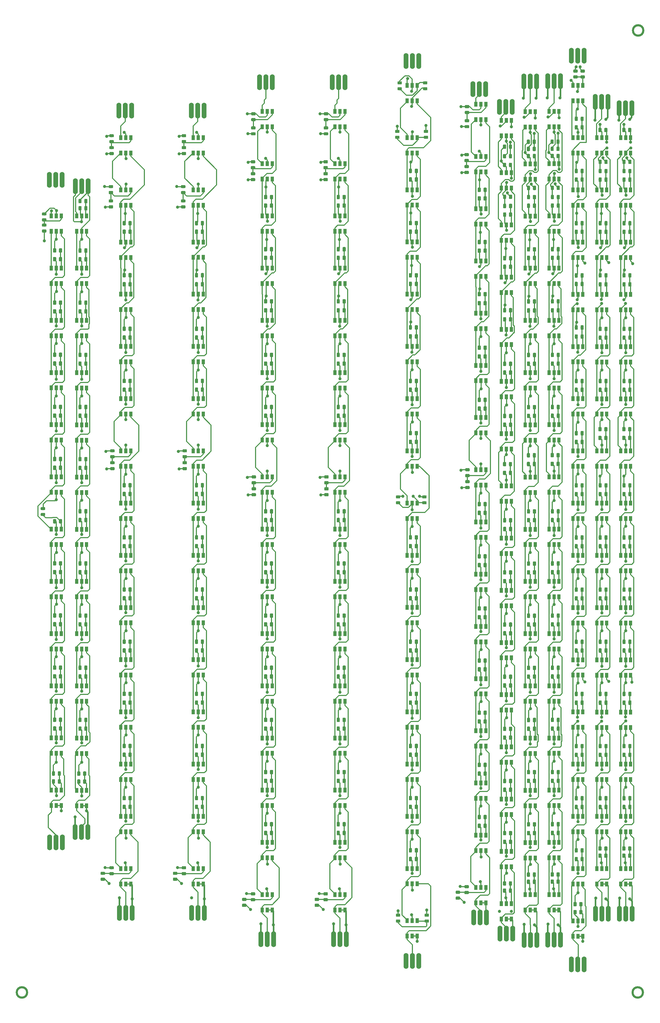
<source format=gbr>
G04 #@! TF.GenerationSoftware,KiCad,Pcbnew,(5.0.0-3-g5ebb6b6)*
G04 #@! TF.CreationDate,2019-02-23T00:38:07-08:00*
G04 #@! TF.ProjectId,PanelNoSeparation,50616E656C4E6F53657061726174696F,rev?*
G04 #@! TF.SameCoordinates,Original*
G04 #@! TF.FileFunction,Copper,L1,Top,Signal*
G04 #@! TF.FilePolarity,Positive*
%FSLAX45Y45*%
G04 Gerber Fmt 4.5, Leading zero omitted, Abs format (unit mm)*
G04 Created by KiCad (PCBNEW (5.0.0-3-g5ebb6b6)) date Saturday, February 23, 2019 at 12:38:07 AM*
%MOMM*%
%LPD*%
G01*
G04 APERTURE LIST*
G04 #@! TA.AperFunction,EtchedComponent*
%ADD10C,0.381000*%
G04 #@! TD*
G04 #@! TA.AperFunction,Conductor*
%ADD11C,0.050000*%
G04 #@! TD*
G04 #@! TA.AperFunction,SMDPad,CuDef*
%ADD12C,0.975000*%
G04 #@! TD*
G04 #@! TA.AperFunction,SMDPad,CuDef*
%ADD13R,1.000000X1.500000*%
G04 #@! TD*
G04 #@! TA.AperFunction,ComponentPad*
%ADD14O,1.524000X5.080000*%
G04 #@! TD*
G04 #@! TA.AperFunction,ViaPad*
%ADD15C,1.000000*%
G04 #@! TD*
G04 #@! TA.AperFunction,Conductor*
%ADD16C,0.300000*%
G04 #@! TD*
G04 #@! TA.AperFunction,Conductor*
%ADD17C,0.500000*%
G04 #@! TD*
G04 APERTURE END LIST*
D10*
G04 #@! TO.C,REF\002A\002A*
X25119000Y-3016000D02*
G75*
G03X25119000Y-3016000I-179070J0D01*
G01*
X25092838Y-3016000D02*
G75*
G03X25092838Y-3016000I-152908J0D01*
G01*
X25080138Y-33724600D02*
G75*
G03X25080138Y-33724600I-152908J0D01*
G01*
X25106300Y-33724600D02*
G75*
G03X25106300Y-33724600I-179070J0D01*
G01*
X5459400Y-33724600D02*
G75*
G03X5459400Y-33724600I-179070J0D01*
G01*
X5433238Y-33724600D02*
G75*
G03X5433238Y-33724600I-152908J0D01*
G01*
G04 #@! TD*
D11*
G04 #@! TO.N,Net-(C14-Pad1)*
G04 #@! TO.C,R14*
G36*
X23178722Y-9373635D02*
X23181088Y-9373986D01*
X23183408Y-9374567D01*
X23185660Y-9375373D01*
X23187823Y-9376396D01*
X23189875Y-9377626D01*
X23191796Y-9379051D01*
X23193568Y-9380657D01*
X23195175Y-9382429D01*
X23196600Y-9384351D01*
X23197829Y-9386402D01*
X23198852Y-9388565D01*
X23199658Y-9390817D01*
X23200239Y-9393137D01*
X23200590Y-9395503D01*
X23200708Y-9397893D01*
X23200708Y-9489143D01*
X23200590Y-9491532D01*
X23200239Y-9493898D01*
X23199658Y-9496218D01*
X23198852Y-9498471D01*
X23197829Y-9500633D01*
X23196600Y-9502685D01*
X23195175Y-9504606D01*
X23193568Y-9506378D01*
X23191796Y-9507985D01*
X23189875Y-9509410D01*
X23187823Y-9510639D01*
X23185660Y-9511662D01*
X23183408Y-9512468D01*
X23181088Y-9513049D01*
X23178722Y-9513400D01*
X23176333Y-9513518D01*
X23127583Y-9513518D01*
X23125193Y-9513400D01*
X23122827Y-9513049D01*
X23120507Y-9512468D01*
X23118255Y-9511662D01*
X23116092Y-9510639D01*
X23114041Y-9509410D01*
X23112119Y-9507985D01*
X23110347Y-9506378D01*
X23108740Y-9504606D01*
X23107315Y-9502685D01*
X23106086Y-9500633D01*
X23105063Y-9498471D01*
X23104257Y-9496218D01*
X23103676Y-9493898D01*
X23103325Y-9491532D01*
X23103208Y-9489143D01*
X23103208Y-9397893D01*
X23103325Y-9395503D01*
X23103676Y-9393137D01*
X23104257Y-9390817D01*
X23105063Y-9388565D01*
X23106086Y-9386402D01*
X23107315Y-9384351D01*
X23108740Y-9382429D01*
X23110347Y-9380657D01*
X23112119Y-9379051D01*
X23114041Y-9377626D01*
X23116092Y-9376396D01*
X23118255Y-9375373D01*
X23120507Y-9374567D01*
X23122827Y-9373986D01*
X23125193Y-9373635D01*
X23127583Y-9373518D01*
X23176333Y-9373518D01*
X23178722Y-9373635D01*
X23178722Y-9373635D01*
G37*
D12*
G04 #@! TD*
G04 #@! TO.P,R14,2*
G04 #@! TO.N,Net-(C14-Pad1)*
X23151958Y-9443518D03*
D11*
G04 #@! TO.N,+5V*
G04 #@! TO.C,R14*
G36*
X22991222Y-9373635D02*
X22993588Y-9373986D01*
X22995908Y-9374567D01*
X22998160Y-9375373D01*
X23000323Y-9376396D01*
X23002375Y-9377626D01*
X23004296Y-9379051D01*
X23006068Y-9380657D01*
X23007675Y-9382429D01*
X23009100Y-9384351D01*
X23010329Y-9386402D01*
X23011352Y-9388565D01*
X23012158Y-9390817D01*
X23012739Y-9393137D01*
X23013090Y-9395503D01*
X23013208Y-9397893D01*
X23013208Y-9489143D01*
X23013090Y-9491532D01*
X23012739Y-9493898D01*
X23012158Y-9496218D01*
X23011352Y-9498471D01*
X23010329Y-9500633D01*
X23009100Y-9502685D01*
X23007675Y-9504606D01*
X23006068Y-9506378D01*
X23004296Y-9507985D01*
X23002375Y-9509410D01*
X23000323Y-9510639D01*
X22998160Y-9511662D01*
X22995908Y-9512468D01*
X22993588Y-9513049D01*
X22991222Y-9513400D01*
X22988833Y-9513518D01*
X22940083Y-9513518D01*
X22937693Y-9513400D01*
X22935327Y-9513049D01*
X22933007Y-9512468D01*
X22930755Y-9511662D01*
X22928592Y-9510639D01*
X22926541Y-9509410D01*
X22924619Y-9507985D01*
X22922847Y-9506378D01*
X22921240Y-9504606D01*
X22919815Y-9502685D01*
X22918586Y-9500633D01*
X22917563Y-9498471D01*
X22916757Y-9496218D01*
X22916176Y-9493898D01*
X22915825Y-9491532D01*
X22915708Y-9489143D01*
X22915708Y-9397893D01*
X22915825Y-9395503D01*
X22916176Y-9393137D01*
X22916757Y-9390817D01*
X22917563Y-9388565D01*
X22918586Y-9386402D01*
X22919815Y-9384351D01*
X22921240Y-9382429D01*
X22922847Y-9380657D01*
X22924619Y-9379051D01*
X22926541Y-9377626D01*
X22928592Y-9376396D01*
X22930755Y-9375373D01*
X22933007Y-9374567D01*
X22935327Y-9373986D01*
X22937693Y-9373635D01*
X22940083Y-9373518D01*
X22988833Y-9373518D01*
X22991222Y-9373635D01*
X22991222Y-9373635D01*
G37*
D12*
G04 #@! TD*
G04 #@! TO.P,R14,1*
G04 #@! TO.N,+5V*
X22964458Y-9443518D03*
D11*
G04 #@! TO.N,GND*
G04 #@! TO.C,C16*
G36*
X22991222Y-5766236D02*
X22993588Y-5766587D01*
X22995908Y-5767168D01*
X22998160Y-5767974D01*
X23000323Y-5768997D01*
X23002375Y-5770226D01*
X23004296Y-5771651D01*
X23006068Y-5773258D01*
X23007675Y-5775030D01*
X23009100Y-5776951D01*
X23010329Y-5779003D01*
X23011352Y-5781165D01*
X23012158Y-5783418D01*
X23012739Y-5785738D01*
X23013090Y-5788104D01*
X23013208Y-5790493D01*
X23013208Y-5881743D01*
X23013090Y-5884133D01*
X23012739Y-5886499D01*
X23012158Y-5888819D01*
X23011352Y-5891071D01*
X23010329Y-5893234D01*
X23009100Y-5895285D01*
X23007675Y-5897207D01*
X23006068Y-5898979D01*
X23004296Y-5900585D01*
X23002375Y-5902010D01*
X23000323Y-5903240D01*
X22998160Y-5904263D01*
X22995908Y-5905069D01*
X22993588Y-5905650D01*
X22991222Y-5906001D01*
X22988833Y-5906118D01*
X22940083Y-5906118D01*
X22937693Y-5906001D01*
X22935327Y-5905650D01*
X22933007Y-5905069D01*
X22930755Y-5904263D01*
X22928592Y-5903240D01*
X22926541Y-5902010D01*
X22924619Y-5900585D01*
X22922847Y-5898979D01*
X22921240Y-5897207D01*
X22919815Y-5895285D01*
X22918586Y-5893234D01*
X22917563Y-5891071D01*
X22916757Y-5888819D01*
X22916176Y-5886499D01*
X22915825Y-5884133D01*
X22915708Y-5881743D01*
X22915708Y-5790493D01*
X22915825Y-5788104D01*
X22916176Y-5785738D01*
X22916757Y-5783418D01*
X22917563Y-5781165D01*
X22918586Y-5779003D01*
X22919815Y-5776951D01*
X22921240Y-5775030D01*
X22922847Y-5773258D01*
X22924619Y-5771651D01*
X22926541Y-5770226D01*
X22928592Y-5768997D01*
X22930755Y-5767974D01*
X22933007Y-5767168D01*
X22935327Y-5766587D01*
X22937693Y-5766236D01*
X22940083Y-5766118D01*
X22988833Y-5766118D01*
X22991222Y-5766236D01*
X22991222Y-5766236D01*
G37*
D12*
G04 #@! TD*
G04 #@! TO.P,C16,2*
G04 #@! TO.N,GND*
X22964458Y-5836118D03*
D11*
G04 #@! TO.N,Net-(C16-Pad1)*
G04 #@! TO.C,C16*
G36*
X23178722Y-5766236D02*
X23181088Y-5766587D01*
X23183408Y-5767168D01*
X23185660Y-5767974D01*
X23187823Y-5768997D01*
X23189875Y-5770226D01*
X23191796Y-5771651D01*
X23193568Y-5773258D01*
X23195175Y-5775030D01*
X23196600Y-5776951D01*
X23197829Y-5779003D01*
X23198852Y-5781165D01*
X23199658Y-5783418D01*
X23200239Y-5785738D01*
X23200590Y-5788104D01*
X23200708Y-5790493D01*
X23200708Y-5881743D01*
X23200590Y-5884133D01*
X23200239Y-5886499D01*
X23199658Y-5888819D01*
X23198852Y-5891071D01*
X23197829Y-5893234D01*
X23196600Y-5895285D01*
X23195175Y-5897207D01*
X23193568Y-5898979D01*
X23191796Y-5900585D01*
X23189875Y-5902010D01*
X23187823Y-5903240D01*
X23185660Y-5904263D01*
X23183408Y-5905069D01*
X23181088Y-5905650D01*
X23178722Y-5906001D01*
X23176333Y-5906118D01*
X23127583Y-5906118D01*
X23125193Y-5906001D01*
X23122827Y-5905650D01*
X23120507Y-5905069D01*
X23118255Y-5904263D01*
X23116092Y-5903240D01*
X23114041Y-5902010D01*
X23112119Y-5900585D01*
X23110347Y-5898979D01*
X23108740Y-5897207D01*
X23107315Y-5895285D01*
X23106086Y-5893234D01*
X23105063Y-5891071D01*
X23104257Y-5888819D01*
X23103676Y-5886499D01*
X23103325Y-5884133D01*
X23103208Y-5881743D01*
X23103208Y-5790493D01*
X23103325Y-5788104D01*
X23103676Y-5785738D01*
X23104257Y-5783418D01*
X23105063Y-5781165D01*
X23106086Y-5779003D01*
X23107315Y-5776951D01*
X23108740Y-5775030D01*
X23110347Y-5773258D01*
X23112119Y-5771651D01*
X23114041Y-5770226D01*
X23116092Y-5768997D01*
X23118255Y-5767974D01*
X23120507Y-5767168D01*
X23122827Y-5766587D01*
X23125193Y-5766236D01*
X23127583Y-5766118D01*
X23176333Y-5766118D01*
X23178722Y-5766236D01*
X23178722Y-5766236D01*
G37*
D12*
G04 #@! TD*
G04 #@! TO.P,C16,1*
G04 #@! TO.N,Net-(C16-Pad1)*
X23151958Y-5836118D03*
D13*
G04 #@! TO.P,D17,4*
G04 #@! TO.N,Net-(D16-Pad3)*
X22857592Y-5263401D03*
G04 #@! TO.P,D17,5*
G04 #@! TO.N,GND*
X23017592Y-5263401D03*
G04 #@! TO.P,D17,6*
G04 #@! TO.N,Net-(D15-Pad3)*
X23177592Y-5263401D03*
G04 #@! TO.P,D17,3*
G04 #@! TO.N,Net-(D17-Pad3)*
X22857592Y-4773401D03*
G04 #@! TO.P,D17,2*
G04 #@! TO.N,+5V*
X23017592Y-4773401D03*
G04 #@! TO.P,D17,1*
G04 #@! TO.N,Net-(C17-Pad1)*
X23177592Y-4773401D03*
G04 #@! TD*
G04 #@! TO.P,D16,1*
G04 #@! TO.N,Net-(C16-Pad1)*
X23177592Y-6440068D03*
G04 #@! TO.P,D16,2*
G04 #@! TO.N,+5V*
X23017592Y-6440068D03*
G04 #@! TO.P,D16,3*
G04 #@! TO.N,Net-(D16-Pad3)*
X22857592Y-6440068D03*
G04 #@! TO.P,D16,6*
G04 #@! TO.N,Net-(D14-Pad3)*
X23177592Y-6930068D03*
G04 #@! TO.P,D16,5*
G04 #@! TO.N,GND*
X23017592Y-6930068D03*
G04 #@! TO.P,D16,4*
G04 #@! TO.N,Net-(D15-Pad3)*
X22857592Y-6930068D03*
G04 #@! TD*
G04 #@! TO.P,D15,4*
G04 #@! TO.N,Net-(D14-Pad3)*
X22857592Y-8596735D03*
G04 #@! TO.P,D15,5*
G04 #@! TO.N,GND*
X23017592Y-8596735D03*
G04 #@! TO.P,D15,6*
G04 #@! TO.N,Net-(D13-Pad3)*
X23177592Y-8596735D03*
G04 #@! TO.P,D15,3*
G04 #@! TO.N,Net-(D15-Pad3)*
X22857592Y-8106734D03*
G04 #@! TO.P,D15,2*
G04 #@! TO.N,+5V*
X23017592Y-8106734D03*
G04 #@! TO.P,D15,1*
G04 #@! TO.N,Net-(C15-Pad1)*
X23177592Y-8106734D03*
G04 #@! TD*
G04 #@! TO.P,D14,1*
G04 #@! TO.N,Net-(C14-Pad1)*
X23177592Y-9773401D03*
G04 #@! TO.P,D14,2*
G04 #@! TO.N,+5V*
X23017592Y-9773401D03*
G04 #@! TO.P,D14,3*
G04 #@! TO.N,Net-(D14-Pad3)*
X22857592Y-9773401D03*
G04 #@! TO.P,D14,6*
G04 #@! TO.N,Net-(D12-Pad3)*
X23177592Y-10263401D03*
G04 #@! TO.P,D14,5*
G04 #@! TO.N,GND*
X23017592Y-10263401D03*
G04 #@! TO.P,D14,4*
G04 #@! TO.N,Net-(D13-Pad3)*
X22857592Y-10263401D03*
G04 #@! TD*
G04 #@! TO.P,D13,4*
G04 #@! TO.N,Net-(D12-Pad3)*
X22857592Y-11930067D03*
G04 #@! TO.P,D13,5*
G04 #@! TO.N,GND*
X23017592Y-11930067D03*
G04 #@! TO.P,D13,6*
G04 #@! TO.N,Net-(D11-Pad3)*
X23177592Y-11930067D03*
G04 #@! TO.P,D13,3*
G04 #@! TO.N,Net-(D13-Pad3)*
X22857592Y-11440067D03*
G04 #@! TO.P,D13,2*
G04 #@! TO.N,+5V*
X23017592Y-11440067D03*
G04 #@! TO.P,D13,1*
G04 #@! TO.N,Net-(C13-Pad1)*
X23177592Y-11440067D03*
G04 #@! TD*
D11*
G04 #@! TO.N,+5V*
G04 #@! TO.C,R13*
G36*
X22991222Y-11040302D02*
X22993588Y-11040653D01*
X22995908Y-11041234D01*
X22998160Y-11042040D01*
X23000323Y-11043062D01*
X23002375Y-11044292D01*
X23004296Y-11045717D01*
X23006068Y-11047324D01*
X23007675Y-11049096D01*
X23009100Y-11051017D01*
X23010329Y-11053069D01*
X23011352Y-11055231D01*
X23012158Y-11057484D01*
X23012739Y-11059804D01*
X23013090Y-11062170D01*
X23013208Y-11064559D01*
X23013208Y-11155809D01*
X23013090Y-11158198D01*
X23012739Y-11160565D01*
X23012158Y-11162885D01*
X23011352Y-11165137D01*
X23010329Y-11167300D01*
X23009100Y-11169351D01*
X23007675Y-11171273D01*
X23006068Y-11173045D01*
X23004296Y-11174651D01*
X23002375Y-11176076D01*
X23000323Y-11177306D01*
X22998160Y-11178329D01*
X22995908Y-11179135D01*
X22993588Y-11179716D01*
X22991222Y-11180067D01*
X22988833Y-11180184D01*
X22940083Y-11180184D01*
X22937693Y-11180067D01*
X22935327Y-11179716D01*
X22933007Y-11179135D01*
X22930755Y-11178329D01*
X22928592Y-11177306D01*
X22926541Y-11176076D01*
X22924619Y-11174651D01*
X22922847Y-11173045D01*
X22921240Y-11171273D01*
X22919815Y-11169351D01*
X22918586Y-11167300D01*
X22917563Y-11165137D01*
X22916757Y-11162885D01*
X22916176Y-11160565D01*
X22915825Y-11158198D01*
X22915708Y-11155809D01*
X22915708Y-11064559D01*
X22915825Y-11062170D01*
X22916176Y-11059804D01*
X22916757Y-11057484D01*
X22917563Y-11055231D01*
X22918586Y-11053069D01*
X22919815Y-11051017D01*
X22921240Y-11049096D01*
X22922847Y-11047324D01*
X22924619Y-11045717D01*
X22926541Y-11044292D01*
X22928592Y-11043062D01*
X22930755Y-11042040D01*
X22933007Y-11041234D01*
X22935327Y-11040653D01*
X22937693Y-11040302D01*
X22940083Y-11040184D01*
X22988833Y-11040184D01*
X22991222Y-11040302D01*
X22991222Y-11040302D01*
G37*
D12*
G04 #@! TD*
G04 #@! TO.P,R13,1*
G04 #@! TO.N,+5V*
X22964458Y-11110184D03*
D11*
G04 #@! TO.N,Net-(C13-Pad1)*
G04 #@! TO.C,R13*
G36*
X23178722Y-11040302D02*
X23181088Y-11040653D01*
X23183408Y-11041234D01*
X23185660Y-11042040D01*
X23187823Y-11043062D01*
X23189875Y-11044292D01*
X23191796Y-11045717D01*
X23193568Y-11047324D01*
X23195175Y-11049096D01*
X23196600Y-11051017D01*
X23197829Y-11053069D01*
X23198852Y-11055231D01*
X23199658Y-11057484D01*
X23200239Y-11059804D01*
X23200590Y-11062170D01*
X23200708Y-11064559D01*
X23200708Y-11155809D01*
X23200590Y-11158198D01*
X23200239Y-11160565D01*
X23199658Y-11162885D01*
X23198852Y-11165137D01*
X23197829Y-11167300D01*
X23196600Y-11169351D01*
X23195175Y-11171273D01*
X23193568Y-11173045D01*
X23191796Y-11174651D01*
X23189875Y-11176076D01*
X23187823Y-11177306D01*
X23185660Y-11178329D01*
X23183408Y-11179135D01*
X23181088Y-11179716D01*
X23178722Y-11180067D01*
X23176333Y-11180184D01*
X23127583Y-11180184D01*
X23125193Y-11180067D01*
X23122827Y-11179716D01*
X23120507Y-11179135D01*
X23118255Y-11178329D01*
X23116092Y-11177306D01*
X23114041Y-11176076D01*
X23112119Y-11174651D01*
X23110347Y-11173045D01*
X23108740Y-11171273D01*
X23107315Y-11169351D01*
X23106086Y-11167300D01*
X23105063Y-11165137D01*
X23104257Y-11162885D01*
X23103676Y-11160565D01*
X23103325Y-11158198D01*
X23103208Y-11155809D01*
X23103208Y-11064559D01*
X23103325Y-11062170D01*
X23103676Y-11059804D01*
X23104257Y-11057484D01*
X23105063Y-11055231D01*
X23106086Y-11053069D01*
X23107315Y-11051017D01*
X23108740Y-11049096D01*
X23110347Y-11047324D01*
X23112119Y-11045717D01*
X23114041Y-11044292D01*
X23116092Y-11043062D01*
X23118255Y-11042040D01*
X23120507Y-11041234D01*
X23122827Y-11040653D01*
X23125193Y-11040302D01*
X23127583Y-11040184D01*
X23176333Y-11040184D01*
X23178722Y-11040302D01*
X23178722Y-11040302D01*
G37*
D12*
G04 #@! TD*
G04 #@! TO.P,R13,2*
G04 #@! TO.N,Net-(C13-Pad1)*
X23151958Y-11110184D03*
D11*
G04 #@! TO.N,Net-(C17-Pad1)*
G04 #@! TO.C,C17*
G36*
X22988644Y-4450718D02*
X22991010Y-4451069D01*
X22993330Y-4451650D01*
X22995582Y-4452456D01*
X22997745Y-4453478D01*
X22999797Y-4454708D01*
X23001718Y-4456133D01*
X23003490Y-4457740D01*
X23005097Y-4459512D01*
X23006522Y-4461433D01*
X23007751Y-4463485D01*
X23008774Y-4465647D01*
X23009580Y-4467900D01*
X23010161Y-4470220D01*
X23010512Y-4472586D01*
X23010630Y-4474975D01*
X23010630Y-4523725D01*
X23010512Y-4526114D01*
X23010161Y-4528481D01*
X23009580Y-4530801D01*
X23008774Y-4533053D01*
X23007751Y-4535216D01*
X23006522Y-4537267D01*
X23005097Y-4539189D01*
X23003490Y-4540961D01*
X23001718Y-4542567D01*
X22999797Y-4543992D01*
X22997745Y-4545222D01*
X22995582Y-4546245D01*
X22993330Y-4547051D01*
X22991010Y-4547632D01*
X22988644Y-4547983D01*
X22986255Y-4548100D01*
X22895005Y-4548100D01*
X22892615Y-4547983D01*
X22890249Y-4547632D01*
X22887929Y-4547051D01*
X22885677Y-4546245D01*
X22883514Y-4545222D01*
X22881463Y-4543992D01*
X22879541Y-4542567D01*
X22877769Y-4540961D01*
X22876162Y-4539189D01*
X22874737Y-4537267D01*
X22873508Y-4535216D01*
X22872485Y-4533053D01*
X22871679Y-4530801D01*
X22871098Y-4528481D01*
X22870747Y-4526114D01*
X22870630Y-4523725D01*
X22870630Y-4474975D01*
X22870747Y-4472586D01*
X22871098Y-4470220D01*
X22871679Y-4467900D01*
X22872485Y-4465647D01*
X22873508Y-4463485D01*
X22874737Y-4461433D01*
X22876162Y-4459512D01*
X22877769Y-4457740D01*
X22879541Y-4456133D01*
X22881463Y-4454708D01*
X22883514Y-4453478D01*
X22885677Y-4452456D01*
X22887929Y-4451650D01*
X22890249Y-4451069D01*
X22892615Y-4450718D01*
X22895005Y-4450600D01*
X22986255Y-4450600D01*
X22988644Y-4450718D01*
X22988644Y-4450718D01*
G37*
D12*
G04 #@! TD*
G04 #@! TO.P,C17,1*
G04 #@! TO.N,Net-(C17-Pad1)*
X22940630Y-4499350D03*
D11*
G04 #@! TO.N,GND*
G04 #@! TO.C,C17*
G36*
X22988644Y-4263218D02*
X22991010Y-4263569D01*
X22993330Y-4264150D01*
X22995582Y-4264956D01*
X22997745Y-4265978D01*
X22999797Y-4267208D01*
X23001718Y-4268633D01*
X23003490Y-4270240D01*
X23005097Y-4272012D01*
X23006522Y-4273933D01*
X23007751Y-4275985D01*
X23008774Y-4278147D01*
X23009580Y-4280400D01*
X23010161Y-4282720D01*
X23010512Y-4285086D01*
X23010630Y-4287475D01*
X23010630Y-4336225D01*
X23010512Y-4338614D01*
X23010161Y-4340981D01*
X23009580Y-4343301D01*
X23008774Y-4345553D01*
X23007751Y-4347716D01*
X23006522Y-4349767D01*
X23005097Y-4351689D01*
X23003490Y-4353461D01*
X23001718Y-4355067D01*
X22999797Y-4356492D01*
X22997745Y-4357722D01*
X22995582Y-4358745D01*
X22993330Y-4359551D01*
X22991010Y-4360132D01*
X22988644Y-4360483D01*
X22986255Y-4360600D01*
X22895005Y-4360600D01*
X22892615Y-4360483D01*
X22890249Y-4360132D01*
X22887929Y-4359551D01*
X22885677Y-4358745D01*
X22883514Y-4357722D01*
X22881463Y-4356492D01*
X22879541Y-4355067D01*
X22877769Y-4353461D01*
X22876162Y-4351689D01*
X22874737Y-4349767D01*
X22873508Y-4347716D01*
X22872485Y-4345553D01*
X22871679Y-4343301D01*
X22871098Y-4340981D01*
X22870747Y-4338614D01*
X22870630Y-4336225D01*
X22870630Y-4287475D01*
X22870747Y-4285086D01*
X22871098Y-4282720D01*
X22871679Y-4280400D01*
X22872485Y-4278147D01*
X22873508Y-4275985D01*
X22874737Y-4273933D01*
X22876162Y-4272012D01*
X22877769Y-4270240D01*
X22879541Y-4268633D01*
X22881463Y-4267208D01*
X22883514Y-4265978D01*
X22885677Y-4264956D01*
X22887929Y-4264150D01*
X22890249Y-4263569D01*
X22892615Y-4263218D01*
X22895005Y-4263100D01*
X22986255Y-4263100D01*
X22988644Y-4263218D01*
X22988644Y-4263218D01*
G37*
D12*
G04 #@! TD*
G04 #@! TO.P,C17,2*
G04 #@! TO.N,GND*
X22940630Y-4311850D03*
D11*
G04 #@! TO.N,Net-(C13-Pad1)*
G04 #@! TO.C,C13*
G36*
X23178722Y-10766236D02*
X23181088Y-10766587D01*
X23183408Y-10767168D01*
X23185660Y-10767974D01*
X23187823Y-10768996D01*
X23189875Y-10770226D01*
X23191796Y-10771651D01*
X23193568Y-10773258D01*
X23195175Y-10775030D01*
X23196600Y-10776951D01*
X23197829Y-10779003D01*
X23198852Y-10781165D01*
X23199658Y-10783418D01*
X23200239Y-10785738D01*
X23200590Y-10788104D01*
X23200708Y-10790493D01*
X23200708Y-10881743D01*
X23200590Y-10884132D01*
X23200239Y-10886499D01*
X23199658Y-10888819D01*
X23198852Y-10891071D01*
X23197829Y-10893234D01*
X23196600Y-10895285D01*
X23195175Y-10897207D01*
X23193568Y-10898979D01*
X23191796Y-10900585D01*
X23189875Y-10902010D01*
X23187823Y-10903240D01*
X23185660Y-10904263D01*
X23183408Y-10905069D01*
X23181088Y-10905650D01*
X23178722Y-10906001D01*
X23176333Y-10906118D01*
X23127583Y-10906118D01*
X23125193Y-10906001D01*
X23122827Y-10905650D01*
X23120507Y-10905069D01*
X23118255Y-10904263D01*
X23116092Y-10903240D01*
X23114041Y-10902010D01*
X23112119Y-10900585D01*
X23110347Y-10898979D01*
X23108740Y-10897207D01*
X23107315Y-10895285D01*
X23106086Y-10893234D01*
X23105063Y-10891071D01*
X23104257Y-10888819D01*
X23103676Y-10886499D01*
X23103325Y-10884132D01*
X23103208Y-10881743D01*
X23103208Y-10790493D01*
X23103325Y-10788104D01*
X23103676Y-10785738D01*
X23104257Y-10783418D01*
X23105063Y-10781165D01*
X23106086Y-10779003D01*
X23107315Y-10776951D01*
X23108740Y-10775030D01*
X23110347Y-10773258D01*
X23112119Y-10771651D01*
X23114041Y-10770226D01*
X23116092Y-10768996D01*
X23118255Y-10767974D01*
X23120507Y-10767168D01*
X23122827Y-10766587D01*
X23125193Y-10766236D01*
X23127583Y-10766118D01*
X23176333Y-10766118D01*
X23178722Y-10766236D01*
X23178722Y-10766236D01*
G37*
D12*
G04 #@! TD*
G04 #@! TO.P,C13,1*
G04 #@! TO.N,Net-(C13-Pad1)*
X23151958Y-10836118D03*
D11*
G04 #@! TO.N,GND*
G04 #@! TO.C,C13*
G36*
X22991222Y-10766236D02*
X22993588Y-10766587D01*
X22995908Y-10767168D01*
X22998160Y-10767974D01*
X23000323Y-10768996D01*
X23002375Y-10770226D01*
X23004296Y-10771651D01*
X23006068Y-10773258D01*
X23007675Y-10775030D01*
X23009100Y-10776951D01*
X23010329Y-10779003D01*
X23011352Y-10781165D01*
X23012158Y-10783418D01*
X23012739Y-10785738D01*
X23013090Y-10788104D01*
X23013208Y-10790493D01*
X23013208Y-10881743D01*
X23013090Y-10884132D01*
X23012739Y-10886499D01*
X23012158Y-10888819D01*
X23011352Y-10891071D01*
X23010329Y-10893234D01*
X23009100Y-10895285D01*
X23007675Y-10897207D01*
X23006068Y-10898979D01*
X23004296Y-10900585D01*
X23002375Y-10902010D01*
X23000323Y-10903240D01*
X22998160Y-10904263D01*
X22995908Y-10905069D01*
X22993588Y-10905650D01*
X22991222Y-10906001D01*
X22988833Y-10906118D01*
X22940083Y-10906118D01*
X22937693Y-10906001D01*
X22935327Y-10905650D01*
X22933007Y-10905069D01*
X22930755Y-10904263D01*
X22928592Y-10903240D01*
X22926541Y-10902010D01*
X22924619Y-10900585D01*
X22922847Y-10898979D01*
X22921240Y-10897207D01*
X22919815Y-10895285D01*
X22918586Y-10893234D01*
X22917563Y-10891071D01*
X22916757Y-10888819D01*
X22916176Y-10886499D01*
X22915825Y-10884132D01*
X22915708Y-10881743D01*
X22915708Y-10790493D01*
X22915825Y-10788104D01*
X22916176Y-10785738D01*
X22916757Y-10783418D01*
X22917563Y-10781165D01*
X22918586Y-10779003D01*
X22919815Y-10776951D01*
X22921240Y-10775030D01*
X22922847Y-10773258D01*
X22924619Y-10771651D01*
X22926541Y-10770226D01*
X22928592Y-10768996D01*
X22930755Y-10767974D01*
X22933007Y-10767168D01*
X22935327Y-10766587D01*
X22937693Y-10766236D01*
X22940083Y-10766118D01*
X22988833Y-10766118D01*
X22991222Y-10766236D01*
X22991222Y-10766236D01*
G37*
D12*
G04 #@! TD*
G04 #@! TO.P,C13,2*
G04 #@! TO.N,GND*
X22964458Y-10836118D03*
D11*
G04 #@! TO.N,GND*
G04 #@! TO.C,C14*
G36*
X22991222Y-9099569D02*
X22993588Y-9099920D01*
X22995908Y-9100501D01*
X22998160Y-9101307D01*
X23000323Y-9102330D01*
X23002375Y-9103560D01*
X23004296Y-9104985D01*
X23006068Y-9106591D01*
X23007675Y-9108363D01*
X23009100Y-9110285D01*
X23010329Y-9112336D01*
X23011352Y-9114499D01*
X23012158Y-9116751D01*
X23012739Y-9119071D01*
X23013090Y-9121437D01*
X23013208Y-9123827D01*
X23013208Y-9215077D01*
X23013090Y-9217466D01*
X23012739Y-9219832D01*
X23012158Y-9222152D01*
X23011352Y-9224405D01*
X23010329Y-9226567D01*
X23009100Y-9228619D01*
X23007675Y-9230540D01*
X23006068Y-9232312D01*
X23004296Y-9233919D01*
X23002375Y-9235344D01*
X23000323Y-9236573D01*
X22998160Y-9237596D01*
X22995908Y-9238402D01*
X22993588Y-9238983D01*
X22991222Y-9239334D01*
X22988833Y-9239452D01*
X22940083Y-9239452D01*
X22937693Y-9239334D01*
X22935327Y-9238983D01*
X22933007Y-9238402D01*
X22930755Y-9237596D01*
X22928592Y-9236573D01*
X22926541Y-9235344D01*
X22924619Y-9233919D01*
X22922847Y-9232312D01*
X22921240Y-9230540D01*
X22919815Y-9228619D01*
X22918586Y-9226567D01*
X22917563Y-9224405D01*
X22916757Y-9222152D01*
X22916176Y-9219832D01*
X22915825Y-9217466D01*
X22915708Y-9215077D01*
X22915708Y-9123827D01*
X22915825Y-9121437D01*
X22916176Y-9119071D01*
X22916757Y-9116751D01*
X22917563Y-9114499D01*
X22918586Y-9112336D01*
X22919815Y-9110285D01*
X22921240Y-9108363D01*
X22922847Y-9106591D01*
X22924619Y-9104985D01*
X22926541Y-9103560D01*
X22928592Y-9102330D01*
X22930755Y-9101307D01*
X22933007Y-9100501D01*
X22935327Y-9099920D01*
X22937693Y-9099569D01*
X22940083Y-9099452D01*
X22988833Y-9099452D01*
X22991222Y-9099569D01*
X22991222Y-9099569D01*
G37*
D12*
G04 #@! TD*
G04 #@! TO.P,C14,2*
G04 #@! TO.N,GND*
X22964458Y-9169452D03*
D11*
G04 #@! TO.N,Net-(C14-Pad1)*
G04 #@! TO.C,C14*
G36*
X23178722Y-9099569D02*
X23181088Y-9099920D01*
X23183408Y-9100501D01*
X23185660Y-9101307D01*
X23187823Y-9102330D01*
X23189875Y-9103560D01*
X23191796Y-9104985D01*
X23193568Y-9106591D01*
X23195175Y-9108363D01*
X23196600Y-9110285D01*
X23197829Y-9112336D01*
X23198852Y-9114499D01*
X23199658Y-9116751D01*
X23200239Y-9119071D01*
X23200590Y-9121437D01*
X23200708Y-9123827D01*
X23200708Y-9215077D01*
X23200590Y-9217466D01*
X23200239Y-9219832D01*
X23199658Y-9222152D01*
X23198852Y-9224405D01*
X23197829Y-9226567D01*
X23196600Y-9228619D01*
X23195175Y-9230540D01*
X23193568Y-9232312D01*
X23191796Y-9233919D01*
X23189875Y-9235344D01*
X23187823Y-9236573D01*
X23185660Y-9237596D01*
X23183408Y-9238402D01*
X23181088Y-9238983D01*
X23178722Y-9239334D01*
X23176333Y-9239452D01*
X23127583Y-9239452D01*
X23125193Y-9239334D01*
X23122827Y-9238983D01*
X23120507Y-9238402D01*
X23118255Y-9237596D01*
X23116092Y-9236573D01*
X23114041Y-9235344D01*
X23112119Y-9233919D01*
X23110347Y-9232312D01*
X23108740Y-9230540D01*
X23107315Y-9228619D01*
X23106086Y-9226567D01*
X23105063Y-9224405D01*
X23104257Y-9222152D01*
X23103676Y-9219832D01*
X23103325Y-9217466D01*
X23103208Y-9215077D01*
X23103208Y-9123827D01*
X23103325Y-9121437D01*
X23103676Y-9119071D01*
X23104257Y-9116751D01*
X23105063Y-9114499D01*
X23106086Y-9112336D01*
X23107315Y-9110285D01*
X23108740Y-9108363D01*
X23110347Y-9106591D01*
X23112119Y-9104985D01*
X23114041Y-9103560D01*
X23116092Y-9102330D01*
X23118255Y-9101307D01*
X23120507Y-9100501D01*
X23122827Y-9099920D01*
X23125193Y-9099569D01*
X23127583Y-9099452D01*
X23176333Y-9099452D01*
X23178722Y-9099569D01*
X23178722Y-9099569D01*
G37*
D12*
G04 #@! TD*
G04 #@! TO.P,C14,1*
G04 #@! TO.N,Net-(C14-Pad1)*
X23151958Y-9169452D03*
D11*
G04 #@! TO.N,Net-(C15-Pad1)*
G04 #@! TO.C,C15*
G36*
X23178722Y-7432902D02*
X23181088Y-7433253D01*
X23183408Y-7433835D01*
X23185660Y-7434640D01*
X23187823Y-7435663D01*
X23189875Y-7436893D01*
X23191796Y-7438318D01*
X23193568Y-7439924D01*
X23195175Y-7441697D01*
X23196600Y-7443618D01*
X23197829Y-7445670D01*
X23198852Y-7447832D01*
X23199658Y-7450084D01*
X23200239Y-7452405D01*
X23200590Y-7454771D01*
X23200708Y-7457160D01*
X23200708Y-7548410D01*
X23200590Y-7550799D01*
X23200239Y-7553165D01*
X23199658Y-7555486D01*
X23198852Y-7557738D01*
X23197829Y-7559900D01*
X23196600Y-7561952D01*
X23195175Y-7563873D01*
X23193568Y-7565646D01*
X23191796Y-7567252D01*
X23189875Y-7568677D01*
X23187823Y-7569907D01*
X23185660Y-7570930D01*
X23183408Y-7571735D01*
X23181088Y-7572317D01*
X23178722Y-7572668D01*
X23176333Y-7572785D01*
X23127583Y-7572785D01*
X23125193Y-7572668D01*
X23122827Y-7572317D01*
X23120507Y-7571735D01*
X23118255Y-7570930D01*
X23116092Y-7569907D01*
X23114041Y-7568677D01*
X23112119Y-7567252D01*
X23110347Y-7565646D01*
X23108740Y-7563873D01*
X23107315Y-7561952D01*
X23106086Y-7559900D01*
X23105063Y-7557738D01*
X23104257Y-7555486D01*
X23103676Y-7553165D01*
X23103325Y-7550799D01*
X23103208Y-7548410D01*
X23103208Y-7457160D01*
X23103325Y-7454771D01*
X23103676Y-7452405D01*
X23104257Y-7450084D01*
X23105063Y-7447832D01*
X23106086Y-7445670D01*
X23107315Y-7443618D01*
X23108740Y-7441697D01*
X23110347Y-7439924D01*
X23112119Y-7438318D01*
X23114041Y-7436893D01*
X23116092Y-7435663D01*
X23118255Y-7434640D01*
X23120507Y-7433835D01*
X23122827Y-7433253D01*
X23125193Y-7432902D01*
X23127583Y-7432785D01*
X23176333Y-7432785D01*
X23178722Y-7432902D01*
X23178722Y-7432902D01*
G37*
D12*
G04 #@! TD*
G04 #@! TO.P,C15,1*
G04 #@! TO.N,Net-(C15-Pad1)*
X23151958Y-7502785D03*
D11*
G04 #@! TO.N,GND*
G04 #@! TO.C,C15*
G36*
X22991222Y-7432902D02*
X22993588Y-7433253D01*
X22995908Y-7433835D01*
X22998160Y-7434640D01*
X23000323Y-7435663D01*
X23002375Y-7436893D01*
X23004296Y-7438318D01*
X23006068Y-7439924D01*
X23007675Y-7441697D01*
X23009100Y-7443618D01*
X23010329Y-7445670D01*
X23011352Y-7447832D01*
X23012158Y-7450084D01*
X23012739Y-7452405D01*
X23013090Y-7454771D01*
X23013208Y-7457160D01*
X23013208Y-7548410D01*
X23013090Y-7550799D01*
X23012739Y-7553165D01*
X23012158Y-7555486D01*
X23011352Y-7557738D01*
X23010329Y-7559900D01*
X23009100Y-7561952D01*
X23007675Y-7563873D01*
X23006068Y-7565646D01*
X23004296Y-7567252D01*
X23002375Y-7568677D01*
X23000323Y-7569907D01*
X22998160Y-7570930D01*
X22995908Y-7571735D01*
X22993588Y-7572317D01*
X22991222Y-7572668D01*
X22988833Y-7572785D01*
X22940083Y-7572785D01*
X22937693Y-7572668D01*
X22935327Y-7572317D01*
X22933007Y-7571735D01*
X22930755Y-7570930D01*
X22928592Y-7569907D01*
X22926541Y-7568677D01*
X22924619Y-7567252D01*
X22922847Y-7565646D01*
X22921240Y-7563873D01*
X22919815Y-7561952D01*
X22918586Y-7559900D01*
X22917563Y-7557738D01*
X22916757Y-7555486D01*
X22916176Y-7553165D01*
X22915825Y-7550799D01*
X22915708Y-7548410D01*
X22915708Y-7457160D01*
X22915825Y-7454771D01*
X22916176Y-7452405D01*
X22916757Y-7450084D01*
X22917563Y-7447832D01*
X22918586Y-7445670D01*
X22919815Y-7443618D01*
X22921240Y-7441697D01*
X22922847Y-7439924D01*
X22924619Y-7438318D01*
X22926541Y-7436893D01*
X22928592Y-7435663D01*
X22930755Y-7434640D01*
X22933007Y-7433835D01*
X22935327Y-7433253D01*
X22937693Y-7432902D01*
X22940083Y-7432785D01*
X22988833Y-7432785D01*
X22991222Y-7432902D01*
X22991222Y-7432902D01*
G37*
D12*
G04 #@! TD*
G04 #@! TO.P,C15,2*
G04 #@! TO.N,GND*
X22964458Y-7502785D03*
D11*
G04 #@! TO.N,+5V*
G04 #@! TO.C,R15*
G36*
X22991222Y-7706968D02*
X22993588Y-7707319D01*
X22995908Y-7707901D01*
X22998160Y-7708706D01*
X23000323Y-7709729D01*
X23002375Y-7710959D01*
X23004296Y-7712384D01*
X23006068Y-7713990D01*
X23007675Y-7715763D01*
X23009100Y-7717684D01*
X23010329Y-7719736D01*
X23011352Y-7721898D01*
X23012158Y-7724150D01*
X23012739Y-7726471D01*
X23013090Y-7728837D01*
X23013208Y-7731226D01*
X23013208Y-7822476D01*
X23013090Y-7824865D01*
X23012739Y-7827231D01*
X23012158Y-7829552D01*
X23011352Y-7831804D01*
X23010329Y-7833966D01*
X23009100Y-7836018D01*
X23007675Y-7837939D01*
X23006068Y-7839712D01*
X23004296Y-7841318D01*
X23002375Y-7842743D01*
X23000323Y-7843973D01*
X22998160Y-7844996D01*
X22995908Y-7845801D01*
X22993588Y-7846383D01*
X22991222Y-7846734D01*
X22988833Y-7846851D01*
X22940083Y-7846851D01*
X22937693Y-7846734D01*
X22935327Y-7846383D01*
X22933007Y-7845801D01*
X22930755Y-7844996D01*
X22928592Y-7843973D01*
X22926541Y-7842743D01*
X22924619Y-7841318D01*
X22922847Y-7839712D01*
X22921240Y-7837939D01*
X22919815Y-7836018D01*
X22918586Y-7833966D01*
X22917563Y-7831804D01*
X22916757Y-7829552D01*
X22916176Y-7827231D01*
X22915825Y-7824865D01*
X22915708Y-7822476D01*
X22915708Y-7731226D01*
X22915825Y-7728837D01*
X22916176Y-7726471D01*
X22916757Y-7724150D01*
X22917563Y-7721898D01*
X22918586Y-7719736D01*
X22919815Y-7717684D01*
X22921240Y-7715763D01*
X22922847Y-7713990D01*
X22924619Y-7712384D01*
X22926541Y-7710959D01*
X22928592Y-7709729D01*
X22930755Y-7708706D01*
X22933007Y-7707901D01*
X22935327Y-7707319D01*
X22937693Y-7706968D01*
X22940083Y-7706851D01*
X22988833Y-7706851D01*
X22991222Y-7706968D01*
X22991222Y-7706968D01*
G37*
D12*
G04 #@! TD*
G04 #@! TO.P,R15,1*
G04 #@! TO.N,+5V*
X22964458Y-7776851D03*
D11*
G04 #@! TO.N,Net-(C15-Pad1)*
G04 #@! TO.C,R15*
G36*
X23178722Y-7706968D02*
X23181088Y-7707319D01*
X23183408Y-7707901D01*
X23185660Y-7708706D01*
X23187823Y-7709729D01*
X23189875Y-7710959D01*
X23191796Y-7712384D01*
X23193568Y-7713990D01*
X23195175Y-7715763D01*
X23196600Y-7717684D01*
X23197829Y-7719736D01*
X23198852Y-7721898D01*
X23199658Y-7724150D01*
X23200239Y-7726471D01*
X23200590Y-7728837D01*
X23200708Y-7731226D01*
X23200708Y-7822476D01*
X23200590Y-7824865D01*
X23200239Y-7827231D01*
X23199658Y-7829552D01*
X23198852Y-7831804D01*
X23197829Y-7833966D01*
X23196600Y-7836018D01*
X23195175Y-7837939D01*
X23193568Y-7839712D01*
X23191796Y-7841318D01*
X23189875Y-7842743D01*
X23187823Y-7843973D01*
X23185660Y-7844996D01*
X23183408Y-7845801D01*
X23181088Y-7846383D01*
X23178722Y-7846734D01*
X23176333Y-7846851D01*
X23127583Y-7846851D01*
X23125193Y-7846734D01*
X23122827Y-7846383D01*
X23120507Y-7845801D01*
X23118255Y-7844996D01*
X23116092Y-7843973D01*
X23114041Y-7842743D01*
X23112119Y-7841318D01*
X23110347Y-7839712D01*
X23108740Y-7837939D01*
X23107315Y-7836018D01*
X23106086Y-7833966D01*
X23105063Y-7831804D01*
X23104257Y-7829552D01*
X23103676Y-7827231D01*
X23103325Y-7824865D01*
X23103208Y-7822476D01*
X23103208Y-7731226D01*
X23103325Y-7728837D01*
X23103676Y-7726471D01*
X23104257Y-7724150D01*
X23105063Y-7721898D01*
X23106086Y-7719736D01*
X23107315Y-7717684D01*
X23108740Y-7715763D01*
X23110347Y-7713990D01*
X23112119Y-7712384D01*
X23114041Y-7710959D01*
X23116092Y-7709729D01*
X23118255Y-7708706D01*
X23120507Y-7707901D01*
X23122827Y-7707319D01*
X23125193Y-7706968D01*
X23127583Y-7706851D01*
X23176333Y-7706851D01*
X23178722Y-7706968D01*
X23178722Y-7706968D01*
G37*
D12*
G04 #@! TD*
G04 #@! TO.P,R15,2*
G04 #@! TO.N,Net-(C15-Pad1)*
X23151958Y-7776851D03*
D11*
G04 #@! TO.N,Net-(C16-Pad1)*
G04 #@! TO.C,R16*
G36*
X23178722Y-6040302D02*
X23181088Y-6040653D01*
X23183408Y-6041234D01*
X23185660Y-6042040D01*
X23187823Y-6043063D01*
X23189875Y-6044292D01*
X23191796Y-6045717D01*
X23193568Y-6047324D01*
X23195175Y-6049096D01*
X23196600Y-6051017D01*
X23197829Y-6053069D01*
X23198852Y-6055231D01*
X23199658Y-6057484D01*
X23200239Y-6059804D01*
X23200590Y-6062170D01*
X23200708Y-6064559D01*
X23200708Y-6155809D01*
X23200590Y-6158199D01*
X23200239Y-6160565D01*
X23199658Y-6162885D01*
X23198852Y-6165137D01*
X23197829Y-6167300D01*
X23196600Y-6169351D01*
X23195175Y-6171273D01*
X23193568Y-6173045D01*
X23191796Y-6174651D01*
X23189875Y-6176076D01*
X23187823Y-6177306D01*
X23185660Y-6178329D01*
X23183408Y-6179135D01*
X23181088Y-6179716D01*
X23178722Y-6180067D01*
X23176333Y-6180184D01*
X23127583Y-6180184D01*
X23125193Y-6180067D01*
X23122827Y-6179716D01*
X23120507Y-6179135D01*
X23118255Y-6178329D01*
X23116092Y-6177306D01*
X23114041Y-6176076D01*
X23112119Y-6174651D01*
X23110347Y-6173045D01*
X23108740Y-6171273D01*
X23107315Y-6169351D01*
X23106086Y-6167300D01*
X23105063Y-6165137D01*
X23104257Y-6162885D01*
X23103676Y-6160565D01*
X23103325Y-6158199D01*
X23103208Y-6155809D01*
X23103208Y-6064559D01*
X23103325Y-6062170D01*
X23103676Y-6059804D01*
X23104257Y-6057484D01*
X23105063Y-6055231D01*
X23106086Y-6053069D01*
X23107315Y-6051017D01*
X23108740Y-6049096D01*
X23110347Y-6047324D01*
X23112119Y-6045717D01*
X23114041Y-6044292D01*
X23116092Y-6043063D01*
X23118255Y-6042040D01*
X23120507Y-6041234D01*
X23122827Y-6040653D01*
X23125193Y-6040302D01*
X23127583Y-6040184D01*
X23176333Y-6040184D01*
X23178722Y-6040302D01*
X23178722Y-6040302D01*
G37*
D12*
G04 #@! TD*
G04 #@! TO.P,R16,2*
G04 #@! TO.N,Net-(C16-Pad1)*
X23151958Y-6110184D03*
D11*
G04 #@! TO.N,+5V*
G04 #@! TO.C,R16*
G36*
X22991222Y-6040302D02*
X22993588Y-6040653D01*
X22995908Y-6041234D01*
X22998160Y-6042040D01*
X23000323Y-6043063D01*
X23002375Y-6044292D01*
X23004296Y-6045717D01*
X23006068Y-6047324D01*
X23007675Y-6049096D01*
X23009100Y-6051017D01*
X23010329Y-6053069D01*
X23011352Y-6055231D01*
X23012158Y-6057484D01*
X23012739Y-6059804D01*
X23013090Y-6062170D01*
X23013208Y-6064559D01*
X23013208Y-6155809D01*
X23013090Y-6158199D01*
X23012739Y-6160565D01*
X23012158Y-6162885D01*
X23011352Y-6165137D01*
X23010329Y-6167300D01*
X23009100Y-6169351D01*
X23007675Y-6171273D01*
X23006068Y-6173045D01*
X23004296Y-6174651D01*
X23002375Y-6176076D01*
X23000323Y-6177306D01*
X22998160Y-6178329D01*
X22995908Y-6179135D01*
X22993588Y-6179716D01*
X22991222Y-6180067D01*
X22988833Y-6180184D01*
X22940083Y-6180184D01*
X22937693Y-6180067D01*
X22935327Y-6179716D01*
X22933007Y-6179135D01*
X22930755Y-6178329D01*
X22928592Y-6177306D01*
X22926541Y-6176076D01*
X22924619Y-6174651D01*
X22922847Y-6173045D01*
X22921240Y-6171273D01*
X22919815Y-6169351D01*
X22918586Y-6167300D01*
X22917563Y-6165137D01*
X22916757Y-6162885D01*
X22916176Y-6160565D01*
X22915825Y-6158199D01*
X22915708Y-6155809D01*
X22915708Y-6064559D01*
X22915825Y-6062170D01*
X22916176Y-6059804D01*
X22916757Y-6057484D01*
X22917563Y-6055231D01*
X22918586Y-6053069D01*
X22919815Y-6051017D01*
X22921240Y-6049096D01*
X22922847Y-6047324D01*
X22924619Y-6045717D01*
X22926541Y-6044292D01*
X22928592Y-6043063D01*
X22930755Y-6042040D01*
X22933007Y-6041234D01*
X22935327Y-6040653D01*
X22937693Y-6040302D01*
X22940083Y-6040184D01*
X22988833Y-6040184D01*
X22991222Y-6040302D01*
X22991222Y-6040302D01*
G37*
D12*
G04 #@! TD*
G04 #@! TO.P,R16,1*
G04 #@! TO.N,+5V*
X22964458Y-6110184D03*
D11*
G04 #@! TO.N,+5V*
G04 #@! TO.C,R17*
G36*
X23217244Y-4263218D02*
X23219610Y-4263569D01*
X23221930Y-4264150D01*
X23224182Y-4264956D01*
X23226345Y-4265978D01*
X23228397Y-4267208D01*
X23230318Y-4268633D01*
X23232090Y-4270240D01*
X23233697Y-4272012D01*
X23235122Y-4273933D01*
X23236351Y-4275985D01*
X23237374Y-4278147D01*
X23238180Y-4280400D01*
X23238761Y-4282720D01*
X23239112Y-4285086D01*
X23239230Y-4287475D01*
X23239230Y-4336225D01*
X23239112Y-4338614D01*
X23238761Y-4340981D01*
X23238180Y-4343301D01*
X23237374Y-4345553D01*
X23236351Y-4347716D01*
X23235122Y-4349767D01*
X23233697Y-4351689D01*
X23232090Y-4353461D01*
X23230318Y-4355067D01*
X23228397Y-4356492D01*
X23226345Y-4357722D01*
X23224182Y-4358745D01*
X23221930Y-4359551D01*
X23219610Y-4360132D01*
X23217244Y-4360483D01*
X23214855Y-4360600D01*
X23123605Y-4360600D01*
X23121215Y-4360483D01*
X23118849Y-4360132D01*
X23116529Y-4359551D01*
X23114277Y-4358745D01*
X23112114Y-4357722D01*
X23110063Y-4356492D01*
X23108141Y-4355067D01*
X23106369Y-4353461D01*
X23104762Y-4351689D01*
X23103337Y-4349767D01*
X23102108Y-4347716D01*
X23101085Y-4345553D01*
X23100279Y-4343301D01*
X23099698Y-4340981D01*
X23099347Y-4338614D01*
X23099230Y-4336225D01*
X23099230Y-4287475D01*
X23099347Y-4285086D01*
X23099698Y-4282720D01*
X23100279Y-4280400D01*
X23101085Y-4278147D01*
X23102108Y-4275985D01*
X23103337Y-4273933D01*
X23104762Y-4272012D01*
X23106369Y-4270240D01*
X23108141Y-4268633D01*
X23110063Y-4267208D01*
X23112114Y-4265978D01*
X23114277Y-4264956D01*
X23116529Y-4264150D01*
X23118849Y-4263569D01*
X23121215Y-4263218D01*
X23123605Y-4263100D01*
X23214855Y-4263100D01*
X23217244Y-4263218D01*
X23217244Y-4263218D01*
G37*
D12*
G04 #@! TD*
G04 #@! TO.P,R17,1*
G04 #@! TO.N,+5V*
X23169230Y-4311850D03*
D11*
G04 #@! TO.N,Net-(C17-Pad1)*
G04 #@! TO.C,R17*
G36*
X23217244Y-4450718D02*
X23219610Y-4451069D01*
X23221930Y-4451650D01*
X23224182Y-4452456D01*
X23226345Y-4453478D01*
X23228397Y-4454708D01*
X23230318Y-4456133D01*
X23232090Y-4457740D01*
X23233697Y-4459512D01*
X23235122Y-4461433D01*
X23236351Y-4463485D01*
X23237374Y-4465647D01*
X23238180Y-4467900D01*
X23238761Y-4470220D01*
X23239112Y-4472586D01*
X23239230Y-4474975D01*
X23239230Y-4523725D01*
X23239112Y-4526114D01*
X23238761Y-4528481D01*
X23238180Y-4530801D01*
X23237374Y-4533053D01*
X23236351Y-4535216D01*
X23235122Y-4537267D01*
X23233697Y-4539189D01*
X23232090Y-4540961D01*
X23230318Y-4542567D01*
X23228397Y-4543992D01*
X23226345Y-4545222D01*
X23224182Y-4546245D01*
X23221930Y-4547051D01*
X23219610Y-4547632D01*
X23217244Y-4547983D01*
X23214855Y-4548100D01*
X23123605Y-4548100D01*
X23121215Y-4547983D01*
X23118849Y-4547632D01*
X23116529Y-4547051D01*
X23114277Y-4546245D01*
X23112114Y-4545222D01*
X23110063Y-4543992D01*
X23108141Y-4542567D01*
X23106369Y-4540961D01*
X23104762Y-4539189D01*
X23103337Y-4537267D01*
X23102108Y-4535216D01*
X23101085Y-4533053D01*
X23100279Y-4530801D01*
X23099698Y-4528481D01*
X23099347Y-4526114D01*
X23099230Y-4523725D01*
X23099230Y-4474975D01*
X23099347Y-4472586D01*
X23099698Y-4470220D01*
X23100279Y-4467900D01*
X23101085Y-4465647D01*
X23102108Y-4463485D01*
X23103337Y-4461433D01*
X23104762Y-4459512D01*
X23106369Y-4457740D01*
X23108141Y-4456133D01*
X23110063Y-4454708D01*
X23112114Y-4453478D01*
X23114277Y-4452456D01*
X23116529Y-4451650D01*
X23118849Y-4451069D01*
X23121215Y-4450718D01*
X23123605Y-4450600D01*
X23214855Y-4450600D01*
X23217244Y-4450718D01*
X23217244Y-4450718D01*
G37*
D12*
G04 #@! TD*
G04 #@! TO.P,R17,2*
G04 #@! TO.N,Net-(C17-Pad1)*
X23169230Y-4499350D03*
D14*
G04 #@! TO.P,J1,3*
G04 #@! TO.N,GND*
X23220030Y-32828200D03*
G04 #@! TO.P,J1,2*
G04 #@! TO.N,Net-(D1-Pad4)*
X23016830Y-32828200D03*
G04 #@! TO.P,J1,1*
G04 #@! TO.N,+5V*
X22813630Y-32828200D03*
G04 #@! TD*
D11*
G04 #@! TO.N,GND*
G04 #@! TO.C,C8*
G36*
X22991222Y-19132372D02*
X22993588Y-19132723D01*
X22995908Y-19133305D01*
X22998160Y-19134110D01*
X23000323Y-19135133D01*
X23002375Y-19136363D01*
X23004296Y-19137788D01*
X23006068Y-19139394D01*
X23007675Y-19141167D01*
X23009100Y-19143088D01*
X23010329Y-19145140D01*
X23011352Y-19147302D01*
X23012158Y-19149554D01*
X23012739Y-19151875D01*
X23013090Y-19154241D01*
X23013208Y-19156630D01*
X23013208Y-19247880D01*
X23013090Y-19250269D01*
X23012739Y-19252635D01*
X23012158Y-19254956D01*
X23011352Y-19257208D01*
X23010329Y-19259370D01*
X23009100Y-19261422D01*
X23007675Y-19263343D01*
X23006068Y-19265116D01*
X23004296Y-19266722D01*
X23002375Y-19268147D01*
X23000323Y-19269377D01*
X22998160Y-19270400D01*
X22995908Y-19271205D01*
X22993588Y-19271787D01*
X22991222Y-19272138D01*
X22988833Y-19272255D01*
X22940083Y-19272255D01*
X22937693Y-19272138D01*
X22935327Y-19271787D01*
X22933007Y-19271205D01*
X22930755Y-19270400D01*
X22928592Y-19269377D01*
X22926541Y-19268147D01*
X22924619Y-19266722D01*
X22922847Y-19265116D01*
X22921240Y-19263343D01*
X22919815Y-19261422D01*
X22918586Y-19259370D01*
X22917563Y-19257208D01*
X22916757Y-19254956D01*
X22916176Y-19252635D01*
X22915825Y-19250269D01*
X22915708Y-19247880D01*
X22915708Y-19156630D01*
X22915825Y-19154241D01*
X22916176Y-19151875D01*
X22916757Y-19149554D01*
X22917563Y-19147302D01*
X22918586Y-19145140D01*
X22919815Y-19143088D01*
X22921240Y-19141167D01*
X22922847Y-19139394D01*
X22924619Y-19137788D01*
X22926541Y-19136363D01*
X22928592Y-19135133D01*
X22930755Y-19134110D01*
X22933007Y-19133305D01*
X22935327Y-19132723D01*
X22937693Y-19132372D01*
X22940083Y-19132255D01*
X22988833Y-19132255D01*
X22991222Y-19132372D01*
X22991222Y-19132372D01*
G37*
D12*
G04 #@! TD*
G04 #@! TO.P,C8,2*
G04 #@! TO.N,GND*
X22964458Y-19202255D03*
D11*
G04 #@! TO.N,Net-(C8-Pad1)*
G04 #@! TO.C,C8*
G36*
X23178722Y-19132372D02*
X23181088Y-19132723D01*
X23183408Y-19133305D01*
X23185660Y-19134110D01*
X23187823Y-19135133D01*
X23189875Y-19136363D01*
X23191796Y-19137788D01*
X23193568Y-19139394D01*
X23195175Y-19141167D01*
X23196600Y-19143088D01*
X23197829Y-19145140D01*
X23198852Y-19147302D01*
X23199658Y-19149554D01*
X23200239Y-19151875D01*
X23200590Y-19154241D01*
X23200708Y-19156630D01*
X23200708Y-19247880D01*
X23200590Y-19250269D01*
X23200239Y-19252635D01*
X23199658Y-19254956D01*
X23198852Y-19257208D01*
X23197829Y-19259370D01*
X23196600Y-19261422D01*
X23195175Y-19263343D01*
X23193568Y-19265116D01*
X23191796Y-19266722D01*
X23189875Y-19268147D01*
X23187823Y-19269377D01*
X23185660Y-19270400D01*
X23183408Y-19271205D01*
X23181088Y-19271787D01*
X23178722Y-19272138D01*
X23176333Y-19272255D01*
X23127583Y-19272255D01*
X23125193Y-19272138D01*
X23122827Y-19271787D01*
X23120507Y-19271205D01*
X23118255Y-19270400D01*
X23116092Y-19269377D01*
X23114041Y-19268147D01*
X23112119Y-19266722D01*
X23110347Y-19265116D01*
X23108740Y-19263343D01*
X23107315Y-19261422D01*
X23106086Y-19259370D01*
X23105063Y-19257208D01*
X23104257Y-19254956D01*
X23103676Y-19252635D01*
X23103325Y-19250269D01*
X23103208Y-19247880D01*
X23103208Y-19156630D01*
X23103325Y-19154241D01*
X23103676Y-19151875D01*
X23104257Y-19149554D01*
X23105063Y-19147302D01*
X23106086Y-19145140D01*
X23107315Y-19143088D01*
X23108740Y-19141167D01*
X23110347Y-19139394D01*
X23112119Y-19137788D01*
X23114041Y-19136363D01*
X23116092Y-19135133D01*
X23118255Y-19134110D01*
X23120507Y-19133305D01*
X23122827Y-19132723D01*
X23125193Y-19132372D01*
X23127583Y-19132255D01*
X23176333Y-19132255D01*
X23178722Y-19132372D01*
X23178722Y-19132372D01*
G37*
D12*
G04 #@! TD*
G04 #@! TO.P,C8,1*
G04 #@! TO.N,Net-(C8-Pad1)*
X23151958Y-19202255D03*
D11*
G04 #@! TO.N,GND*
G04 #@! TO.C,C9*
G36*
X22991222Y-17467749D02*
X22993588Y-17468100D01*
X22995908Y-17468681D01*
X22998160Y-17469487D01*
X23000323Y-17470510D01*
X23002375Y-17471739D01*
X23004296Y-17473164D01*
X23006068Y-17474771D01*
X23007675Y-17476543D01*
X23009100Y-17478464D01*
X23010329Y-17480516D01*
X23011352Y-17482679D01*
X23012158Y-17484931D01*
X23012739Y-17487251D01*
X23013090Y-17489617D01*
X23013208Y-17492006D01*
X23013208Y-17583256D01*
X23013090Y-17585646D01*
X23012739Y-17588012D01*
X23012158Y-17590332D01*
X23011352Y-17592584D01*
X23010329Y-17594747D01*
X23009100Y-17596798D01*
X23007675Y-17598720D01*
X23006068Y-17600492D01*
X23004296Y-17602099D01*
X23002375Y-17603524D01*
X23000323Y-17604753D01*
X22998160Y-17605776D01*
X22995908Y-17606582D01*
X22993588Y-17607163D01*
X22991222Y-17607514D01*
X22988833Y-17607631D01*
X22940083Y-17607631D01*
X22937693Y-17607514D01*
X22935327Y-17607163D01*
X22933007Y-17606582D01*
X22930755Y-17605776D01*
X22928592Y-17604753D01*
X22926541Y-17603524D01*
X22924619Y-17602099D01*
X22922847Y-17600492D01*
X22921240Y-17598720D01*
X22919815Y-17596798D01*
X22918586Y-17594747D01*
X22917563Y-17592584D01*
X22916757Y-17590332D01*
X22916176Y-17588012D01*
X22915825Y-17585646D01*
X22915708Y-17583256D01*
X22915708Y-17492006D01*
X22915825Y-17489617D01*
X22916176Y-17487251D01*
X22916757Y-17484931D01*
X22917563Y-17482679D01*
X22918586Y-17480516D01*
X22919815Y-17478464D01*
X22921240Y-17476543D01*
X22922847Y-17474771D01*
X22924619Y-17473164D01*
X22926541Y-17471739D01*
X22928592Y-17470510D01*
X22930755Y-17469487D01*
X22933007Y-17468681D01*
X22935327Y-17468100D01*
X22937693Y-17467749D01*
X22940083Y-17467631D01*
X22988833Y-17467631D01*
X22991222Y-17467749D01*
X22991222Y-17467749D01*
G37*
D12*
G04 #@! TD*
G04 #@! TO.P,C9,2*
G04 #@! TO.N,GND*
X22964458Y-17537631D03*
D11*
G04 #@! TO.N,Net-(C9-Pad1)*
G04 #@! TO.C,C9*
G36*
X23178722Y-17467749D02*
X23181088Y-17468100D01*
X23183408Y-17468681D01*
X23185660Y-17469487D01*
X23187823Y-17470510D01*
X23189875Y-17471739D01*
X23191796Y-17473164D01*
X23193568Y-17474771D01*
X23195175Y-17476543D01*
X23196600Y-17478464D01*
X23197829Y-17480516D01*
X23198852Y-17482679D01*
X23199658Y-17484931D01*
X23200239Y-17487251D01*
X23200590Y-17489617D01*
X23200708Y-17492006D01*
X23200708Y-17583256D01*
X23200590Y-17585646D01*
X23200239Y-17588012D01*
X23199658Y-17590332D01*
X23198852Y-17592584D01*
X23197829Y-17594747D01*
X23196600Y-17596798D01*
X23195175Y-17598720D01*
X23193568Y-17600492D01*
X23191796Y-17602099D01*
X23189875Y-17603524D01*
X23187823Y-17604753D01*
X23185660Y-17605776D01*
X23183408Y-17606582D01*
X23181088Y-17607163D01*
X23178722Y-17607514D01*
X23176333Y-17607631D01*
X23127583Y-17607631D01*
X23125193Y-17607514D01*
X23122827Y-17607163D01*
X23120507Y-17606582D01*
X23118255Y-17605776D01*
X23116092Y-17604753D01*
X23114041Y-17603524D01*
X23112119Y-17602099D01*
X23110347Y-17600492D01*
X23108740Y-17598720D01*
X23107315Y-17596798D01*
X23106086Y-17594747D01*
X23105063Y-17592584D01*
X23104257Y-17590332D01*
X23103676Y-17588012D01*
X23103325Y-17585646D01*
X23103208Y-17583256D01*
X23103208Y-17492006D01*
X23103325Y-17489617D01*
X23103676Y-17487251D01*
X23104257Y-17484931D01*
X23105063Y-17482679D01*
X23106086Y-17480516D01*
X23107315Y-17478464D01*
X23108740Y-17476543D01*
X23110347Y-17474771D01*
X23112119Y-17473164D01*
X23114041Y-17471739D01*
X23116092Y-17470510D01*
X23118255Y-17469487D01*
X23120507Y-17468681D01*
X23122827Y-17468100D01*
X23125193Y-17467749D01*
X23127583Y-17467631D01*
X23176333Y-17467631D01*
X23178722Y-17467749D01*
X23178722Y-17467749D01*
G37*
D12*
G04 #@! TD*
G04 #@! TO.P,C9,1*
G04 #@! TO.N,Net-(C9-Pad1)*
X23151958Y-17537631D03*
D11*
G04 #@! TO.N,GND*
G04 #@! TO.C,C10*
G36*
X22991222Y-15803125D02*
X22993588Y-15803476D01*
X22995908Y-15804057D01*
X22998160Y-15804863D01*
X23000323Y-15805886D01*
X23002375Y-15807116D01*
X23004296Y-15808541D01*
X23006068Y-15810147D01*
X23007675Y-15811919D01*
X23009100Y-15813841D01*
X23010329Y-15815892D01*
X23011352Y-15818055D01*
X23012158Y-15820307D01*
X23012739Y-15822627D01*
X23013090Y-15824994D01*
X23013208Y-15827383D01*
X23013208Y-15918633D01*
X23013090Y-15921022D01*
X23012739Y-15923388D01*
X23012158Y-15925708D01*
X23011352Y-15927961D01*
X23010329Y-15930123D01*
X23009100Y-15932175D01*
X23007675Y-15934096D01*
X23006068Y-15935868D01*
X23004296Y-15937475D01*
X23002375Y-15938900D01*
X23000323Y-15940130D01*
X22998160Y-15941152D01*
X22995908Y-15941958D01*
X22993588Y-15942539D01*
X22991222Y-15942890D01*
X22988833Y-15943008D01*
X22940083Y-15943008D01*
X22937693Y-15942890D01*
X22935327Y-15942539D01*
X22933007Y-15941958D01*
X22930755Y-15941152D01*
X22928592Y-15940130D01*
X22926541Y-15938900D01*
X22924619Y-15937475D01*
X22922847Y-15935868D01*
X22921240Y-15934096D01*
X22919815Y-15932175D01*
X22918586Y-15930123D01*
X22917563Y-15927961D01*
X22916757Y-15925708D01*
X22916176Y-15923388D01*
X22915825Y-15921022D01*
X22915708Y-15918633D01*
X22915708Y-15827383D01*
X22915825Y-15824994D01*
X22916176Y-15822627D01*
X22916757Y-15820307D01*
X22917563Y-15818055D01*
X22918586Y-15815892D01*
X22919815Y-15813841D01*
X22921240Y-15811919D01*
X22922847Y-15810147D01*
X22924619Y-15808541D01*
X22926541Y-15807116D01*
X22928592Y-15805886D01*
X22930755Y-15804863D01*
X22933007Y-15804057D01*
X22935327Y-15803476D01*
X22937693Y-15803125D01*
X22940083Y-15803008D01*
X22988833Y-15803008D01*
X22991222Y-15803125D01*
X22991222Y-15803125D01*
G37*
D12*
G04 #@! TD*
G04 #@! TO.P,C10,2*
G04 #@! TO.N,GND*
X22964458Y-15873008D03*
D11*
G04 #@! TO.N,Net-(C10-Pad1)*
G04 #@! TO.C,C10*
G36*
X23178722Y-15803125D02*
X23181088Y-15803476D01*
X23183408Y-15804057D01*
X23185660Y-15804863D01*
X23187823Y-15805886D01*
X23189875Y-15807116D01*
X23191796Y-15808541D01*
X23193568Y-15810147D01*
X23195175Y-15811919D01*
X23196600Y-15813841D01*
X23197829Y-15815892D01*
X23198852Y-15818055D01*
X23199658Y-15820307D01*
X23200239Y-15822627D01*
X23200590Y-15824994D01*
X23200708Y-15827383D01*
X23200708Y-15918633D01*
X23200590Y-15921022D01*
X23200239Y-15923388D01*
X23199658Y-15925708D01*
X23198852Y-15927961D01*
X23197829Y-15930123D01*
X23196600Y-15932175D01*
X23195175Y-15934096D01*
X23193568Y-15935868D01*
X23191796Y-15937475D01*
X23189875Y-15938900D01*
X23187823Y-15940130D01*
X23185660Y-15941152D01*
X23183408Y-15941958D01*
X23181088Y-15942539D01*
X23178722Y-15942890D01*
X23176333Y-15943008D01*
X23127583Y-15943008D01*
X23125193Y-15942890D01*
X23122827Y-15942539D01*
X23120507Y-15941958D01*
X23118255Y-15941152D01*
X23116092Y-15940130D01*
X23114041Y-15938900D01*
X23112119Y-15937475D01*
X23110347Y-15935868D01*
X23108740Y-15934096D01*
X23107315Y-15932175D01*
X23106086Y-15930123D01*
X23105063Y-15927961D01*
X23104257Y-15925708D01*
X23103676Y-15923388D01*
X23103325Y-15921022D01*
X23103208Y-15918633D01*
X23103208Y-15827383D01*
X23103325Y-15824994D01*
X23103676Y-15822627D01*
X23104257Y-15820307D01*
X23105063Y-15818055D01*
X23106086Y-15815892D01*
X23107315Y-15813841D01*
X23108740Y-15811919D01*
X23110347Y-15810147D01*
X23112119Y-15808541D01*
X23114041Y-15807116D01*
X23116092Y-15805886D01*
X23118255Y-15804863D01*
X23120507Y-15804057D01*
X23122827Y-15803476D01*
X23125193Y-15803125D01*
X23127583Y-15803008D01*
X23176333Y-15803008D01*
X23178722Y-15803125D01*
X23178722Y-15803125D01*
G37*
D12*
G04 #@! TD*
G04 #@! TO.P,C10,1*
G04 #@! TO.N,Net-(C10-Pad1)*
X23151958Y-15873008D03*
D11*
G04 #@! TO.N,GND*
G04 #@! TO.C,C11*
G36*
X22991222Y-14138502D02*
X22993588Y-14138853D01*
X22995908Y-14139434D01*
X22998160Y-14140240D01*
X23000323Y-14141262D01*
X23002375Y-14142492D01*
X23004296Y-14143917D01*
X23006068Y-14145523D01*
X23007675Y-14147296D01*
X23009100Y-14149217D01*
X23010329Y-14151269D01*
X23011352Y-14153431D01*
X23012158Y-14155683D01*
X23012739Y-14158004D01*
X23013090Y-14160370D01*
X23013208Y-14162759D01*
X23013208Y-14254009D01*
X23013090Y-14256398D01*
X23012739Y-14258764D01*
X23012158Y-14261085D01*
X23011352Y-14263337D01*
X23010329Y-14265499D01*
X23009100Y-14267551D01*
X23007675Y-14269472D01*
X23006068Y-14271245D01*
X23004296Y-14272851D01*
X23002375Y-14274276D01*
X23000323Y-14275506D01*
X22998160Y-14276529D01*
X22995908Y-14277335D01*
X22993588Y-14277916D01*
X22991222Y-14278267D01*
X22988833Y-14278384D01*
X22940083Y-14278384D01*
X22937693Y-14278267D01*
X22935327Y-14277916D01*
X22933007Y-14277335D01*
X22930755Y-14276529D01*
X22928592Y-14275506D01*
X22926541Y-14274276D01*
X22924619Y-14272851D01*
X22922847Y-14271245D01*
X22921240Y-14269472D01*
X22919815Y-14267551D01*
X22918586Y-14265499D01*
X22917563Y-14263337D01*
X22916757Y-14261085D01*
X22916176Y-14258764D01*
X22915825Y-14256398D01*
X22915708Y-14254009D01*
X22915708Y-14162759D01*
X22915825Y-14160370D01*
X22916176Y-14158004D01*
X22916757Y-14155683D01*
X22917563Y-14153431D01*
X22918586Y-14151269D01*
X22919815Y-14149217D01*
X22921240Y-14147296D01*
X22922847Y-14145523D01*
X22924619Y-14143917D01*
X22926541Y-14142492D01*
X22928592Y-14141262D01*
X22930755Y-14140240D01*
X22933007Y-14139434D01*
X22935327Y-14138853D01*
X22937693Y-14138502D01*
X22940083Y-14138384D01*
X22988833Y-14138384D01*
X22991222Y-14138502D01*
X22991222Y-14138502D01*
G37*
D12*
G04 #@! TD*
G04 #@! TO.P,C11,2*
G04 #@! TO.N,GND*
X22964458Y-14208384D03*
D11*
G04 #@! TO.N,Net-(C11-Pad1)*
G04 #@! TO.C,C11*
G36*
X23178722Y-14138502D02*
X23181088Y-14138853D01*
X23183408Y-14139434D01*
X23185660Y-14140240D01*
X23187823Y-14141262D01*
X23189875Y-14142492D01*
X23191796Y-14143917D01*
X23193568Y-14145523D01*
X23195175Y-14147296D01*
X23196600Y-14149217D01*
X23197829Y-14151269D01*
X23198852Y-14153431D01*
X23199658Y-14155683D01*
X23200239Y-14158004D01*
X23200590Y-14160370D01*
X23200708Y-14162759D01*
X23200708Y-14254009D01*
X23200590Y-14256398D01*
X23200239Y-14258764D01*
X23199658Y-14261085D01*
X23198852Y-14263337D01*
X23197829Y-14265499D01*
X23196600Y-14267551D01*
X23195175Y-14269472D01*
X23193568Y-14271245D01*
X23191796Y-14272851D01*
X23189875Y-14274276D01*
X23187823Y-14275506D01*
X23185660Y-14276529D01*
X23183408Y-14277335D01*
X23181088Y-14277916D01*
X23178722Y-14278267D01*
X23176333Y-14278384D01*
X23127583Y-14278384D01*
X23125193Y-14278267D01*
X23122827Y-14277916D01*
X23120507Y-14277335D01*
X23118255Y-14276529D01*
X23116092Y-14275506D01*
X23114041Y-14274276D01*
X23112119Y-14272851D01*
X23110347Y-14271245D01*
X23108740Y-14269472D01*
X23107315Y-14267551D01*
X23106086Y-14265499D01*
X23105063Y-14263337D01*
X23104257Y-14261085D01*
X23103676Y-14258764D01*
X23103325Y-14256398D01*
X23103208Y-14254009D01*
X23103208Y-14162759D01*
X23103325Y-14160370D01*
X23103676Y-14158004D01*
X23104257Y-14155683D01*
X23105063Y-14153431D01*
X23106086Y-14151269D01*
X23107315Y-14149217D01*
X23108740Y-14147296D01*
X23110347Y-14145523D01*
X23112119Y-14143917D01*
X23114041Y-14142492D01*
X23116092Y-14141262D01*
X23118255Y-14140240D01*
X23120507Y-14139434D01*
X23122827Y-14138853D01*
X23125193Y-14138502D01*
X23127583Y-14138384D01*
X23176333Y-14138384D01*
X23178722Y-14138502D01*
X23178722Y-14138502D01*
G37*
D12*
G04 #@! TD*
G04 #@! TO.P,C11,1*
G04 #@! TO.N,Net-(C11-Pad1)*
X23151958Y-14208384D03*
D11*
G04 #@! TO.N,GND*
G04 #@! TO.C,C12*
G36*
X22991222Y-12428388D02*
X22993588Y-12428739D01*
X22995908Y-12429320D01*
X22998160Y-12430126D01*
X23000323Y-12431148D01*
X23002375Y-12432378D01*
X23004296Y-12433803D01*
X23006068Y-12435409D01*
X23007675Y-12437182D01*
X23009100Y-12439103D01*
X23010329Y-12441155D01*
X23011352Y-12443317D01*
X23012158Y-12445569D01*
X23012739Y-12447890D01*
X23013090Y-12450256D01*
X23013208Y-12452645D01*
X23013208Y-12543895D01*
X23013090Y-12546284D01*
X23012739Y-12548650D01*
X23012158Y-12550971D01*
X23011352Y-12553223D01*
X23010329Y-12555385D01*
X23009100Y-12557437D01*
X23007675Y-12559358D01*
X23006068Y-12561131D01*
X23004296Y-12562737D01*
X23002375Y-12564162D01*
X23000323Y-12565392D01*
X22998160Y-12566415D01*
X22995908Y-12567221D01*
X22993588Y-12567802D01*
X22991222Y-12568153D01*
X22988833Y-12568270D01*
X22940083Y-12568270D01*
X22937693Y-12568153D01*
X22935327Y-12567802D01*
X22933007Y-12567221D01*
X22930755Y-12566415D01*
X22928592Y-12565392D01*
X22926541Y-12564162D01*
X22924619Y-12562737D01*
X22922847Y-12561131D01*
X22921240Y-12559358D01*
X22919815Y-12557437D01*
X22918586Y-12555385D01*
X22917563Y-12553223D01*
X22916757Y-12550971D01*
X22916176Y-12548650D01*
X22915825Y-12546284D01*
X22915708Y-12543895D01*
X22915708Y-12452645D01*
X22915825Y-12450256D01*
X22916176Y-12447890D01*
X22916757Y-12445569D01*
X22917563Y-12443317D01*
X22918586Y-12441155D01*
X22919815Y-12439103D01*
X22921240Y-12437182D01*
X22922847Y-12435409D01*
X22924619Y-12433803D01*
X22926541Y-12432378D01*
X22928592Y-12431148D01*
X22930755Y-12430126D01*
X22933007Y-12429320D01*
X22935327Y-12428739D01*
X22937693Y-12428388D01*
X22940083Y-12428270D01*
X22988833Y-12428270D01*
X22991222Y-12428388D01*
X22991222Y-12428388D01*
G37*
D12*
G04 #@! TD*
G04 #@! TO.P,C12,2*
G04 #@! TO.N,GND*
X22964458Y-12498270D03*
D11*
G04 #@! TO.N,Net-(C12-Pad1)*
G04 #@! TO.C,C12*
G36*
X23178722Y-12428388D02*
X23181088Y-12428739D01*
X23183408Y-12429320D01*
X23185660Y-12430126D01*
X23187823Y-12431148D01*
X23189875Y-12432378D01*
X23191796Y-12433803D01*
X23193568Y-12435409D01*
X23195175Y-12437182D01*
X23196600Y-12439103D01*
X23197829Y-12441155D01*
X23198852Y-12443317D01*
X23199658Y-12445569D01*
X23200239Y-12447890D01*
X23200590Y-12450256D01*
X23200708Y-12452645D01*
X23200708Y-12543895D01*
X23200590Y-12546284D01*
X23200239Y-12548650D01*
X23199658Y-12550971D01*
X23198852Y-12553223D01*
X23197829Y-12555385D01*
X23196600Y-12557437D01*
X23195175Y-12559358D01*
X23193568Y-12561131D01*
X23191796Y-12562737D01*
X23189875Y-12564162D01*
X23187823Y-12565392D01*
X23185660Y-12566415D01*
X23183408Y-12567221D01*
X23181088Y-12567802D01*
X23178722Y-12568153D01*
X23176333Y-12568270D01*
X23127583Y-12568270D01*
X23125193Y-12568153D01*
X23122827Y-12567802D01*
X23120507Y-12567221D01*
X23118255Y-12566415D01*
X23116092Y-12565392D01*
X23114041Y-12564162D01*
X23112119Y-12562737D01*
X23110347Y-12561131D01*
X23108740Y-12559358D01*
X23107315Y-12557437D01*
X23106086Y-12555385D01*
X23105063Y-12553223D01*
X23104257Y-12550971D01*
X23103676Y-12548650D01*
X23103325Y-12546284D01*
X23103208Y-12543895D01*
X23103208Y-12452645D01*
X23103325Y-12450256D01*
X23103676Y-12447890D01*
X23104257Y-12445569D01*
X23105063Y-12443317D01*
X23106086Y-12441155D01*
X23107315Y-12439103D01*
X23108740Y-12437182D01*
X23110347Y-12435409D01*
X23112119Y-12433803D01*
X23114041Y-12432378D01*
X23116092Y-12431148D01*
X23118255Y-12430126D01*
X23120507Y-12429320D01*
X23122827Y-12428739D01*
X23125193Y-12428388D01*
X23127583Y-12428270D01*
X23176333Y-12428270D01*
X23178722Y-12428388D01*
X23178722Y-12428388D01*
G37*
D12*
G04 #@! TD*
G04 #@! TO.P,C12,1*
G04 #@! TO.N,Net-(C12-Pad1)*
X23151958Y-12498270D03*
D13*
G04 #@! TO.P,D1,1*
G04 #@! TO.N,Net-(C1-Pad1)*
X23177592Y-31439184D03*
G04 #@! TO.P,D1,2*
G04 #@! TO.N,+5V*
X23017592Y-31439184D03*
G04 #@! TO.P,D1,3*
G04 #@! TO.N,Net-(D1-Pad3)*
X22857592Y-31439184D03*
G04 #@! TO.P,D1,6*
G04 #@! TO.N,GND*
X23177592Y-31929184D03*
G04 #@! TO.P,D1,5*
X23017592Y-31929184D03*
G04 #@! TO.P,D1,4*
G04 #@! TO.N,Net-(D1-Pad4)*
X22857592Y-31929184D03*
G04 #@! TD*
G04 #@! TO.P,D2,1*
G04 #@! TO.N,Net-(C2-Pad1)*
X23177592Y-29772598D03*
G04 #@! TO.P,D2,2*
G04 #@! TO.N,+5V*
X23017592Y-29772598D03*
G04 #@! TO.P,D2,3*
G04 #@! TO.N,Net-(D2-Pad3)*
X22857592Y-29772598D03*
G04 #@! TO.P,D2,6*
G04 #@! TO.N,Net-(D1-Pad4)*
X23177592Y-30262598D03*
G04 #@! TO.P,D2,5*
G04 #@! TO.N,GND*
X23017592Y-30262598D03*
G04 #@! TO.P,D2,4*
G04 #@! TO.N,Net-(D1-Pad3)*
X22857592Y-30262598D03*
G04 #@! TD*
G04 #@! TO.P,D12,1*
G04 #@! TO.N,Net-(C12-Pad1)*
X23177592Y-13106734D03*
G04 #@! TO.P,D12,2*
G04 #@! TO.N,+5V*
X23017592Y-13106734D03*
G04 #@! TO.P,D12,3*
G04 #@! TO.N,Net-(D12-Pad3)*
X22857592Y-13106734D03*
G04 #@! TO.P,D12,6*
G04 #@! TO.N,Net-(D10-Pad3)*
X23177592Y-13596734D03*
G04 #@! TO.P,D12,5*
G04 #@! TO.N,GND*
X23017592Y-13596734D03*
G04 #@! TO.P,D12,4*
G04 #@! TO.N,Net-(D11-Pad3)*
X22857592Y-13596734D03*
G04 #@! TD*
G04 #@! TO.P,D11,1*
G04 #@! TO.N,Net-(C11-Pad1)*
X23177592Y-14773321D03*
G04 #@! TO.P,D11,2*
G04 #@! TO.N,+5V*
X23017592Y-14773321D03*
G04 #@! TO.P,D11,3*
G04 #@! TO.N,Net-(D11-Pad3)*
X22857592Y-14773321D03*
G04 #@! TO.P,D11,6*
G04 #@! TO.N,Net-(D10-Pad4)*
X23177592Y-15263321D03*
G04 #@! TO.P,D11,5*
G04 #@! TO.N,GND*
X23017592Y-15263321D03*
G04 #@! TO.P,D11,4*
G04 #@! TO.N,Net-(D10-Pad3)*
X22857592Y-15263321D03*
G04 #@! TD*
G04 #@! TO.P,D10,1*
G04 #@! TO.N,Net-(C10-Pad1)*
X23177592Y-16439907D03*
G04 #@! TO.P,D10,2*
G04 #@! TO.N,+5V*
X23017592Y-16439907D03*
G04 #@! TO.P,D10,3*
G04 #@! TO.N,Net-(D10-Pad3)*
X22857592Y-16439907D03*
G04 #@! TO.P,D10,6*
G04 #@! TO.N,Net-(D10-Pad6)*
X23177592Y-16929908D03*
G04 #@! TO.P,D10,5*
G04 #@! TO.N,GND*
X23017592Y-16929908D03*
G04 #@! TO.P,D10,4*
G04 #@! TO.N,Net-(D10-Pad4)*
X22857592Y-16929908D03*
G04 #@! TD*
G04 #@! TO.P,D9,1*
G04 #@! TO.N,Net-(C9-Pad1)*
X23177592Y-18106494D03*
G04 #@! TO.P,D9,2*
G04 #@! TO.N,+5V*
X23017592Y-18106494D03*
G04 #@! TO.P,D9,3*
G04 #@! TO.N,Net-(D10-Pad4)*
X22857592Y-18106494D03*
G04 #@! TO.P,D9,6*
G04 #@! TO.N,Net-(D7-Pad3)*
X23177592Y-18596494D03*
G04 #@! TO.P,D9,5*
G04 #@! TO.N,GND*
X23017592Y-18596494D03*
G04 #@! TO.P,D9,4*
G04 #@! TO.N,Net-(D10-Pad6)*
X22857592Y-18596494D03*
G04 #@! TD*
G04 #@! TO.P,D8,1*
G04 #@! TO.N,Net-(C8-Pad1)*
X23177592Y-19773080D03*
G04 #@! TO.P,D8,2*
G04 #@! TO.N,+5V*
X23017592Y-19773080D03*
G04 #@! TO.P,D8,3*
G04 #@! TO.N,Net-(D10-Pad6)*
X22857592Y-19773080D03*
G04 #@! TO.P,D8,6*
G04 #@! TO.N,Net-(D6-Pad3)*
X23177592Y-20263080D03*
G04 #@! TO.P,D8,5*
G04 #@! TO.N,GND*
X23017592Y-20263080D03*
G04 #@! TO.P,D8,4*
G04 #@! TO.N,Net-(D7-Pad3)*
X22857592Y-20263080D03*
G04 #@! TD*
G04 #@! TO.P,D7,1*
G04 #@! TO.N,Net-(C7-Pad1)*
X23177592Y-21439666D03*
G04 #@! TO.P,D7,2*
G04 #@! TO.N,+5V*
X23017592Y-21439666D03*
G04 #@! TO.P,D7,3*
G04 #@! TO.N,Net-(D7-Pad3)*
X22857592Y-21439666D03*
G04 #@! TO.P,D7,6*
G04 #@! TO.N,Net-(D5-Pad3)*
X23177592Y-21929666D03*
G04 #@! TO.P,D7,5*
G04 #@! TO.N,GND*
X23017592Y-21929666D03*
G04 #@! TO.P,D7,4*
G04 #@! TO.N,Net-(D6-Pad3)*
X22857592Y-21929666D03*
G04 #@! TD*
G04 #@! TO.P,D6,1*
G04 #@! TO.N,Net-(C6-Pad1)*
X23177592Y-23106253D03*
G04 #@! TO.P,D6,2*
G04 #@! TO.N,+5V*
X23017592Y-23106253D03*
G04 #@! TO.P,D6,3*
G04 #@! TO.N,Net-(D6-Pad3)*
X22857592Y-23106253D03*
G04 #@! TO.P,D6,6*
G04 #@! TO.N,Net-(D4-Pad3)*
X23177592Y-23596253D03*
G04 #@! TO.P,D6,5*
G04 #@! TO.N,GND*
X23017592Y-23596253D03*
G04 #@! TO.P,D6,4*
G04 #@! TO.N,Net-(D5-Pad3)*
X22857592Y-23596253D03*
G04 #@! TD*
G04 #@! TO.P,D5,1*
G04 #@! TO.N,Net-(C5-Pad1)*
X23177592Y-24772839D03*
G04 #@! TO.P,D5,2*
G04 #@! TO.N,+5V*
X23017592Y-24772839D03*
G04 #@! TO.P,D5,3*
G04 #@! TO.N,Net-(D5-Pad3)*
X22857592Y-24772839D03*
G04 #@! TO.P,D5,6*
G04 #@! TO.N,Net-(D3-Pad3)*
X23177592Y-25262839D03*
G04 #@! TO.P,D5,5*
G04 #@! TO.N,GND*
X23017592Y-25262839D03*
G04 #@! TO.P,D5,4*
G04 #@! TO.N,Net-(D4-Pad3)*
X22857592Y-25262839D03*
G04 #@! TD*
G04 #@! TO.P,D4,1*
G04 #@! TO.N,Net-(C4-Pad1)*
X23177592Y-26439425D03*
G04 #@! TO.P,D4,2*
G04 #@! TO.N,+5V*
X23017592Y-26439425D03*
G04 #@! TO.P,D4,3*
G04 #@! TO.N,Net-(D4-Pad3)*
X22857592Y-26439425D03*
G04 #@! TO.P,D4,6*
G04 #@! TO.N,Net-(D2-Pad3)*
X23177592Y-26929425D03*
G04 #@! TO.P,D4,5*
G04 #@! TO.N,GND*
X23017592Y-26929425D03*
G04 #@! TO.P,D4,4*
G04 #@! TO.N,Net-(D3-Pad3)*
X22857592Y-26929425D03*
G04 #@! TD*
G04 #@! TO.P,D3,1*
G04 #@! TO.N,Net-(C3-Pad1)*
X23177592Y-28106012D03*
G04 #@! TO.P,D3,2*
G04 #@! TO.N,+5V*
X23017592Y-28106012D03*
G04 #@! TO.P,D3,3*
G04 #@! TO.N,Net-(D3-Pad3)*
X22857592Y-28106012D03*
G04 #@! TO.P,D3,6*
G04 #@! TO.N,Net-(D1-Pad3)*
X23177592Y-28596012D03*
G04 #@! TO.P,D3,5*
G04 #@! TO.N,GND*
X23017592Y-28596012D03*
G04 #@! TO.P,D3,4*
G04 #@! TO.N,Net-(D2-Pad3)*
X22857592Y-28596012D03*
G04 #@! TD*
D11*
G04 #@! TO.N,Net-(C1-Pad1)*
G04 #@! TO.C,R1*
G36*
X23140622Y-31089538D02*
X23142988Y-31089889D01*
X23145308Y-31090470D01*
X23147560Y-31091276D01*
X23149723Y-31092298D01*
X23151775Y-31093528D01*
X23153696Y-31094953D01*
X23155468Y-31096559D01*
X23157075Y-31098332D01*
X23158500Y-31100253D01*
X23159729Y-31102305D01*
X23160752Y-31104467D01*
X23161558Y-31106719D01*
X23162139Y-31109040D01*
X23162490Y-31111406D01*
X23162608Y-31113795D01*
X23162608Y-31205045D01*
X23162490Y-31207434D01*
X23162139Y-31209800D01*
X23161558Y-31212121D01*
X23160752Y-31214373D01*
X23159729Y-31216535D01*
X23158500Y-31218587D01*
X23157075Y-31220508D01*
X23155468Y-31222281D01*
X23153696Y-31223887D01*
X23151775Y-31225312D01*
X23149723Y-31226542D01*
X23147560Y-31227565D01*
X23145308Y-31228371D01*
X23142988Y-31228952D01*
X23140622Y-31229303D01*
X23138233Y-31229420D01*
X23089483Y-31229420D01*
X23087093Y-31229303D01*
X23084727Y-31228952D01*
X23082407Y-31228371D01*
X23080155Y-31227565D01*
X23077992Y-31226542D01*
X23075941Y-31225312D01*
X23074019Y-31223887D01*
X23072247Y-31222281D01*
X23070640Y-31220508D01*
X23069215Y-31218587D01*
X23067986Y-31216535D01*
X23066963Y-31214373D01*
X23066157Y-31212121D01*
X23065576Y-31209800D01*
X23065225Y-31207434D01*
X23065108Y-31205045D01*
X23065108Y-31113795D01*
X23065225Y-31111406D01*
X23065576Y-31109040D01*
X23066157Y-31106719D01*
X23066963Y-31104467D01*
X23067986Y-31102305D01*
X23069215Y-31100253D01*
X23070640Y-31098332D01*
X23072247Y-31096559D01*
X23074019Y-31094953D01*
X23075941Y-31093528D01*
X23077992Y-31092298D01*
X23080155Y-31091276D01*
X23082407Y-31090470D01*
X23084727Y-31089889D01*
X23087093Y-31089538D01*
X23089483Y-31089420D01*
X23138233Y-31089420D01*
X23140622Y-31089538D01*
X23140622Y-31089538D01*
G37*
D12*
G04 #@! TD*
G04 #@! TO.P,R1,2*
G04 #@! TO.N,Net-(C1-Pad1)*
X23113858Y-31159420D03*
D11*
G04 #@! TO.N,+5V*
G04 #@! TO.C,R1*
G36*
X22953122Y-31089538D02*
X22955488Y-31089889D01*
X22957808Y-31090470D01*
X22960060Y-31091276D01*
X22962223Y-31092298D01*
X22964275Y-31093528D01*
X22966196Y-31094953D01*
X22967968Y-31096559D01*
X22969575Y-31098332D01*
X22971000Y-31100253D01*
X22972229Y-31102305D01*
X22973252Y-31104467D01*
X22974058Y-31106719D01*
X22974639Y-31109040D01*
X22974990Y-31111406D01*
X22975108Y-31113795D01*
X22975108Y-31205045D01*
X22974990Y-31207434D01*
X22974639Y-31209800D01*
X22974058Y-31212121D01*
X22973252Y-31214373D01*
X22972229Y-31216535D01*
X22971000Y-31218587D01*
X22969575Y-31220508D01*
X22967968Y-31222281D01*
X22966196Y-31223887D01*
X22964275Y-31225312D01*
X22962223Y-31226542D01*
X22960060Y-31227565D01*
X22957808Y-31228371D01*
X22955488Y-31228952D01*
X22953122Y-31229303D01*
X22950733Y-31229420D01*
X22901983Y-31229420D01*
X22899593Y-31229303D01*
X22897227Y-31228952D01*
X22894907Y-31228371D01*
X22892655Y-31227565D01*
X22890492Y-31226542D01*
X22888441Y-31225312D01*
X22886519Y-31223887D01*
X22884747Y-31222281D01*
X22883140Y-31220508D01*
X22881715Y-31218587D01*
X22880486Y-31216535D01*
X22879463Y-31214373D01*
X22878657Y-31212121D01*
X22878076Y-31209800D01*
X22877725Y-31207434D01*
X22877608Y-31205045D01*
X22877608Y-31113795D01*
X22877725Y-31111406D01*
X22878076Y-31109040D01*
X22878657Y-31106719D01*
X22879463Y-31104467D01*
X22880486Y-31102305D01*
X22881715Y-31100253D01*
X22883140Y-31098332D01*
X22884747Y-31096559D01*
X22886519Y-31094953D01*
X22888441Y-31093528D01*
X22890492Y-31092298D01*
X22892655Y-31091276D01*
X22894907Y-31090470D01*
X22897227Y-31089889D01*
X22899593Y-31089538D01*
X22901983Y-31089420D01*
X22950733Y-31089420D01*
X22953122Y-31089538D01*
X22953122Y-31089538D01*
G37*
D12*
G04 #@! TD*
G04 #@! TO.P,R1,1*
G04 #@! TO.N,+5V*
X22926358Y-31159420D03*
D11*
G04 #@! TO.N,Net-(C2-Pad1)*
G04 #@! TO.C,R2*
G36*
X23178722Y-29399514D02*
X23181088Y-29399865D01*
X23183408Y-29400446D01*
X23185660Y-29401252D01*
X23187823Y-29402275D01*
X23189875Y-29403504D01*
X23191796Y-29404929D01*
X23193568Y-29406536D01*
X23195175Y-29408308D01*
X23196600Y-29410230D01*
X23197829Y-29412281D01*
X23198852Y-29414444D01*
X23199658Y-29416696D01*
X23200239Y-29419016D01*
X23200590Y-29421382D01*
X23200708Y-29423772D01*
X23200708Y-29515022D01*
X23200590Y-29517411D01*
X23200239Y-29519777D01*
X23199658Y-29522097D01*
X23198852Y-29524349D01*
X23197829Y-29526512D01*
X23196600Y-29528564D01*
X23195175Y-29530485D01*
X23193568Y-29532257D01*
X23191796Y-29533864D01*
X23189875Y-29535289D01*
X23187823Y-29536518D01*
X23185660Y-29537541D01*
X23183408Y-29538347D01*
X23181088Y-29538928D01*
X23178722Y-29539279D01*
X23176333Y-29539397D01*
X23127583Y-29539397D01*
X23125193Y-29539279D01*
X23122827Y-29538928D01*
X23120507Y-29538347D01*
X23118255Y-29537541D01*
X23116092Y-29536518D01*
X23114041Y-29535289D01*
X23112119Y-29533864D01*
X23110347Y-29532257D01*
X23108740Y-29530485D01*
X23107315Y-29528564D01*
X23106086Y-29526512D01*
X23105063Y-29524349D01*
X23104257Y-29522097D01*
X23103676Y-29519777D01*
X23103325Y-29517411D01*
X23103208Y-29515022D01*
X23103208Y-29423772D01*
X23103325Y-29421382D01*
X23103676Y-29419016D01*
X23104257Y-29416696D01*
X23105063Y-29414444D01*
X23106086Y-29412281D01*
X23107315Y-29410230D01*
X23108740Y-29408308D01*
X23110347Y-29406536D01*
X23112119Y-29404929D01*
X23114041Y-29403504D01*
X23116092Y-29402275D01*
X23118255Y-29401252D01*
X23120507Y-29400446D01*
X23122827Y-29399865D01*
X23125193Y-29399514D01*
X23127583Y-29399397D01*
X23176333Y-29399397D01*
X23178722Y-29399514D01*
X23178722Y-29399514D01*
G37*
D12*
G04 #@! TD*
G04 #@! TO.P,R2,2*
G04 #@! TO.N,Net-(C2-Pad1)*
X23151958Y-29469397D03*
D11*
G04 #@! TO.N,+5V*
G04 #@! TO.C,R2*
G36*
X22991222Y-29399514D02*
X22993588Y-29399865D01*
X22995908Y-29400446D01*
X22998160Y-29401252D01*
X23000323Y-29402275D01*
X23002375Y-29403504D01*
X23004296Y-29404929D01*
X23006068Y-29406536D01*
X23007675Y-29408308D01*
X23009100Y-29410230D01*
X23010329Y-29412281D01*
X23011352Y-29414444D01*
X23012158Y-29416696D01*
X23012739Y-29419016D01*
X23013090Y-29421382D01*
X23013208Y-29423772D01*
X23013208Y-29515022D01*
X23013090Y-29517411D01*
X23012739Y-29519777D01*
X23012158Y-29522097D01*
X23011352Y-29524349D01*
X23010329Y-29526512D01*
X23009100Y-29528564D01*
X23007675Y-29530485D01*
X23006068Y-29532257D01*
X23004296Y-29533864D01*
X23002375Y-29535289D01*
X23000323Y-29536518D01*
X22998160Y-29537541D01*
X22995908Y-29538347D01*
X22993588Y-29538928D01*
X22991222Y-29539279D01*
X22988833Y-29539397D01*
X22940083Y-29539397D01*
X22937693Y-29539279D01*
X22935327Y-29538928D01*
X22933007Y-29538347D01*
X22930755Y-29537541D01*
X22928592Y-29536518D01*
X22926541Y-29535289D01*
X22924619Y-29533864D01*
X22922847Y-29532257D01*
X22921240Y-29530485D01*
X22919815Y-29528564D01*
X22918586Y-29526512D01*
X22917563Y-29524349D01*
X22916757Y-29522097D01*
X22916176Y-29519777D01*
X22915825Y-29517411D01*
X22915708Y-29515022D01*
X22915708Y-29423772D01*
X22915825Y-29421382D01*
X22916176Y-29419016D01*
X22916757Y-29416696D01*
X22917563Y-29414444D01*
X22918586Y-29412281D01*
X22919815Y-29410230D01*
X22921240Y-29408308D01*
X22922847Y-29406536D01*
X22924619Y-29404929D01*
X22926541Y-29403504D01*
X22928592Y-29402275D01*
X22930755Y-29401252D01*
X22933007Y-29400446D01*
X22935327Y-29399865D01*
X22937693Y-29399514D01*
X22940083Y-29399397D01*
X22988833Y-29399397D01*
X22991222Y-29399514D01*
X22991222Y-29399514D01*
G37*
D12*
G04 #@! TD*
G04 #@! TO.P,R2,1*
G04 #@! TO.N,+5V*
X22964458Y-29469397D03*
D11*
G04 #@! TO.N,Net-(C3-Pad1)*
G04 #@! TO.C,R3*
G36*
X23178722Y-27734890D02*
X23181088Y-27735241D01*
X23183408Y-27735823D01*
X23185660Y-27736628D01*
X23187823Y-27737651D01*
X23189875Y-27738881D01*
X23191796Y-27740306D01*
X23193568Y-27741912D01*
X23195175Y-27743685D01*
X23196600Y-27745606D01*
X23197829Y-27747658D01*
X23198852Y-27749820D01*
X23199658Y-27752072D01*
X23200239Y-27754393D01*
X23200590Y-27756759D01*
X23200708Y-27759148D01*
X23200708Y-27850398D01*
X23200590Y-27852787D01*
X23200239Y-27855153D01*
X23199658Y-27857474D01*
X23198852Y-27859726D01*
X23197829Y-27861888D01*
X23196600Y-27863940D01*
X23195175Y-27865861D01*
X23193568Y-27867634D01*
X23191796Y-27869240D01*
X23189875Y-27870665D01*
X23187823Y-27871895D01*
X23185660Y-27872918D01*
X23183408Y-27873723D01*
X23181088Y-27874305D01*
X23178722Y-27874656D01*
X23176333Y-27874773D01*
X23127583Y-27874773D01*
X23125193Y-27874656D01*
X23122827Y-27874305D01*
X23120507Y-27873723D01*
X23118255Y-27872918D01*
X23116092Y-27871895D01*
X23114041Y-27870665D01*
X23112119Y-27869240D01*
X23110347Y-27867634D01*
X23108740Y-27865861D01*
X23107315Y-27863940D01*
X23106086Y-27861888D01*
X23105063Y-27859726D01*
X23104257Y-27857474D01*
X23103676Y-27855153D01*
X23103325Y-27852787D01*
X23103208Y-27850398D01*
X23103208Y-27759148D01*
X23103325Y-27756759D01*
X23103676Y-27754393D01*
X23104257Y-27752072D01*
X23105063Y-27749820D01*
X23106086Y-27747658D01*
X23107315Y-27745606D01*
X23108740Y-27743685D01*
X23110347Y-27741912D01*
X23112119Y-27740306D01*
X23114041Y-27738881D01*
X23116092Y-27737651D01*
X23118255Y-27736628D01*
X23120507Y-27735823D01*
X23122827Y-27735241D01*
X23125193Y-27734890D01*
X23127583Y-27734773D01*
X23176333Y-27734773D01*
X23178722Y-27734890D01*
X23178722Y-27734890D01*
G37*
D12*
G04 #@! TD*
G04 #@! TO.P,R3,2*
G04 #@! TO.N,Net-(C3-Pad1)*
X23151958Y-27804773D03*
D11*
G04 #@! TO.N,+5V*
G04 #@! TO.C,R3*
G36*
X22991222Y-27734890D02*
X22993588Y-27735241D01*
X22995908Y-27735823D01*
X22998160Y-27736628D01*
X23000323Y-27737651D01*
X23002375Y-27738881D01*
X23004296Y-27740306D01*
X23006068Y-27741912D01*
X23007675Y-27743685D01*
X23009100Y-27745606D01*
X23010329Y-27747658D01*
X23011352Y-27749820D01*
X23012158Y-27752072D01*
X23012739Y-27754393D01*
X23013090Y-27756759D01*
X23013208Y-27759148D01*
X23013208Y-27850398D01*
X23013090Y-27852787D01*
X23012739Y-27855153D01*
X23012158Y-27857474D01*
X23011352Y-27859726D01*
X23010329Y-27861888D01*
X23009100Y-27863940D01*
X23007675Y-27865861D01*
X23006068Y-27867634D01*
X23004296Y-27869240D01*
X23002375Y-27870665D01*
X23000323Y-27871895D01*
X22998160Y-27872918D01*
X22995908Y-27873723D01*
X22993588Y-27874305D01*
X22991222Y-27874656D01*
X22988833Y-27874773D01*
X22940083Y-27874773D01*
X22937693Y-27874656D01*
X22935327Y-27874305D01*
X22933007Y-27873723D01*
X22930755Y-27872918D01*
X22928592Y-27871895D01*
X22926541Y-27870665D01*
X22924619Y-27869240D01*
X22922847Y-27867634D01*
X22921240Y-27865861D01*
X22919815Y-27863940D01*
X22918586Y-27861888D01*
X22917563Y-27859726D01*
X22916757Y-27857474D01*
X22916176Y-27855153D01*
X22915825Y-27852787D01*
X22915708Y-27850398D01*
X22915708Y-27759148D01*
X22915825Y-27756759D01*
X22916176Y-27754393D01*
X22916757Y-27752072D01*
X22917563Y-27749820D01*
X22918586Y-27747658D01*
X22919815Y-27745606D01*
X22921240Y-27743685D01*
X22922847Y-27741912D01*
X22924619Y-27740306D01*
X22926541Y-27738881D01*
X22928592Y-27737651D01*
X22930755Y-27736628D01*
X22933007Y-27735823D01*
X22935327Y-27735241D01*
X22937693Y-27734890D01*
X22940083Y-27734773D01*
X22988833Y-27734773D01*
X22991222Y-27734890D01*
X22991222Y-27734890D01*
G37*
D12*
G04 #@! TD*
G04 #@! TO.P,R3,1*
G04 #@! TO.N,+5V*
X22964458Y-27804773D03*
D11*
G04 #@! TO.N,Net-(C4-Pad1)*
G04 #@! TO.C,R4*
G36*
X23178722Y-26070267D02*
X23181088Y-26070618D01*
X23183408Y-26071199D01*
X23185660Y-26072005D01*
X23187823Y-26073028D01*
X23189875Y-26074257D01*
X23191796Y-26075682D01*
X23193568Y-26077289D01*
X23195175Y-26079061D01*
X23196600Y-26080982D01*
X23197829Y-26083034D01*
X23198852Y-26085196D01*
X23199658Y-26087449D01*
X23200239Y-26089769D01*
X23200590Y-26092135D01*
X23200708Y-26094524D01*
X23200708Y-26185774D01*
X23200590Y-26188164D01*
X23200239Y-26190530D01*
X23199658Y-26192850D01*
X23198852Y-26195102D01*
X23197829Y-26197265D01*
X23196600Y-26199316D01*
X23195175Y-26201238D01*
X23193568Y-26203010D01*
X23191796Y-26204616D01*
X23189875Y-26206041D01*
X23187823Y-26207271D01*
X23185660Y-26208294D01*
X23183408Y-26209100D01*
X23181088Y-26209681D01*
X23178722Y-26210032D01*
X23176333Y-26210149D01*
X23127583Y-26210149D01*
X23125193Y-26210032D01*
X23122827Y-26209681D01*
X23120507Y-26209100D01*
X23118255Y-26208294D01*
X23116092Y-26207271D01*
X23114041Y-26206041D01*
X23112119Y-26204616D01*
X23110347Y-26203010D01*
X23108740Y-26201238D01*
X23107315Y-26199316D01*
X23106086Y-26197265D01*
X23105063Y-26195102D01*
X23104257Y-26192850D01*
X23103676Y-26190530D01*
X23103325Y-26188164D01*
X23103208Y-26185774D01*
X23103208Y-26094524D01*
X23103325Y-26092135D01*
X23103676Y-26089769D01*
X23104257Y-26087449D01*
X23105063Y-26085196D01*
X23106086Y-26083034D01*
X23107315Y-26080982D01*
X23108740Y-26079061D01*
X23110347Y-26077289D01*
X23112119Y-26075682D01*
X23114041Y-26074257D01*
X23116092Y-26073028D01*
X23118255Y-26072005D01*
X23120507Y-26071199D01*
X23122827Y-26070618D01*
X23125193Y-26070267D01*
X23127583Y-26070149D01*
X23176333Y-26070149D01*
X23178722Y-26070267D01*
X23178722Y-26070267D01*
G37*
D12*
G04 #@! TD*
G04 #@! TO.P,R4,2*
G04 #@! TO.N,Net-(C4-Pad1)*
X23151958Y-26140149D03*
D11*
G04 #@! TO.N,+5V*
G04 #@! TO.C,R4*
G36*
X22991222Y-26070267D02*
X22993588Y-26070618D01*
X22995908Y-26071199D01*
X22998160Y-26072005D01*
X23000323Y-26073028D01*
X23002375Y-26074257D01*
X23004296Y-26075682D01*
X23006068Y-26077289D01*
X23007675Y-26079061D01*
X23009100Y-26080982D01*
X23010329Y-26083034D01*
X23011352Y-26085196D01*
X23012158Y-26087449D01*
X23012739Y-26089769D01*
X23013090Y-26092135D01*
X23013208Y-26094524D01*
X23013208Y-26185774D01*
X23013090Y-26188164D01*
X23012739Y-26190530D01*
X23012158Y-26192850D01*
X23011352Y-26195102D01*
X23010329Y-26197265D01*
X23009100Y-26199316D01*
X23007675Y-26201238D01*
X23006068Y-26203010D01*
X23004296Y-26204616D01*
X23002375Y-26206041D01*
X23000323Y-26207271D01*
X22998160Y-26208294D01*
X22995908Y-26209100D01*
X22993588Y-26209681D01*
X22991222Y-26210032D01*
X22988833Y-26210149D01*
X22940083Y-26210149D01*
X22937693Y-26210032D01*
X22935327Y-26209681D01*
X22933007Y-26209100D01*
X22930755Y-26208294D01*
X22928592Y-26207271D01*
X22926541Y-26206041D01*
X22924619Y-26204616D01*
X22922847Y-26203010D01*
X22921240Y-26201238D01*
X22919815Y-26199316D01*
X22918586Y-26197265D01*
X22917563Y-26195102D01*
X22916757Y-26192850D01*
X22916176Y-26190530D01*
X22915825Y-26188164D01*
X22915708Y-26185774D01*
X22915708Y-26094524D01*
X22915825Y-26092135D01*
X22916176Y-26089769D01*
X22916757Y-26087449D01*
X22917563Y-26085196D01*
X22918586Y-26083034D01*
X22919815Y-26080982D01*
X22921240Y-26079061D01*
X22922847Y-26077289D01*
X22924619Y-26075682D01*
X22926541Y-26074257D01*
X22928592Y-26073028D01*
X22930755Y-26072005D01*
X22933007Y-26071199D01*
X22935327Y-26070618D01*
X22937693Y-26070267D01*
X22940083Y-26070149D01*
X22988833Y-26070149D01*
X22991222Y-26070267D01*
X22991222Y-26070267D01*
G37*
D12*
G04 #@! TD*
G04 #@! TO.P,R4,1*
G04 #@! TO.N,+5V*
X22964458Y-26140149D03*
D11*
G04 #@! TO.N,Net-(C5-Pad1)*
G04 #@! TO.C,R5*
G36*
X23178722Y-24405643D02*
X23181088Y-24405994D01*
X23183408Y-24406575D01*
X23185660Y-24407381D01*
X23187823Y-24408404D01*
X23189875Y-24409634D01*
X23191796Y-24411059D01*
X23193568Y-24412665D01*
X23195175Y-24414437D01*
X23196600Y-24416359D01*
X23197829Y-24418410D01*
X23198852Y-24420573D01*
X23199658Y-24422825D01*
X23200239Y-24425145D01*
X23200590Y-24427512D01*
X23200708Y-24429901D01*
X23200708Y-24521151D01*
X23200590Y-24523540D01*
X23200239Y-24525906D01*
X23199658Y-24528226D01*
X23198852Y-24530479D01*
X23197829Y-24532641D01*
X23196600Y-24534693D01*
X23195175Y-24536614D01*
X23193568Y-24538386D01*
X23191796Y-24539993D01*
X23189875Y-24541418D01*
X23187823Y-24542648D01*
X23185660Y-24543670D01*
X23183408Y-24544476D01*
X23181088Y-24545057D01*
X23178722Y-24545408D01*
X23176333Y-24545526D01*
X23127583Y-24545526D01*
X23125193Y-24545408D01*
X23122827Y-24545057D01*
X23120507Y-24544476D01*
X23118255Y-24543670D01*
X23116092Y-24542648D01*
X23114041Y-24541418D01*
X23112119Y-24539993D01*
X23110347Y-24538386D01*
X23108740Y-24536614D01*
X23107315Y-24534693D01*
X23106086Y-24532641D01*
X23105063Y-24530479D01*
X23104257Y-24528226D01*
X23103676Y-24525906D01*
X23103325Y-24523540D01*
X23103208Y-24521151D01*
X23103208Y-24429901D01*
X23103325Y-24427512D01*
X23103676Y-24425145D01*
X23104257Y-24422825D01*
X23105063Y-24420573D01*
X23106086Y-24418410D01*
X23107315Y-24416359D01*
X23108740Y-24414437D01*
X23110347Y-24412665D01*
X23112119Y-24411059D01*
X23114041Y-24409634D01*
X23116092Y-24408404D01*
X23118255Y-24407381D01*
X23120507Y-24406575D01*
X23122827Y-24405994D01*
X23125193Y-24405643D01*
X23127583Y-24405526D01*
X23176333Y-24405526D01*
X23178722Y-24405643D01*
X23178722Y-24405643D01*
G37*
D12*
G04 #@! TD*
G04 #@! TO.P,R5,2*
G04 #@! TO.N,Net-(C5-Pad1)*
X23151958Y-24475526D03*
D11*
G04 #@! TO.N,+5V*
G04 #@! TO.C,R5*
G36*
X22991222Y-24405643D02*
X22993588Y-24405994D01*
X22995908Y-24406575D01*
X22998160Y-24407381D01*
X23000323Y-24408404D01*
X23002375Y-24409634D01*
X23004296Y-24411059D01*
X23006068Y-24412665D01*
X23007675Y-24414437D01*
X23009100Y-24416359D01*
X23010329Y-24418410D01*
X23011352Y-24420573D01*
X23012158Y-24422825D01*
X23012739Y-24425145D01*
X23013090Y-24427512D01*
X23013208Y-24429901D01*
X23013208Y-24521151D01*
X23013090Y-24523540D01*
X23012739Y-24525906D01*
X23012158Y-24528226D01*
X23011352Y-24530479D01*
X23010329Y-24532641D01*
X23009100Y-24534693D01*
X23007675Y-24536614D01*
X23006068Y-24538386D01*
X23004296Y-24539993D01*
X23002375Y-24541418D01*
X23000323Y-24542648D01*
X22998160Y-24543670D01*
X22995908Y-24544476D01*
X22993588Y-24545057D01*
X22991222Y-24545408D01*
X22988833Y-24545526D01*
X22940083Y-24545526D01*
X22937693Y-24545408D01*
X22935327Y-24545057D01*
X22933007Y-24544476D01*
X22930755Y-24543670D01*
X22928592Y-24542648D01*
X22926541Y-24541418D01*
X22924619Y-24539993D01*
X22922847Y-24538386D01*
X22921240Y-24536614D01*
X22919815Y-24534693D01*
X22918586Y-24532641D01*
X22917563Y-24530479D01*
X22916757Y-24528226D01*
X22916176Y-24525906D01*
X22915825Y-24523540D01*
X22915708Y-24521151D01*
X22915708Y-24429901D01*
X22915825Y-24427512D01*
X22916176Y-24425145D01*
X22916757Y-24422825D01*
X22917563Y-24420573D01*
X22918586Y-24418410D01*
X22919815Y-24416359D01*
X22921240Y-24414437D01*
X22922847Y-24412665D01*
X22924619Y-24411059D01*
X22926541Y-24409634D01*
X22928592Y-24408404D01*
X22930755Y-24407381D01*
X22933007Y-24406575D01*
X22935327Y-24405994D01*
X22937693Y-24405643D01*
X22940083Y-24405526D01*
X22988833Y-24405526D01*
X22991222Y-24405643D01*
X22991222Y-24405643D01*
G37*
D12*
G04 #@! TD*
G04 #@! TO.P,R5,1*
G04 #@! TO.N,+5V*
X22964458Y-24475526D03*
D11*
G04 #@! TO.N,Net-(C6-Pad1)*
G04 #@! TO.C,R6*
G36*
X23178722Y-22741020D02*
X23181088Y-22741371D01*
X23183408Y-22741952D01*
X23185660Y-22742758D01*
X23187823Y-22743780D01*
X23189875Y-22745010D01*
X23191796Y-22746435D01*
X23193568Y-22748041D01*
X23195175Y-22749814D01*
X23196600Y-22751735D01*
X23197829Y-22753787D01*
X23198852Y-22755949D01*
X23199658Y-22758201D01*
X23200239Y-22760522D01*
X23200590Y-22762888D01*
X23200708Y-22765277D01*
X23200708Y-22856527D01*
X23200590Y-22858916D01*
X23200239Y-22861282D01*
X23199658Y-22863603D01*
X23198852Y-22865855D01*
X23197829Y-22868017D01*
X23196600Y-22870069D01*
X23195175Y-22871990D01*
X23193568Y-22873763D01*
X23191796Y-22875369D01*
X23189875Y-22876794D01*
X23187823Y-22878024D01*
X23185660Y-22879047D01*
X23183408Y-22879853D01*
X23181088Y-22880434D01*
X23178722Y-22880785D01*
X23176333Y-22880902D01*
X23127583Y-22880902D01*
X23125193Y-22880785D01*
X23122827Y-22880434D01*
X23120507Y-22879853D01*
X23118255Y-22879047D01*
X23116092Y-22878024D01*
X23114041Y-22876794D01*
X23112119Y-22875369D01*
X23110347Y-22873763D01*
X23108740Y-22871990D01*
X23107315Y-22870069D01*
X23106086Y-22868017D01*
X23105063Y-22865855D01*
X23104257Y-22863603D01*
X23103676Y-22861282D01*
X23103325Y-22858916D01*
X23103208Y-22856527D01*
X23103208Y-22765277D01*
X23103325Y-22762888D01*
X23103676Y-22760522D01*
X23104257Y-22758201D01*
X23105063Y-22755949D01*
X23106086Y-22753787D01*
X23107315Y-22751735D01*
X23108740Y-22749814D01*
X23110347Y-22748041D01*
X23112119Y-22746435D01*
X23114041Y-22745010D01*
X23116092Y-22743780D01*
X23118255Y-22742758D01*
X23120507Y-22741952D01*
X23122827Y-22741371D01*
X23125193Y-22741020D01*
X23127583Y-22740902D01*
X23176333Y-22740902D01*
X23178722Y-22741020D01*
X23178722Y-22741020D01*
G37*
D12*
G04 #@! TD*
G04 #@! TO.P,R6,2*
G04 #@! TO.N,Net-(C6-Pad1)*
X23151958Y-22810902D03*
D11*
G04 #@! TO.N,+5V*
G04 #@! TO.C,R6*
G36*
X22991222Y-22741020D02*
X22993588Y-22741371D01*
X22995908Y-22741952D01*
X22998160Y-22742758D01*
X23000323Y-22743780D01*
X23002375Y-22745010D01*
X23004296Y-22746435D01*
X23006068Y-22748041D01*
X23007675Y-22749814D01*
X23009100Y-22751735D01*
X23010329Y-22753787D01*
X23011352Y-22755949D01*
X23012158Y-22758201D01*
X23012739Y-22760522D01*
X23013090Y-22762888D01*
X23013208Y-22765277D01*
X23013208Y-22856527D01*
X23013090Y-22858916D01*
X23012739Y-22861282D01*
X23012158Y-22863603D01*
X23011352Y-22865855D01*
X23010329Y-22868017D01*
X23009100Y-22870069D01*
X23007675Y-22871990D01*
X23006068Y-22873763D01*
X23004296Y-22875369D01*
X23002375Y-22876794D01*
X23000323Y-22878024D01*
X22998160Y-22879047D01*
X22995908Y-22879853D01*
X22993588Y-22880434D01*
X22991222Y-22880785D01*
X22988833Y-22880902D01*
X22940083Y-22880902D01*
X22937693Y-22880785D01*
X22935327Y-22880434D01*
X22933007Y-22879853D01*
X22930755Y-22879047D01*
X22928592Y-22878024D01*
X22926541Y-22876794D01*
X22924619Y-22875369D01*
X22922847Y-22873763D01*
X22921240Y-22871990D01*
X22919815Y-22870069D01*
X22918586Y-22868017D01*
X22917563Y-22865855D01*
X22916757Y-22863603D01*
X22916176Y-22861282D01*
X22915825Y-22858916D01*
X22915708Y-22856527D01*
X22915708Y-22765277D01*
X22915825Y-22762888D01*
X22916176Y-22760522D01*
X22916757Y-22758201D01*
X22917563Y-22755949D01*
X22918586Y-22753787D01*
X22919815Y-22751735D01*
X22921240Y-22749814D01*
X22922847Y-22748041D01*
X22924619Y-22746435D01*
X22926541Y-22745010D01*
X22928592Y-22743780D01*
X22930755Y-22742758D01*
X22933007Y-22741952D01*
X22935327Y-22741371D01*
X22937693Y-22741020D01*
X22940083Y-22740902D01*
X22988833Y-22740902D01*
X22991222Y-22741020D01*
X22991222Y-22741020D01*
G37*
D12*
G04 #@! TD*
G04 #@! TO.P,R6,1*
G04 #@! TO.N,+5V*
X22964458Y-22810902D03*
D11*
G04 #@! TO.N,Net-(C7-Pad1)*
G04 #@! TO.C,R7*
G36*
X23178722Y-21076396D02*
X23181088Y-21076747D01*
X23183408Y-21077328D01*
X23185660Y-21078134D01*
X23187823Y-21079157D01*
X23189875Y-21080387D01*
X23191796Y-21081812D01*
X23193568Y-21083418D01*
X23195175Y-21085190D01*
X23196600Y-21087112D01*
X23197829Y-21089163D01*
X23198852Y-21091326D01*
X23199658Y-21093578D01*
X23200239Y-21095898D01*
X23200590Y-21098264D01*
X23200708Y-21100654D01*
X23200708Y-21191904D01*
X23200590Y-21194293D01*
X23200239Y-21196659D01*
X23199658Y-21198979D01*
X23198852Y-21201232D01*
X23197829Y-21203394D01*
X23196600Y-21205446D01*
X23195175Y-21207367D01*
X23193568Y-21209139D01*
X23191796Y-21210746D01*
X23189875Y-21212171D01*
X23187823Y-21213400D01*
X23185660Y-21214423D01*
X23183408Y-21215229D01*
X23181088Y-21215810D01*
X23178722Y-21216161D01*
X23176333Y-21216279D01*
X23127583Y-21216279D01*
X23125193Y-21216161D01*
X23122827Y-21215810D01*
X23120507Y-21215229D01*
X23118255Y-21214423D01*
X23116092Y-21213400D01*
X23114041Y-21212171D01*
X23112119Y-21210746D01*
X23110347Y-21209139D01*
X23108740Y-21207367D01*
X23107315Y-21205446D01*
X23106086Y-21203394D01*
X23105063Y-21201232D01*
X23104257Y-21198979D01*
X23103676Y-21196659D01*
X23103325Y-21194293D01*
X23103208Y-21191904D01*
X23103208Y-21100654D01*
X23103325Y-21098264D01*
X23103676Y-21095898D01*
X23104257Y-21093578D01*
X23105063Y-21091326D01*
X23106086Y-21089163D01*
X23107315Y-21087112D01*
X23108740Y-21085190D01*
X23110347Y-21083418D01*
X23112119Y-21081812D01*
X23114041Y-21080387D01*
X23116092Y-21079157D01*
X23118255Y-21078134D01*
X23120507Y-21077328D01*
X23122827Y-21076747D01*
X23125193Y-21076396D01*
X23127583Y-21076279D01*
X23176333Y-21076279D01*
X23178722Y-21076396D01*
X23178722Y-21076396D01*
G37*
D12*
G04 #@! TD*
G04 #@! TO.P,R7,2*
G04 #@! TO.N,Net-(C7-Pad1)*
X23151958Y-21146279D03*
D11*
G04 #@! TO.N,+5V*
G04 #@! TO.C,R7*
G36*
X22991222Y-21076396D02*
X22993588Y-21076747D01*
X22995908Y-21077328D01*
X22998160Y-21078134D01*
X23000323Y-21079157D01*
X23002375Y-21080387D01*
X23004296Y-21081812D01*
X23006068Y-21083418D01*
X23007675Y-21085190D01*
X23009100Y-21087112D01*
X23010329Y-21089163D01*
X23011352Y-21091326D01*
X23012158Y-21093578D01*
X23012739Y-21095898D01*
X23013090Y-21098264D01*
X23013208Y-21100654D01*
X23013208Y-21191904D01*
X23013090Y-21194293D01*
X23012739Y-21196659D01*
X23012158Y-21198979D01*
X23011352Y-21201232D01*
X23010329Y-21203394D01*
X23009100Y-21205446D01*
X23007675Y-21207367D01*
X23006068Y-21209139D01*
X23004296Y-21210746D01*
X23002375Y-21212171D01*
X23000323Y-21213400D01*
X22998160Y-21214423D01*
X22995908Y-21215229D01*
X22993588Y-21215810D01*
X22991222Y-21216161D01*
X22988833Y-21216279D01*
X22940083Y-21216279D01*
X22937693Y-21216161D01*
X22935327Y-21215810D01*
X22933007Y-21215229D01*
X22930755Y-21214423D01*
X22928592Y-21213400D01*
X22926541Y-21212171D01*
X22924619Y-21210746D01*
X22922847Y-21209139D01*
X22921240Y-21207367D01*
X22919815Y-21205446D01*
X22918586Y-21203394D01*
X22917563Y-21201232D01*
X22916757Y-21198979D01*
X22916176Y-21196659D01*
X22915825Y-21194293D01*
X22915708Y-21191904D01*
X22915708Y-21100654D01*
X22915825Y-21098264D01*
X22916176Y-21095898D01*
X22916757Y-21093578D01*
X22917563Y-21091326D01*
X22918586Y-21089163D01*
X22919815Y-21087112D01*
X22921240Y-21085190D01*
X22922847Y-21083418D01*
X22924619Y-21081812D01*
X22926541Y-21080387D01*
X22928592Y-21079157D01*
X22930755Y-21078134D01*
X22933007Y-21077328D01*
X22935327Y-21076747D01*
X22937693Y-21076396D01*
X22940083Y-21076279D01*
X22988833Y-21076279D01*
X22991222Y-21076396D01*
X22991222Y-21076396D01*
G37*
D12*
G04 #@! TD*
G04 #@! TO.P,R7,1*
G04 #@! TO.N,+5V*
X22964458Y-21146279D03*
D11*
G04 #@! TO.N,Net-(C8-Pad1)*
G04 #@! TO.C,R8*
G36*
X23178722Y-19411772D02*
X23181088Y-19412123D01*
X23183408Y-19412705D01*
X23185660Y-19413510D01*
X23187823Y-19414533D01*
X23189875Y-19415763D01*
X23191796Y-19417188D01*
X23193568Y-19418794D01*
X23195175Y-19420567D01*
X23196600Y-19422488D01*
X23197829Y-19424540D01*
X23198852Y-19426702D01*
X23199658Y-19428954D01*
X23200239Y-19431275D01*
X23200590Y-19433641D01*
X23200708Y-19436030D01*
X23200708Y-19527280D01*
X23200590Y-19529669D01*
X23200239Y-19532035D01*
X23199658Y-19534356D01*
X23198852Y-19536608D01*
X23197829Y-19538770D01*
X23196600Y-19540822D01*
X23195175Y-19542743D01*
X23193568Y-19544516D01*
X23191796Y-19546122D01*
X23189875Y-19547547D01*
X23187823Y-19548777D01*
X23185660Y-19549800D01*
X23183408Y-19550605D01*
X23181088Y-19551187D01*
X23178722Y-19551538D01*
X23176333Y-19551655D01*
X23127583Y-19551655D01*
X23125193Y-19551538D01*
X23122827Y-19551187D01*
X23120507Y-19550605D01*
X23118255Y-19549800D01*
X23116092Y-19548777D01*
X23114041Y-19547547D01*
X23112119Y-19546122D01*
X23110347Y-19544516D01*
X23108740Y-19542743D01*
X23107315Y-19540822D01*
X23106086Y-19538770D01*
X23105063Y-19536608D01*
X23104257Y-19534356D01*
X23103676Y-19532035D01*
X23103325Y-19529669D01*
X23103208Y-19527280D01*
X23103208Y-19436030D01*
X23103325Y-19433641D01*
X23103676Y-19431275D01*
X23104257Y-19428954D01*
X23105063Y-19426702D01*
X23106086Y-19424540D01*
X23107315Y-19422488D01*
X23108740Y-19420567D01*
X23110347Y-19418794D01*
X23112119Y-19417188D01*
X23114041Y-19415763D01*
X23116092Y-19414533D01*
X23118255Y-19413510D01*
X23120507Y-19412705D01*
X23122827Y-19412123D01*
X23125193Y-19411772D01*
X23127583Y-19411655D01*
X23176333Y-19411655D01*
X23178722Y-19411772D01*
X23178722Y-19411772D01*
G37*
D12*
G04 #@! TD*
G04 #@! TO.P,R8,2*
G04 #@! TO.N,Net-(C8-Pad1)*
X23151958Y-19481655D03*
D11*
G04 #@! TO.N,+5V*
G04 #@! TO.C,R8*
G36*
X22991222Y-19411772D02*
X22993588Y-19412123D01*
X22995908Y-19412705D01*
X22998160Y-19413510D01*
X23000323Y-19414533D01*
X23002375Y-19415763D01*
X23004296Y-19417188D01*
X23006068Y-19418794D01*
X23007675Y-19420567D01*
X23009100Y-19422488D01*
X23010329Y-19424540D01*
X23011352Y-19426702D01*
X23012158Y-19428954D01*
X23012739Y-19431275D01*
X23013090Y-19433641D01*
X23013208Y-19436030D01*
X23013208Y-19527280D01*
X23013090Y-19529669D01*
X23012739Y-19532035D01*
X23012158Y-19534356D01*
X23011352Y-19536608D01*
X23010329Y-19538770D01*
X23009100Y-19540822D01*
X23007675Y-19542743D01*
X23006068Y-19544516D01*
X23004296Y-19546122D01*
X23002375Y-19547547D01*
X23000323Y-19548777D01*
X22998160Y-19549800D01*
X22995908Y-19550605D01*
X22993588Y-19551187D01*
X22991222Y-19551538D01*
X22988833Y-19551655D01*
X22940083Y-19551655D01*
X22937693Y-19551538D01*
X22935327Y-19551187D01*
X22933007Y-19550605D01*
X22930755Y-19549800D01*
X22928592Y-19548777D01*
X22926541Y-19547547D01*
X22924619Y-19546122D01*
X22922847Y-19544516D01*
X22921240Y-19542743D01*
X22919815Y-19540822D01*
X22918586Y-19538770D01*
X22917563Y-19536608D01*
X22916757Y-19534356D01*
X22916176Y-19532035D01*
X22915825Y-19529669D01*
X22915708Y-19527280D01*
X22915708Y-19436030D01*
X22915825Y-19433641D01*
X22916176Y-19431275D01*
X22916757Y-19428954D01*
X22917563Y-19426702D01*
X22918586Y-19424540D01*
X22919815Y-19422488D01*
X22921240Y-19420567D01*
X22922847Y-19418794D01*
X22924619Y-19417188D01*
X22926541Y-19415763D01*
X22928592Y-19414533D01*
X22930755Y-19413510D01*
X22933007Y-19412705D01*
X22935327Y-19412123D01*
X22937693Y-19411772D01*
X22940083Y-19411655D01*
X22988833Y-19411655D01*
X22991222Y-19411772D01*
X22991222Y-19411772D01*
G37*
D12*
G04 #@! TD*
G04 #@! TO.P,R8,1*
G04 #@! TO.N,+5V*
X22964458Y-19481655D03*
D11*
G04 #@! TO.N,Net-(C9-Pad1)*
G04 #@! TO.C,R9*
G36*
X23178722Y-17747149D02*
X23181088Y-17747500D01*
X23183408Y-17748081D01*
X23185660Y-17748887D01*
X23187823Y-17749910D01*
X23189875Y-17751139D01*
X23191796Y-17752564D01*
X23193568Y-17754171D01*
X23195175Y-17755943D01*
X23196600Y-17757864D01*
X23197829Y-17759916D01*
X23198852Y-17762079D01*
X23199658Y-17764331D01*
X23200239Y-17766651D01*
X23200590Y-17769017D01*
X23200708Y-17771406D01*
X23200708Y-17862656D01*
X23200590Y-17865046D01*
X23200239Y-17867412D01*
X23199658Y-17869732D01*
X23198852Y-17871984D01*
X23197829Y-17874147D01*
X23196600Y-17876198D01*
X23195175Y-17878120D01*
X23193568Y-17879892D01*
X23191796Y-17881499D01*
X23189875Y-17882924D01*
X23187823Y-17884153D01*
X23185660Y-17885176D01*
X23183408Y-17885982D01*
X23181088Y-17886563D01*
X23178722Y-17886914D01*
X23176333Y-17887031D01*
X23127583Y-17887031D01*
X23125193Y-17886914D01*
X23122827Y-17886563D01*
X23120507Y-17885982D01*
X23118255Y-17885176D01*
X23116092Y-17884153D01*
X23114041Y-17882924D01*
X23112119Y-17881499D01*
X23110347Y-17879892D01*
X23108740Y-17878120D01*
X23107315Y-17876198D01*
X23106086Y-17874147D01*
X23105063Y-17871984D01*
X23104257Y-17869732D01*
X23103676Y-17867412D01*
X23103325Y-17865046D01*
X23103208Y-17862656D01*
X23103208Y-17771406D01*
X23103325Y-17769017D01*
X23103676Y-17766651D01*
X23104257Y-17764331D01*
X23105063Y-17762079D01*
X23106086Y-17759916D01*
X23107315Y-17757864D01*
X23108740Y-17755943D01*
X23110347Y-17754171D01*
X23112119Y-17752564D01*
X23114041Y-17751139D01*
X23116092Y-17749910D01*
X23118255Y-17748887D01*
X23120507Y-17748081D01*
X23122827Y-17747500D01*
X23125193Y-17747149D01*
X23127583Y-17747031D01*
X23176333Y-17747031D01*
X23178722Y-17747149D01*
X23178722Y-17747149D01*
G37*
D12*
G04 #@! TD*
G04 #@! TO.P,R9,2*
G04 #@! TO.N,Net-(C9-Pad1)*
X23151958Y-17817031D03*
D11*
G04 #@! TO.N,+5V*
G04 #@! TO.C,R9*
G36*
X22991222Y-17747149D02*
X22993588Y-17747500D01*
X22995908Y-17748081D01*
X22998160Y-17748887D01*
X23000323Y-17749910D01*
X23002375Y-17751139D01*
X23004296Y-17752564D01*
X23006068Y-17754171D01*
X23007675Y-17755943D01*
X23009100Y-17757864D01*
X23010329Y-17759916D01*
X23011352Y-17762079D01*
X23012158Y-17764331D01*
X23012739Y-17766651D01*
X23013090Y-17769017D01*
X23013208Y-17771406D01*
X23013208Y-17862656D01*
X23013090Y-17865046D01*
X23012739Y-17867412D01*
X23012158Y-17869732D01*
X23011352Y-17871984D01*
X23010329Y-17874147D01*
X23009100Y-17876198D01*
X23007675Y-17878120D01*
X23006068Y-17879892D01*
X23004296Y-17881499D01*
X23002375Y-17882924D01*
X23000323Y-17884153D01*
X22998160Y-17885176D01*
X22995908Y-17885982D01*
X22993588Y-17886563D01*
X22991222Y-17886914D01*
X22988833Y-17887031D01*
X22940083Y-17887031D01*
X22937693Y-17886914D01*
X22935327Y-17886563D01*
X22933007Y-17885982D01*
X22930755Y-17885176D01*
X22928592Y-17884153D01*
X22926541Y-17882924D01*
X22924619Y-17881499D01*
X22922847Y-17879892D01*
X22921240Y-17878120D01*
X22919815Y-17876198D01*
X22918586Y-17874147D01*
X22917563Y-17871984D01*
X22916757Y-17869732D01*
X22916176Y-17867412D01*
X22915825Y-17865046D01*
X22915708Y-17862656D01*
X22915708Y-17771406D01*
X22915825Y-17769017D01*
X22916176Y-17766651D01*
X22916757Y-17764331D01*
X22917563Y-17762079D01*
X22918586Y-17759916D01*
X22919815Y-17757864D01*
X22921240Y-17755943D01*
X22922847Y-17754171D01*
X22924619Y-17752564D01*
X22926541Y-17751139D01*
X22928592Y-17749910D01*
X22930755Y-17748887D01*
X22933007Y-17748081D01*
X22935327Y-17747500D01*
X22937693Y-17747149D01*
X22940083Y-17747031D01*
X22988833Y-17747031D01*
X22991222Y-17747149D01*
X22991222Y-17747149D01*
G37*
D12*
G04 #@! TD*
G04 #@! TO.P,R9,1*
G04 #@! TO.N,+5V*
X22964458Y-17817031D03*
D11*
G04 #@! TO.N,Net-(C10-Pad1)*
G04 #@! TO.C,R10*
G36*
X23178722Y-16082525D02*
X23181088Y-16082876D01*
X23183408Y-16083457D01*
X23185660Y-16084263D01*
X23187823Y-16085286D01*
X23189875Y-16086516D01*
X23191796Y-16087941D01*
X23193568Y-16089547D01*
X23195175Y-16091319D01*
X23196600Y-16093241D01*
X23197829Y-16095292D01*
X23198852Y-16097455D01*
X23199658Y-16099707D01*
X23200239Y-16102027D01*
X23200590Y-16104394D01*
X23200708Y-16106783D01*
X23200708Y-16198033D01*
X23200590Y-16200422D01*
X23200239Y-16202788D01*
X23199658Y-16205108D01*
X23198852Y-16207361D01*
X23197829Y-16209523D01*
X23196600Y-16211575D01*
X23195175Y-16213496D01*
X23193568Y-16215268D01*
X23191796Y-16216875D01*
X23189875Y-16218300D01*
X23187823Y-16219530D01*
X23185660Y-16220552D01*
X23183408Y-16221358D01*
X23181088Y-16221939D01*
X23178722Y-16222290D01*
X23176333Y-16222408D01*
X23127583Y-16222408D01*
X23125193Y-16222290D01*
X23122827Y-16221939D01*
X23120507Y-16221358D01*
X23118255Y-16220552D01*
X23116092Y-16219530D01*
X23114041Y-16218300D01*
X23112119Y-16216875D01*
X23110347Y-16215268D01*
X23108740Y-16213496D01*
X23107315Y-16211575D01*
X23106086Y-16209523D01*
X23105063Y-16207361D01*
X23104257Y-16205108D01*
X23103676Y-16202788D01*
X23103325Y-16200422D01*
X23103208Y-16198033D01*
X23103208Y-16106783D01*
X23103325Y-16104394D01*
X23103676Y-16102027D01*
X23104257Y-16099707D01*
X23105063Y-16097455D01*
X23106086Y-16095292D01*
X23107315Y-16093241D01*
X23108740Y-16091319D01*
X23110347Y-16089547D01*
X23112119Y-16087941D01*
X23114041Y-16086516D01*
X23116092Y-16085286D01*
X23118255Y-16084263D01*
X23120507Y-16083457D01*
X23122827Y-16082876D01*
X23125193Y-16082525D01*
X23127583Y-16082408D01*
X23176333Y-16082408D01*
X23178722Y-16082525D01*
X23178722Y-16082525D01*
G37*
D12*
G04 #@! TD*
G04 #@! TO.P,R10,2*
G04 #@! TO.N,Net-(C10-Pad1)*
X23151958Y-16152408D03*
D11*
G04 #@! TO.N,+5V*
G04 #@! TO.C,R10*
G36*
X22991222Y-16082525D02*
X22993588Y-16082876D01*
X22995908Y-16083457D01*
X22998160Y-16084263D01*
X23000323Y-16085286D01*
X23002375Y-16086516D01*
X23004296Y-16087941D01*
X23006068Y-16089547D01*
X23007675Y-16091319D01*
X23009100Y-16093241D01*
X23010329Y-16095292D01*
X23011352Y-16097455D01*
X23012158Y-16099707D01*
X23012739Y-16102027D01*
X23013090Y-16104394D01*
X23013208Y-16106783D01*
X23013208Y-16198033D01*
X23013090Y-16200422D01*
X23012739Y-16202788D01*
X23012158Y-16205108D01*
X23011352Y-16207361D01*
X23010329Y-16209523D01*
X23009100Y-16211575D01*
X23007675Y-16213496D01*
X23006068Y-16215268D01*
X23004296Y-16216875D01*
X23002375Y-16218300D01*
X23000323Y-16219530D01*
X22998160Y-16220552D01*
X22995908Y-16221358D01*
X22993588Y-16221939D01*
X22991222Y-16222290D01*
X22988833Y-16222408D01*
X22940083Y-16222408D01*
X22937693Y-16222290D01*
X22935327Y-16221939D01*
X22933007Y-16221358D01*
X22930755Y-16220552D01*
X22928592Y-16219530D01*
X22926541Y-16218300D01*
X22924619Y-16216875D01*
X22922847Y-16215268D01*
X22921240Y-16213496D01*
X22919815Y-16211575D01*
X22918586Y-16209523D01*
X22917563Y-16207361D01*
X22916757Y-16205108D01*
X22916176Y-16202788D01*
X22915825Y-16200422D01*
X22915708Y-16198033D01*
X22915708Y-16106783D01*
X22915825Y-16104394D01*
X22916176Y-16102027D01*
X22916757Y-16099707D01*
X22917563Y-16097455D01*
X22918586Y-16095292D01*
X22919815Y-16093241D01*
X22921240Y-16091319D01*
X22922847Y-16089547D01*
X22924619Y-16087941D01*
X22926541Y-16086516D01*
X22928592Y-16085286D01*
X22930755Y-16084263D01*
X22933007Y-16083457D01*
X22935327Y-16082876D01*
X22937693Y-16082525D01*
X22940083Y-16082408D01*
X22988833Y-16082408D01*
X22991222Y-16082525D01*
X22991222Y-16082525D01*
G37*
D12*
G04 #@! TD*
G04 #@! TO.P,R10,1*
G04 #@! TO.N,+5V*
X22964458Y-16152408D03*
D11*
G04 #@! TO.N,Net-(C11-Pad1)*
G04 #@! TO.C,R11*
G36*
X23178722Y-14417902D02*
X23181088Y-14418253D01*
X23183408Y-14418834D01*
X23185660Y-14419640D01*
X23187823Y-14420662D01*
X23189875Y-14421892D01*
X23191796Y-14423317D01*
X23193568Y-14424923D01*
X23195175Y-14426696D01*
X23196600Y-14428617D01*
X23197829Y-14430669D01*
X23198852Y-14432831D01*
X23199658Y-14435083D01*
X23200239Y-14437404D01*
X23200590Y-14439770D01*
X23200708Y-14442159D01*
X23200708Y-14533409D01*
X23200590Y-14535798D01*
X23200239Y-14538164D01*
X23199658Y-14540485D01*
X23198852Y-14542737D01*
X23197829Y-14544899D01*
X23196600Y-14546951D01*
X23195175Y-14548872D01*
X23193568Y-14550645D01*
X23191796Y-14552251D01*
X23189875Y-14553676D01*
X23187823Y-14554906D01*
X23185660Y-14555929D01*
X23183408Y-14556735D01*
X23181088Y-14557316D01*
X23178722Y-14557667D01*
X23176333Y-14557784D01*
X23127583Y-14557784D01*
X23125193Y-14557667D01*
X23122827Y-14557316D01*
X23120507Y-14556735D01*
X23118255Y-14555929D01*
X23116092Y-14554906D01*
X23114041Y-14553676D01*
X23112119Y-14552251D01*
X23110347Y-14550645D01*
X23108740Y-14548872D01*
X23107315Y-14546951D01*
X23106086Y-14544899D01*
X23105063Y-14542737D01*
X23104257Y-14540485D01*
X23103676Y-14538164D01*
X23103325Y-14535798D01*
X23103208Y-14533409D01*
X23103208Y-14442159D01*
X23103325Y-14439770D01*
X23103676Y-14437404D01*
X23104257Y-14435083D01*
X23105063Y-14432831D01*
X23106086Y-14430669D01*
X23107315Y-14428617D01*
X23108740Y-14426696D01*
X23110347Y-14424923D01*
X23112119Y-14423317D01*
X23114041Y-14421892D01*
X23116092Y-14420662D01*
X23118255Y-14419640D01*
X23120507Y-14418834D01*
X23122827Y-14418253D01*
X23125193Y-14417902D01*
X23127583Y-14417784D01*
X23176333Y-14417784D01*
X23178722Y-14417902D01*
X23178722Y-14417902D01*
G37*
D12*
G04 #@! TD*
G04 #@! TO.P,R11,2*
G04 #@! TO.N,Net-(C11-Pad1)*
X23151958Y-14487784D03*
D11*
G04 #@! TO.N,+5V*
G04 #@! TO.C,R11*
G36*
X22991222Y-14417902D02*
X22993588Y-14418253D01*
X22995908Y-14418834D01*
X22998160Y-14419640D01*
X23000323Y-14420662D01*
X23002375Y-14421892D01*
X23004296Y-14423317D01*
X23006068Y-14424923D01*
X23007675Y-14426696D01*
X23009100Y-14428617D01*
X23010329Y-14430669D01*
X23011352Y-14432831D01*
X23012158Y-14435083D01*
X23012739Y-14437404D01*
X23013090Y-14439770D01*
X23013208Y-14442159D01*
X23013208Y-14533409D01*
X23013090Y-14535798D01*
X23012739Y-14538164D01*
X23012158Y-14540485D01*
X23011352Y-14542737D01*
X23010329Y-14544899D01*
X23009100Y-14546951D01*
X23007675Y-14548872D01*
X23006068Y-14550645D01*
X23004296Y-14552251D01*
X23002375Y-14553676D01*
X23000323Y-14554906D01*
X22998160Y-14555929D01*
X22995908Y-14556735D01*
X22993588Y-14557316D01*
X22991222Y-14557667D01*
X22988833Y-14557784D01*
X22940083Y-14557784D01*
X22937693Y-14557667D01*
X22935327Y-14557316D01*
X22933007Y-14556735D01*
X22930755Y-14555929D01*
X22928592Y-14554906D01*
X22926541Y-14553676D01*
X22924619Y-14552251D01*
X22922847Y-14550645D01*
X22921240Y-14548872D01*
X22919815Y-14546951D01*
X22918586Y-14544899D01*
X22917563Y-14542737D01*
X22916757Y-14540485D01*
X22916176Y-14538164D01*
X22915825Y-14535798D01*
X22915708Y-14533409D01*
X22915708Y-14442159D01*
X22915825Y-14439770D01*
X22916176Y-14437404D01*
X22916757Y-14435083D01*
X22917563Y-14432831D01*
X22918586Y-14430669D01*
X22919815Y-14428617D01*
X22921240Y-14426696D01*
X22922847Y-14424923D01*
X22924619Y-14423317D01*
X22926541Y-14421892D01*
X22928592Y-14420662D01*
X22930755Y-14419640D01*
X22933007Y-14418834D01*
X22935327Y-14418253D01*
X22937693Y-14417902D01*
X22940083Y-14417784D01*
X22988833Y-14417784D01*
X22991222Y-14417902D01*
X22991222Y-14417902D01*
G37*
D12*
G04 #@! TD*
G04 #@! TO.P,R11,1*
G04 #@! TO.N,+5V*
X22964458Y-14487784D03*
D11*
G04 #@! TO.N,Net-(C12-Pad1)*
G04 #@! TO.C,R12*
G36*
X23178722Y-12717488D02*
X23181088Y-12717839D01*
X23183408Y-12718420D01*
X23185660Y-12719226D01*
X23187823Y-12720248D01*
X23189875Y-12721478D01*
X23191796Y-12722903D01*
X23193568Y-12724509D01*
X23195175Y-12726282D01*
X23196600Y-12728203D01*
X23197829Y-12730255D01*
X23198852Y-12732417D01*
X23199658Y-12734669D01*
X23200239Y-12736990D01*
X23200590Y-12739356D01*
X23200708Y-12741745D01*
X23200708Y-12832995D01*
X23200590Y-12835384D01*
X23200239Y-12837750D01*
X23199658Y-12840071D01*
X23198852Y-12842323D01*
X23197829Y-12844485D01*
X23196600Y-12846537D01*
X23195175Y-12848458D01*
X23193568Y-12850231D01*
X23191796Y-12851837D01*
X23189875Y-12853262D01*
X23187823Y-12854492D01*
X23185660Y-12855515D01*
X23183408Y-12856321D01*
X23181088Y-12856902D01*
X23178722Y-12857253D01*
X23176333Y-12857370D01*
X23127583Y-12857370D01*
X23125193Y-12857253D01*
X23122827Y-12856902D01*
X23120507Y-12856321D01*
X23118255Y-12855515D01*
X23116092Y-12854492D01*
X23114041Y-12853262D01*
X23112119Y-12851837D01*
X23110347Y-12850231D01*
X23108740Y-12848458D01*
X23107315Y-12846537D01*
X23106086Y-12844485D01*
X23105063Y-12842323D01*
X23104257Y-12840071D01*
X23103676Y-12837750D01*
X23103325Y-12835384D01*
X23103208Y-12832995D01*
X23103208Y-12741745D01*
X23103325Y-12739356D01*
X23103676Y-12736990D01*
X23104257Y-12734669D01*
X23105063Y-12732417D01*
X23106086Y-12730255D01*
X23107315Y-12728203D01*
X23108740Y-12726282D01*
X23110347Y-12724509D01*
X23112119Y-12722903D01*
X23114041Y-12721478D01*
X23116092Y-12720248D01*
X23118255Y-12719226D01*
X23120507Y-12718420D01*
X23122827Y-12717839D01*
X23125193Y-12717488D01*
X23127583Y-12717370D01*
X23176333Y-12717370D01*
X23178722Y-12717488D01*
X23178722Y-12717488D01*
G37*
D12*
G04 #@! TD*
G04 #@! TO.P,R12,2*
G04 #@! TO.N,Net-(C12-Pad1)*
X23151958Y-12787370D03*
D11*
G04 #@! TO.N,+5V*
G04 #@! TO.C,R12*
G36*
X22991222Y-12717488D02*
X22993588Y-12717839D01*
X22995908Y-12718420D01*
X22998160Y-12719226D01*
X23000323Y-12720248D01*
X23002375Y-12721478D01*
X23004296Y-12722903D01*
X23006068Y-12724509D01*
X23007675Y-12726282D01*
X23009100Y-12728203D01*
X23010329Y-12730255D01*
X23011352Y-12732417D01*
X23012158Y-12734669D01*
X23012739Y-12736990D01*
X23013090Y-12739356D01*
X23013208Y-12741745D01*
X23013208Y-12832995D01*
X23013090Y-12835384D01*
X23012739Y-12837750D01*
X23012158Y-12840071D01*
X23011352Y-12842323D01*
X23010329Y-12844485D01*
X23009100Y-12846537D01*
X23007675Y-12848458D01*
X23006068Y-12850231D01*
X23004296Y-12851837D01*
X23002375Y-12853262D01*
X23000323Y-12854492D01*
X22998160Y-12855515D01*
X22995908Y-12856321D01*
X22993588Y-12856902D01*
X22991222Y-12857253D01*
X22988833Y-12857370D01*
X22940083Y-12857370D01*
X22937693Y-12857253D01*
X22935327Y-12856902D01*
X22933007Y-12856321D01*
X22930755Y-12855515D01*
X22928592Y-12854492D01*
X22926541Y-12853262D01*
X22924619Y-12851837D01*
X22922847Y-12850231D01*
X22921240Y-12848458D01*
X22919815Y-12846537D01*
X22918586Y-12844485D01*
X22917563Y-12842323D01*
X22916757Y-12840071D01*
X22916176Y-12837750D01*
X22915825Y-12835384D01*
X22915708Y-12832995D01*
X22915708Y-12741745D01*
X22915825Y-12739356D01*
X22916176Y-12736990D01*
X22916757Y-12734669D01*
X22917563Y-12732417D01*
X22918586Y-12730255D01*
X22919815Y-12728203D01*
X22921240Y-12726282D01*
X22922847Y-12724509D01*
X22924619Y-12722903D01*
X22926541Y-12721478D01*
X22928592Y-12720248D01*
X22930755Y-12719226D01*
X22933007Y-12718420D01*
X22935327Y-12717839D01*
X22937693Y-12717488D01*
X22940083Y-12717370D01*
X22988833Y-12717370D01*
X22991222Y-12717488D01*
X22991222Y-12717488D01*
G37*
D12*
G04 #@! TD*
G04 #@! TO.P,R12,1*
G04 #@! TO.N,+5V*
X22964458Y-12787370D03*
D11*
G04 #@! TO.N,GND*
G04 #@! TO.C,C7*
G36*
X22991222Y-20796996D02*
X22993588Y-20797347D01*
X22995908Y-20797928D01*
X22998160Y-20798734D01*
X23000323Y-20799757D01*
X23002375Y-20800987D01*
X23004296Y-20802412D01*
X23006068Y-20804018D01*
X23007675Y-20805790D01*
X23009100Y-20807712D01*
X23010329Y-20809763D01*
X23011352Y-20811926D01*
X23012158Y-20814178D01*
X23012739Y-20816498D01*
X23013090Y-20818864D01*
X23013208Y-20821254D01*
X23013208Y-20912504D01*
X23013090Y-20914893D01*
X23012739Y-20917259D01*
X23012158Y-20919579D01*
X23011352Y-20921832D01*
X23010329Y-20923994D01*
X23009100Y-20926046D01*
X23007675Y-20927967D01*
X23006068Y-20929739D01*
X23004296Y-20931346D01*
X23002375Y-20932771D01*
X23000323Y-20934000D01*
X22998160Y-20935023D01*
X22995908Y-20935829D01*
X22993588Y-20936410D01*
X22991222Y-20936761D01*
X22988833Y-20936879D01*
X22940083Y-20936879D01*
X22937693Y-20936761D01*
X22935327Y-20936410D01*
X22933007Y-20935829D01*
X22930755Y-20935023D01*
X22928592Y-20934000D01*
X22926541Y-20932771D01*
X22924619Y-20931346D01*
X22922847Y-20929739D01*
X22921240Y-20927967D01*
X22919815Y-20926046D01*
X22918586Y-20923994D01*
X22917563Y-20921832D01*
X22916757Y-20919579D01*
X22916176Y-20917259D01*
X22915825Y-20914893D01*
X22915708Y-20912504D01*
X22915708Y-20821254D01*
X22915825Y-20818864D01*
X22916176Y-20816498D01*
X22916757Y-20814178D01*
X22917563Y-20811926D01*
X22918586Y-20809763D01*
X22919815Y-20807712D01*
X22921240Y-20805790D01*
X22922847Y-20804018D01*
X22924619Y-20802412D01*
X22926541Y-20800987D01*
X22928592Y-20799757D01*
X22930755Y-20798734D01*
X22933007Y-20797928D01*
X22935327Y-20797347D01*
X22937693Y-20796996D01*
X22940083Y-20796879D01*
X22988833Y-20796879D01*
X22991222Y-20796996D01*
X22991222Y-20796996D01*
G37*
D12*
G04 #@! TD*
G04 #@! TO.P,C7,2*
G04 #@! TO.N,GND*
X22964458Y-20866879D03*
D11*
G04 #@! TO.N,Net-(C7-Pad1)*
G04 #@! TO.C,C7*
G36*
X23178722Y-20796996D02*
X23181088Y-20797347D01*
X23183408Y-20797928D01*
X23185660Y-20798734D01*
X23187823Y-20799757D01*
X23189875Y-20800987D01*
X23191796Y-20802412D01*
X23193568Y-20804018D01*
X23195175Y-20805790D01*
X23196600Y-20807712D01*
X23197829Y-20809763D01*
X23198852Y-20811926D01*
X23199658Y-20814178D01*
X23200239Y-20816498D01*
X23200590Y-20818864D01*
X23200708Y-20821254D01*
X23200708Y-20912504D01*
X23200590Y-20914893D01*
X23200239Y-20917259D01*
X23199658Y-20919579D01*
X23198852Y-20921832D01*
X23197829Y-20923994D01*
X23196600Y-20926046D01*
X23195175Y-20927967D01*
X23193568Y-20929739D01*
X23191796Y-20931346D01*
X23189875Y-20932771D01*
X23187823Y-20934000D01*
X23185660Y-20935023D01*
X23183408Y-20935829D01*
X23181088Y-20936410D01*
X23178722Y-20936761D01*
X23176333Y-20936879D01*
X23127583Y-20936879D01*
X23125193Y-20936761D01*
X23122827Y-20936410D01*
X23120507Y-20935829D01*
X23118255Y-20935023D01*
X23116092Y-20934000D01*
X23114041Y-20932771D01*
X23112119Y-20931346D01*
X23110347Y-20929739D01*
X23108740Y-20927967D01*
X23107315Y-20926046D01*
X23106086Y-20923994D01*
X23105063Y-20921832D01*
X23104257Y-20919579D01*
X23103676Y-20917259D01*
X23103325Y-20914893D01*
X23103208Y-20912504D01*
X23103208Y-20821254D01*
X23103325Y-20818864D01*
X23103676Y-20816498D01*
X23104257Y-20814178D01*
X23105063Y-20811926D01*
X23106086Y-20809763D01*
X23107315Y-20807712D01*
X23108740Y-20805790D01*
X23110347Y-20804018D01*
X23112119Y-20802412D01*
X23114041Y-20800987D01*
X23116092Y-20799757D01*
X23118255Y-20798734D01*
X23120507Y-20797928D01*
X23122827Y-20797347D01*
X23125193Y-20796996D01*
X23127583Y-20796879D01*
X23176333Y-20796879D01*
X23178722Y-20796996D01*
X23178722Y-20796996D01*
G37*
D12*
G04 #@! TD*
G04 #@! TO.P,C7,1*
G04 #@! TO.N,Net-(C7-Pad1)*
X23151958Y-20866879D03*
D11*
G04 #@! TO.N,GND*
G04 #@! TO.C,C6*
G36*
X22991222Y-22461620D02*
X22993588Y-22461971D01*
X22995908Y-22462552D01*
X22998160Y-22463358D01*
X23000323Y-22464380D01*
X23002375Y-22465610D01*
X23004296Y-22467035D01*
X23006068Y-22468641D01*
X23007675Y-22470414D01*
X23009100Y-22472335D01*
X23010329Y-22474387D01*
X23011352Y-22476549D01*
X23012158Y-22478801D01*
X23012739Y-22481122D01*
X23013090Y-22483488D01*
X23013208Y-22485877D01*
X23013208Y-22577127D01*
X23013090Y-22579516D01*
X23012739Y-22581882D01*
X23012158Y-22584203D01*
X23011352Y-22586455D01*
X23010329Y-22588617D01*
X23009100Y-22590669D01*
X23007675Y-22592590D01*
X23006068Y-22594363D01*
X23004296Y-22595969D01*
X23002375Y-22597394D01*
X23000323Y-22598624D01*
X22998160Y-22599647D01*
X22995908Y-22600453D01*
X22993588Y-22601034D01*
X22991222Y-22601385D01*
X22988833Y-22601502D01*
X22940083Y-22601502D01*
X22937693Y-22601385D01*
X22935327Y-22601034D01*
X22933007Y-22600453D01*
X22930755Y-22599647D01*
X22928592Y-22598624D01*
X22926541Y-22597394D01*
X22924619Y-22595969D01*
X22922847Y-22594363D01*
X22921240Y-22592590D01*
X22919815Y-22590669D01*
X22918586Y-22588617D01*
X22917563Y-22586455D01*
X22916757Y-22584203D01*
X22916176Y-22581882D01*
X22915825Y-22579516D01*
X22915708Y-22577127D01*
X22915708Y-22485877D01*
X22915825Y-22483488D01*
X22916176Y-22481122D01*
X22916757Y-22478801D01*
X22917563Y-22476549D01*
X22918586Y-22474387D01*
X22919815Y-22472335D01*
X22921240Y-22470414D01*
X22922847Y-22468641D01*
X22924619Y-22467035D01*
X22926541Y-22465610D01*
X22928592Y-22464380D01*
X22930755Y-22463358D01*
X22933007Y-22462552D01*
X22935327Y-22461971D01*
X22937693Y-22461620D01*
X22940083Y-22461502D01*
X22988833Y-22461502D01*
X22991222Y-22461620D01*
X22991222Y-22461620D01*
G37*
D12*
G04 #@! TD*
G04 #@! TO.P,C6,2*
G04 #@! TO.N,GND*
X22964458Y-22531502D03*
D11*
G04 #@! TO.N,Net-(C6-Pad1)*
G04 #@! TO.C,C6*
G36*
X23178722Y-22461620D02*
X23181088Y-22461971D01*
X23183408Y-22462552D01*
X23185660Y-22463358D01*
X23187823Y-22464380D01*
X23189875Y-22465610D01*
X23191796Y-22467035D01*
X23193568Y-22468641D01*
X23195175Y-22470414D01*
X23196600Y-22472335D01*
X23197829Y-22474387D01*
X23198852Y-22476549D01*
X23199658Y-22478801D01*
X23200239Y-22481122D01*
X23200590Y-22483488D01*
X23200708Y-22485877D01*
X23200708Y-22577127D01*
X23200590Y-22579516D01*
X23200239Y-22581882D01*
X23199658Y-22584203D01*
X23198852Y-22586455D01*
X23197829Y-22588617D01*
X23196600Y-22590669D01*
X23195175Y-22592590D01*
X23193568Y-22594363D01*
X23191796Y-22595969D01*
X23189875Y-22597394D01*
X23187823Y-22598624D01*
X23185660Y-22599647D01*
X23183408Y-22600453D01*
X23181088Y-22601034D01*
X23178722Y-22601385D01*
X23176333Y-22601502D01*
X23127583Y-22601502D01*
X23125193Y-22601385D01*
X23122827Y-22601034D01*
X23120507Y-22600453D01*
X23118255Y-22599647D01*
X23116092Y-22598624D01*
X23114041Y-22597394D01*
X23112119Y-22595969D01*
X23110347Y-22594363D01*
X23108740Y-22592590D01*
X23107315Y-22590669D01*
X23106086Y-22588617D01*
X23105063Y-22586455D01*
X23104257Y-22584203D01*
X23103676Y-22581882D01*
X23103325Y-22579516D01*
X23103208Y-22577127D01*
X23103208Y-22485877D01*
X23103325Y-22483488D01*
X23103676Y-22481122D01*
X23104257Y-22478801D01*
X23105063Y-22476549D01*
X23106086Y-22474387D01*
X23107315Y-22472335D01*
X23108740Y-22470414D01*
X23110347Y-22468641D01*
X23112119Y-22467035D01*
X23114041Y-22465610D01*
X23116092Y-22464380D01*
X23118255Y-22463358D01*
X23120507Y-22462552D01*
X23122827Y-22461971D01*
X23125193Y-22461620D01*
X23127583Y-22461502D01*
X23176333Y-22461502D01*
X23178722Y-22461620D01*
X23178722Y-22461620D01*
G37*
D12*
G04 #@! TD*
G04 #@! TO.P,C6,1*
G04 #@! TO.N,Net-(C6-Pad1)*
X23151958Y-22531502D03*
D11*
G04 #@! TO.N,GND*
G04 #@! TO.C,C5*
G36*
X22991222Y-24126243D02*
X22993588Y-24126594D01*
X22995908Y-24127175D01*
X22998160Y-24127981D01*
X23000323Y-24129004D01*
X23002375Y-24130234D01*
X23004296Y-24131659D01*
X23006068Y-24133265D01*
X23007675Y-24135037D01*
X23009100Y-24136959D01*
X23010329Y-24139010D01*
X23011352Y-24141173D01*
X23012158Y-24143425D01*
X23012739Y-24145745D01*
X23013090Y-24148112D01*
X23013208Y-24150501D01*
X23013208Y-24241751D01*
X23013090Y-24244140D01*
X23012739Y-24246506D01*
X23012158Y-24248826D01*
X23011352Y-24251079D01*
X23010329Y-24253241D01*
X23009100Y-24255293D01*
X23007675Y-24257214D01*
X23006068Y-24258986D01*
X23004296Y-24260593D01*
X23002375Y-24262018D01*
X23000323Y-24263248D01*
X22998160Y-24264270D01*
X22995908Y-24265076D01*
X22993588Y-24265657D01*
X22991222Y-24266008D01*
X22988833Y-24266126D01*
X22940083Y-24266126D01*
X22937693Y-24266008D01*
X22935327Y-24265657D01*
X22933007Y-24265076D01*
X22930755Y-24264270D01*
X22928592Y-24263248D01*
X22926541Y-24262018D01*
X22924619Y-24260593D01*
X22922847Y-24258986D01*
X22921240Y-24257214D01*
X22919815Y-24255293D01*
X22918586Y-24253241D01*
X22917563Y-24251079D01*
X22916757Y-24248826D01*
X22916176Y-24246506D01*
X22915825Y-24244140D01*
X22915708Y-24241751D01*
X22915708Y-24150501D01*
X22915825Y-24148112D01*
X22916176Y-24145745D01*
X22916757Y-24143425D01*
X22917563Y-24141173D01*
X22918586Y-24139010D01*
X22919815Y-24136959D01*
X22921240Y-24135037D01*
X22922847Y-24133265D01*
X22924619Y-24131659D01*
X22926541Y-24130234D01*
X22928592Y-24129004D01*
X22930755Y-24127981D01*
X22933007Y-24127175D01*
X22935327Y-24126594D01*
X22937693Y-24126243D01*
X22940083Y-24126126D01*
X22988833Y-24126126D01*
X22991222Y-24126243D01*
X22991222Y-24126243D01*
G37*
D12*
G04 #@! TD*
G04 #@! TO.P,C5,2*
G04 #@! TO.N,GND*
X22964458Y-24196126D03*
D11*
G04 #@! TO.N,Net-(C5-Pad1)*
G04 #@! TO.C,C5*
G36*
X23178722Y-24126243D02*
X23181088Y-24126594D01*
X23183408Y-24127175D01*
X23185660Y-24127981D01*
X23187823Y-24129004D01*
X23189875Y-24130234D01*
X23191796Y-24131659D01*
X23193568Y-24133265D01*
X23195175Y-24135037D01*
X23196600Y-24136959D01*
X23197829Y-24139010D01*
X23198852Y-24141173D01*
X23199658Y-24143425D01*
X23200239Y-24145745D01*
X23200590Y-24148112D01*
X23200708Y-24150501D01*
X23200708Y-24241751D01*
X23200590Y-24244140D01*
X23200239Y-24246506D01*
X23199658Y-24248826D01*
X23198852Y-24251079D01*
X23197829Y-24253241D01*
X23196600Y-24255293D01*
X23195175Y-24257214D01*
X23193568Y-24258986D01*
X23191796Y-24260593D01*
X23189875Y-24262018D01*
X23187823Y-24263248D01*
X23185660Y-24264270D01*
X23183408Y-24265076D01*
X23181088Y-24265657D01*
X23178722Y-24266008D01*
X23176333Y-24266126D01*
X23127583Y-24266126D01*
X23125193Y-24266008D01*
X23122827Y-24265657D01*
X23120507Y-24265076D01*
X23118255Y-24264270D01*
X23116092Y-24263248D01*
X23114041Y-24262018D01*
X23112119Y-24260593D01*
X23110347Y-24258986D01*
X23108740Y-24257214D01*
X23107315Y-24255293D01*
X23106086Y-24253241D01*
X23105063Y-24251079D01*
X23104257Y-24248826D01*
X23103676Y-24246506D01*
X23103325Y-24244140D01*
X23103208Y-24241751D01*
X23103208Y-24150501D01*
X23103325Y-24148112D01*
X23103676Y-24145745D01*
X23104257Y-24143425D01*
X23105063Y-24141173D01*
X23106086Y-24139010D01*
X23107315Y-24136959D01*
X23108740Y-24135037D01*
X23110347Y-24133265D01*
X23112119Y-24131659D01*
X23114041Y-24130234D01*
X23116092Y-24129004D01*
X23118255Y-24127981D01*
X23120507Y-24127175D01*
X23122827Y-24126594D01*
X23125193Y-24126243D01*
X23127583Y-24126126D01*
X23176333Y-24126126D01*
X23178722Y-24126243D01*
X23178722Y-24126243D01*
G37*
D12*
G04 #@! TD*
G04 #@! TO.P,C5,1*
G04 #@! TO.N,Net-(C5-Pad1)*
X23151958Y-24196126D03*
D11*
G04 #@! TO.N,GND*
G04 #@! TO.C,C4*
G36*
X22991222Y-25790867D02*
X22993588Y-25791218D01*
X22995908Y-25791799D01*
X22998160Y-25792605D01*
X23000323Y-25793628D01*
X23002375Y-25794857D01*
X23004296Y-25796282D01*
X23006068Y-25797889D01*
X23007675Y-25799661D01*
X23009100Y-25801582D01*
X23010329Y-25803634D01*
X23011352Y-25805796D01*
X23012158Y-25808049D01*
X23012739Y-25810369D01*
X23013090Y-25812735D01*
X23013208Y-25815124D01*
X23013208Y-25906374D01*
X23013090Y-25908764D01*
X23012739Y-25911130D01*
X23012158Y-25913450D01*
X23011352Y-25915702D01*
X23010329Y-25917865D01*
X23009100Y-25919916D01*
X23007675Y-25921838D01*
X23006068Y-25923610D01*
X23004296Y-25925216D01*
X23002375Y-25926641D01*
X23000323Y-25927871D01*
X22998160Y-25928894D01*
X22995908Y-25929700D01*
X22993588Y-25930281D01*
X22991222Y-25930632D01*
X22988833Y-25930749D01*
X22940083Y-25930749D01*
X22937693Y-25930632D01*
X22935327Y-25930281D01*
X22933007Y-25929700D01*
X22930755Y-25928894D01*
X22928592Y-25927871D01*
X22926541Y-25926641D01*
X22924619Y-25925216D01*
X22922847Y-25923610D01*
X22921240Y-25921838D01*
X22919815Y-25919916D01*
X22918586Y-25917865D01*
X22917563Y-25915702D01*
X22916757Y-25913450D01*
X22916176Y-25911130D01*
X22915825Y-25908764D01*
X22915708Y-25906374D01*
X22915708Y-25815124D01*
X22915825Y-25812735D01*
X22916176Y-25810369D01*
X22916757Y-25808049D01*
X22917563Y-25805796D01*
X22918586Y-25803634D01*
X22919815Y-25801582D01*
X22921240Y-25799661D01*
X22922847Y-25797889D01*
X22924619Y-25796282D01*
X22926541Y-25794857D01*
X22928592Y-25793628D01*
X22930755Y-25792605D01*
X22933007Y-25791799D01*
X22935327Y-25791218D01*
X22937693Y-25790867D01*
X22940083Y-25790749D01*
X22988833Y-25790749D01*
X22991222Y-25790867D01*
X22991222Y-25790867D01*
G37*
D12*
G04 #@! TD*
G04 #@! TO.P,C4,2*
G04 #@! TO.N,GND*
X22964458Y-25860749D03*
D11*
G04 #@! TO.N,Net-(C4-Pad1)*
G04 #@! TO.C,C4*
G36*
X23178722Y-25790867D02*
X23181088Y-25791218D01*
X23183408Y-25791799D01*
X23185660Y-25792605D01*
X23187823Y-25793628D01*
X23189875Y-25794857D01*
X23191796Y-25796282D01*
X23193568Y-25797889D01*
X23195175Y-25799661D01*
X23196600Y-25801582D01*
X23197829Y-25803634D01*
X23198852Y-25805796D01*
X23199658Y-25808049D01*
X23200239Y-25810369D01*
X23200590Y-25812735D01*
X23200708Y-25815124D01*
X23200708Y-25906374D01*
X23200590Y-25908764D01*
X23200239Y-25911130D01*
X23199658Y-25913450D01*
X23198852Y-25915702D01*
X23197829Y-25917865D01*
X23196600Y-25919916D01*
X23195175Y-25921838D01*
X23193568Y-25923610D01*
X23191796Y-25925216D01*
X23189875Y-25926641D01*
X23187823Y-25927871D01*
X23185660Y-25928894D01*
X23183408Y-25929700D01*
X23181088Y-25930281D01*
X23178722Y-25930632D01*
X23176333Y-25930749D01*
X23127583Y-25930749D01*
X23125193Y-25930632D01*
X23122827Y-25930281D01*
X23120507Y-25929700D01*
X23118255Y-25928894D01*
X23116092Y-25927871D01*
X23114041Y-25926641D01*
X23112119Y-25925216D01*
X23110347Y-25923610D01*
X23108740Y-25921838D01*
X23107315Y-25919916D01*
X23106086Y-25917865D01*
X23105063Y-25915702D01*
X23104257Y-25913450D01*
X23103676Y-25911130D01*
X23103325Y-25908764D01*
X23103208Y-25906374D01*
X23103208Y-25815124D01*
X23103325Y-25812735D01*
X23103676Y-25810369D01*
X23104257Y-25808049D01*
X23105063Y-25805796D01*
X23106086Y-25803634D01*
X23107315Y-25801582D01*
X23108740Y-25799661D01*
X23110347Y-25797889D01*
X23112119Y-25796282D01*
X23114041Y-25794857D01*
X23116092Y-25793628D01*
X23118255Y-25792605D01*
X23120507Y-25791799D01*
X23122827Y-25791218D01*
X23125193Y-25790867D01*
X23127583Y-25790749D01*
X23176333Y-25790749D01*
X23178722Y-25790867D01*
X23178722Y-25790867D01*
G37*
D12*
G04 #@! TD*
G04 #@! TO.P,C4,1*
G04 #@! TO.N,Net-(C4-Pad1)*
X23151958Y-25860749D03*
D11*
G04 #@! TO.N,GND*
G04 #@! TO.C,C3*
G36*
X22991222Y-27455490D02*
X22993588Y-27455841D01*
X22995908Y-27456423D01*
X22998160Y-27457228D01*
X23000323Y-27458251D01*
X23002375Y-27459481D01*
X23004296Y-27460906D01*
X23006068Y-27462512D01*
X23007675Y-27464285D01*
X23009100Y-27466206D01*
X23010329Y-27468258D01*
X23011352Y-27470420D01*
X23012158Y-27472672D01*
X23012739Y-27474993D01*
X23013090Y-27477359D01*
X23013208Y-27479748D01*
X23013208Y-27570998D01*
X23013090Y-27573387D01*
X23012739Y-27575753D01*
X23012158Y-27578074D01*
X23011352Y-27580326D01*
X23010329Y-27582488D01*
X23009100Y-27584540D01*
X23007675Y-27586461D01*
X23006068Y-27588234D01*
X23004296Y-27589840D01*
X23002375Y-27591265D01*
X23000323Y-27592495D01*
X22998160Y-27593518D01*
X22995908Y-27594323D01*
X22993588Y-27594905D01*
X22991222Y-27595256D01*
X22988833Y-27595373D01*
X22940083Y-27595373D01*
X22937693Y-27595256D01*
X22935327Y-27594905D01*
X22933007Y-27594323D01*
X22930755Y-27593518D01*
X22928592Y-27592495D01*
X22926541Y-27591265D01*
X22924619Y-27589840D01*
X22922847Y-27588234D01*
X22921240Y-27586461D01*
X22919815Y-27584540D01*
X22918586Y-27582488D01*
X22917563Y-27580326D01*
X22916757Y-27578074D01*
X22916176Y-27575753D01*
X22915825Y-27573387D01*
X22915708Y-27570998D01*
X22915708Y-27479748D01*
X22915825Y-27477359D01*
X22916176Y-27474993D01*
X22916757Y-27472672D01*
X22917563Y-27470420D01*
X22918586Y-27468258D01*
X22919815Y-27466206D01*
X22921240Y-27464285D01*
X22922847Y-27462512D01*
X22924619Y-27460906D01*
X22926541Y-27459481D01*
X22928592Y-27458251D01*
X22930755Y-27457228D01*
X22933007Y-27456423D01*
X22935327Y-27455841D01*
X22937693Y-27455490D01*
X22940083Y-27455373D01*
X22988833Y-27455373D01*
X22991222Y-27455490D01*
X22991222Y-27455490D01*
G37*
D12*
G04 #@! TD*
G04 #@! TO.P,C3,2*
G04 #@! TO.N,GND*
X22964458Y-27525373D03*
D11*
G04 #@! TO.N,Net-(C3-Pad1)*
G04 #@! TO.C,C3*
G36*
X23178722Y-27455490D02*
X23181088Y-27455841D01*
X23183408Y-27456423D01*
X23185660Y-27457228D01*
X23187823Y-27458251D01*
X23189875Y-27459481D01*
X23191796Y-27460906D01*
X23193568Y-27462512D01*
X23195175Y-27464285D01*
X23196600Y-27466206D01*
X23197829Y-27468258D01*
X23198852Y-27470420D01*
X23199658Y-27472672D01*
X23200239Y-27474993D01*
X23200590Y-27477359D01*
X23200708Y-27479748D01*
X23200708Y-27570998D01*
X23200590Y-27573387D01*
X23200239Y-27575753D01*
X23199658Y-27578074D01*
X23198852Y-27580326D01*
X23197829Y-27582488D01*
X23196600Y-27584540D01*
X23195175Y-27586461D01*
X23193568Y-27588234D01*
X23191796Y-27589840D01*
X23189875Y-27591265D01*
X23187823Y-27592495D01*
X23185660Y-27593518D01*
X23183408Y-27594323D01*
X23181088Y-27594905D01*
X23178722Y-27595256D01*
X23176333Y-27595373D01*
X23127583Y-27595373D01*
X23125193Y-27595256D01*
X23122827Y-27594905D01*
X23120507Y-27594323D01*
X23118255Y-27593518D01*
X23116092Y-27592495D01*
X23114041Y-27591265D01*
X23112119Y-27589840D01*
X23110347Y-27588234D01*
X23108740Y-27586461D01*
X23107315Y-27584540D01*
X23106086Y-27582488D01*
X23105063Y-27580326D01*
X23104257Y-27578074D01*
X23103676Y-27575753D01*
X23103325Y-27573387D01*
X23103208Y-27570998D01*
X23103208Y-27479748D01*
X23103325Y-27477359D01*
X23103676Y-27474993D01*
X23104257Y-27472672D01*
X23105063Y-27470420D01*
X23106086Y-27468258D01*
X23107315Y-27466206D01*
X23108740Y-27464285D01*
X23110347Y-27462512D01*
X23112119Y-27460906D01*
X23114041Y-27459481D01*
X23116092Y-27458251D01*
X23118255Y-27457228D01*
X23120507Y-27456423D01*
X23122827Y-27455841D01*
X23125193Y-27455490D01*
X23127583Y-27455373D01*
X23176333Y-27455373D01*
X23178722Y-27455490D01*
X23178722Y-27455490D01*
G37*
D12*
G04 #@! TD*
G04 #@! TO.P,C3,1*
G04 #@! TO.N,Net-(C3-Pad1)*
X23151958Y-27525373D03*
D11*
G04 #@! TO.N,GND*
G04 #@! TO.C,C2*
G36*
X22991222Y-29120114D02*
X22993588Y-29120465D01*
X22995908Y-29121046D01*
X22998160Y-29121852D01*
X23000323Y-29122875D01*
X23002375Y-29124104D01*
X23004296Y-29125529D01*
X23006068Y-29127136D01*
X23007675Y-29128908D01*
X23009100Y-29130830D01*
X23010329Y-29132881D01*
X23011352Y-29135044D01*
X23012158Y-29137296D01*
X23012739Y-29139616D01*
X23013090Y-29141982D01*
X23013208Y-29144372D01*
X23013208Y-29235622D01*
X23013090Y-29238011D01*
X23012739Y-29240377D01*
X23012158Y-29242697D01*
X23011352Y-29244949D01*
X23010329Y-29247112D01*
X23009100Y-29249164D01*
X23007675Y-29251085D01*
X23006068Y-29252857D01*
X23004296Y-29254464D01*
X23002375Y-29255889D01*
X23000323Y-29257118D01*
X22998160Y-29258141D01*
X22995908Y-29258947D01*
X22993588Y-29259528D01*
X22991222Y-29259879D01*
X22988833Y-29259997D01*
X22940083Y-29259997D01*
X22937693Y-29259879D01*
X22935327Y-29259528D01*
X22933007Y-29258947D01*
X22930755Y-29258141D01*
X22928592Y-29257118D01*
X22926541Y-29255889D01*
X22924619Y-29254464D01*
X22922847Y-29252857D01*
X22921240Y-29251085D01*
X22919815Y-29249164D01*
X22918586Y-29247112D01*
X22917563Y-29244949D01*
X22916757Y-29242697D01*
X22916176Y-29240377D01*
X22915825Y-29238011D01*
X22915708Y-29235622D01*
X22915708Y-29144372D01*
X22915825Y-29141982D01*
X22916176Y-29139616D01*
X22916757Y-29137296D01*
X22917563Y-29135044D01*
X22918586Y-29132881D01*
X22919815Y-29130830D01*
X22921240Y-29128908D01*
X22922847Y-29127136D01*
X22924619Y-29125529D01*
X22926541Y-29124104D01*
X22928592Y-29122875D01*
X22930755Y-29121852D01*
X22933007Y-29121046D01*
X22935327Y-29120465D01*
X22937693Y-29120114D01*
X22940083Y-29119997D01*
X22988833Y-29119997D01*
X22991222Y-29120114D01*
X22991222Y-29120114D01*
G37*
D12*
G04 #@! TD*
G04 #@! TO.P,C2,2*
G04 #@! TO.N,GND*
X22964458Y-29189997D03*
D11*
G04 #@! TO.N,Net-(C2-Pad1)*
G04 #@! TO.C,C2*
G36*
X23178722Y-29120114D02*
X23181088Y-29120465D01*
X23183408Y-29121046D01*
X23185660Y-29121852D01*
X23187823Y-29122875D01*
X23189875Y-29124104D01*
X23191796Y-29125529D01*
X23193568Y-29127136D01*
X23195175Y-29128908D01*
X23196600Y-29130830D01*
X23197829Y-29132881D01*
X23198852Y-29135044D01*
X23199658Y-29137296D01*
X23200239Y-29139616D01*
X23200590Y-29141982D01*
X23200708Y-29144372D01*
X23200708Y-29235622D01*
X23200590Y-29238011D01*
X23200239Y-29240377D01*
X23199658Y-29242697D01*
X23198852Y-29244949D01*
X23197829Y-29247112D01*
X23196600Y-29249164D01*
X23195175Y-29251085D01*
X23193568Y-29252857D01*
X23191796Y-29254464D01*
X23189875Y-29255889D01*
X23187823Y-29257118D01*
X23185660Y-29258141D01*
X23183408Y-29258947D01*
X23181088Y-29259528D01*
X23178722Y-29259879D01*
X23176333Y-29259997D01*
X23127583Y-29259997D01*
X23125193Y-29259879D01*
X23122827Y-29259528D01*
X23120507Y-29258947D01*
X23118255Y-29258141D01*
X23116092Y-29257118D01*
X23114041Y-29255889D01*
X23112119Y-29254464D01*
X23110347Y-29252857D01*
X23108740Y-29251085D01*
X23107315Y-29249164D01*
X23106086Y-29247112D01*
X23105063Y-29244949D01*
X23104257Y-29242697D01*
X23103676Y-29240377D01*
X23103325Y-29238011D01*
X23103208Y-29235622D01*
X23103208Y-29144372D01*
X23103325Y-29141982D01*
X23103676Y-29139616D01*
X23104257Y-29137296D01*
X23105063Y-29135044D01*
X23106086Y-29132881D01*
X23107315Y-29130830D01*
X23108740Y-29128908D01*
X23110347Y-29127136D01*
X23112119Y-29125529D01*
X23114041Y-29124104D01*
X23116092Y-29122875D01*
X23118255Y-29121852D01*
X23120507Y-29121046D01*
X23122827Y-29120465D01*
X23125193Y-29120114D01*
X23127583Y-29119997D01*
X23176333Y-29119997D01*
X23178722Y-29120114D01*
X23178722Y-29120114D01*
G37*
D12*
G04 #@! TD*
G04 #@! TO.P,C2,1*
G04 #@! TO.N,Net-(C2-Pad1)*
X23151958Y-29189997D03*
D11*
G04 #@! TO.N,GND*
G04 #@! TO.C,C1*
G36*
X22953122Y-30835538D02*
X22955488Y-30835889D01*
X22957808Y-30836470D01*
X22960060Y-30837276D01*
X22962223Y-30838298D01*
X22964275Y-30839528D01*
X22966196Y-30840953D01*
X22967968Y-30842559D01*
X22969575Y-30844332D01*
X22971000Y-30846253D01*
X22972229Y-30848305D01*
X22973252Y-30850467D01*
X22974058Y-30852719D01*
X22974639Y-30855040D01*
X22974990Y-30857406D01*
X22975108Y-30859795D01*
X22975108Y-30951045D01*
X22974990Y-30953434D01*
X22974639Y-30955800D01*
X22974058Y-30958121D01*
X22973252Y-30960373D01*
X22972229Y-30962535D01*
X22971000Y-30964587D01*
X22969575Y-30966508D01*
X22967968Y-30968281D01*
X22966196Y-30969887D01*
X22964275Y-30971312D01*
X22962223Y-30972542D01*
X22960060Y-30973565D01*
X22957808Y-30974371D01*
X22955488Y-30974952D01*
X22953122Y-30975303D01*
X22950733Y-30975420D01*
X22901983Y-30975420D01*
X22899593Y-30975303D01*
X22897227Y-30974952D01*
X22894907Y-30974371D01*
X22892655Y-30973565D01*
X22890492Y-30972542D01*
X22888441Y-30971312D01*
X22886519Y-30969887D01*
X22884747Y-30968281D01*
X22883140Y-30966508D01*
X22881715Y-30964587D01*
X22880486Y-30962535D01*
X22879463Y-30960373D01*
X22878657Y-30958121D01*
X22878076Y-30955800D01*
X22877725Y-30953434D01*
X22877608Y-30951045D01*
X22877608Y-30859795D01*
X22877725Y-30857406D01*
X22878076Y-30855040D01*
X22878657Y-30852719D01*
X22879463Y-30850467D01*
X22880486Y-30848305D01*
X22881715Y-30846253D01*
X22883140Y-30844332D01*
X22884747Y-30842559D01*
X22886519Y-30840953D01*
X22888441Y-30839528D01*
X22890492Y-30838298D01*
X22892655Y-30837276D01*
X22894907Y-30836470D01*
X22897227Y-30835889D01*
X22899593Y-30835538D01*
X22901983Y-30835420D01*
X22950733Y-30835420D01*
X22953122Y-30835538D01*
X22953122Y-30835538D01*
G37*
D12*
G04 #@! TD*
G04 #@! TO.P,C1,2*
G04 #@! TO.N,GND*
X22926358Y-30905420D03*
D11*
G04 #@! TO.N,Net-(C1-Pad1)*
G04 #@! TO.C,C1*
G36*
X23140622Y-30835538D02*
X23142988Y-30835889D01*
X23145308Y-30836470D01*
X23147560Y-30837276D01*
X23149723Y-30838298D01*
X23151775Y-30839528D01*
X23153696Y-30840953D01*
X23155468Y-30842559D01*
X23157075Y-30844332D01*
X23158500Y-30846253D01*
X23159729Y-30848305D01*
X23160752Y-30850467D01*
X23161558Y-30852719D01*
X23162139Y-30855040D01*
X23162490Y-30857406D01*
X23162608Y-30859795D01*
X23162608Y-30951045D01*
X23162490Y-30953434D01*
X23162139Y-30955800D01*
X23161558Y-30958121D01*
X23160752Y-30960373D01*
X23159729Y-30962535D01*
X23158500Y-30964587D01*
X23157075Y-30966508D01*
X23155468Y-30968281D01*
X23153696Y-30969887D01*
X23151775Y-30971312D01*
X23149723Y-30972542D01*
X23147560Y-30973565D01*
X23145308Y-30974371D01*
X23142988Y-30974952D01*
X23140622Y-30975303D01*
X23138233Y-30975420D01*
X23089483Y-30975420D01*
X23087093Y-30975303D01*
X23084727Y-30974952D01*
X23082407Y-30974371D01*
X23080155Y-30973565D01*
X23077992Y-30972542D01*
X23075941Y-30971312D01*
X23074019Y-30969887D01*
X23072247Y-30968281D01*
X23070640Y-30966508D01*
X23069215Y-30964587D01*
X23067986Y-30962535D01*
X23066963Y-30960373D01*
X23066157Y-30958121D01*
X23065576Y-30955800D01*
X23065225Y-30953434D01*
X23065108Y-30951045D01*
X23065108Y-30859795D01*
X23065225Y-30857406D01*
X23065576Y-30855040D01*
X23066157Y-30852719D01*
X23066963Y-30850467D01*
X23067986Y-30848305D01*
X23069215Y-30846253D01*
X23070640Y-30844332D01*
X23072247Y-30842559D01*
X23074019Y-30840953D01*
X23075941Y-30839528D01*
X23077992Y-30838298D01*
X23080155Y-30837276D01*
X23082407Y-30836470D01*
X23084727Y-30835889D01*
X23087093Y-30835538D01*
X23089483Y-30835420D01*
X23138233Y-30835420D01*
X23140622Y-30835538D01*
X23140622Y-30835538D01*
G37*
D12*
G04 #@! TD*
G04 #@! TO.P,C1,1*
G04 #@! TO.N,Net-(C1-Pad1)*
X23113858Y-30905420D03*
D14*
G04 #@! TO.P,J2,3*
G04 #@! TO.N,GND*
X23220030Y-3821400D03*
G04 #@! TO.P,J2,2*
G04 #@! TO.N,Net-(D17-Pad3)*
X23016830Y-3821400D03*
G04 #@! TO.P,J2,1*
G04 #@! TO.N,+5V*
X22813630Y-3821400D03*
G04 #@! TD*
D13*
G04 #@! TO.P,D2,1*
G04 #@! TO.N,Net-(C2-Pad1)*
X8756158Y-28103998D03*
G04 #@! TO.P,D2,2*
G04 #@! TO.N,+5V*
X8596158Y-28103998D03*
G04 #@! TO.P,D2,3*
G04 #@! TO.N,Net-(D2-Pad3)*
X8436158Y-28103998D03*
G04 #@! TO.P,D2,6*
G04 #@! TO.N,Net-(D1-Pad4)*
X8756158Y-28593998D03*
G04 #@! TO.P,D2,5*
G04 #@! TO.N,GND*
X8596158Y-28593998D03*
G04 #@! TO.P,D2,4*
G04 #@! TO.N,Net-(D1-Pad3)*
X8436158Y-28593998D03*
G04 #@! TD*
D11*
G04 #@! TO.N,+5V*
G04 #@! TO.C,R2*
G36*
X10876888Y-27730814D02*
X10879254Y-27731165D01*
X10881574Y-27731746D01*
X10883827Y-27732552D01*
X10885989Y-27733575D01*
X10888041Y-27734804D01*
X10889962Y-27736229D01*
X10891734Y-27737836D01*
X10893341Y-27739608D01*
X10894766Y-27741530D01*
X10895995Y-27743581D01*
X10897018Y-27745744D01*
X10897824Y-27747996D01*
X10898405Y-27750316D01*
X10898756Y-27752682D01*
X10898874Y-27755072D01*
X10898874Y-27846322D01*
X10898756Y-27848711D01*
X10898405Y-27851077D01*
X10897824Y-27853397D01*
X10897018Y-27855649D01*
X10895995Y-27857812D01*
X10894766Y-27859864D01*
X10893341Y-27861785D01*
X10891734Y-27863557D01*
X10889962Y-27865164D01*
X10888041Y-27866589D01*
X10885989Y-27867818D01*
X10883827Y-27868841D01*
X10881574Y-27869647D01*
X10879254Y-27870228D01*
X10876888Y-27870579D01*
X10874499Y-27870697D01*
X10825749Y-27870697D01*
X10823359Y-27870579D01*
X10820993Y-27870228D01*
X10818673Y-27869647D01*
X10816421Y-27868841D01*
X10814258Y-27867818D01*
X10812207Y-27866589D01*
X10810285Y-27865164D01*
X10808513Y-27863557D01*
X10806907Y-27861785D01*
X10805482Y-27859864D01*
X10804252Y-27857812D01*
X10803229Y-27855649D01*
X10802423Y-27853397D01*
X10801842Y-27851077D01*
X10801491Y-27848711D01*
X10801374Y-27846322D01*
X10801374Y-27755072D01*
X10801491Y-27752682D01*
X10801842Y-27750316D01*
X10802423Y-27747996D01*
X10803229Y-27745744D01*
X10804252Y-27743581D01*
X10805482Y-27741530D01*
X10806907Y-27739608D01*
X10808513Y-27737836D01*
X10810285Y-27736229D01*
X10812207Y-27734804D01*
X10814258Y-27733575D01*
X10816421Y-27732552D01*
X10818673Y-27731746D01*
X10820993Y-27731165D01*
X10823359Y-27730814D01*
X10825749Y-27730697D01*
X10874499Y-27730697D01*
X10876888Y-27730814D01*
X10876888Y-27730814D01*
G37*
D12*
G04 #@! TD*
G04 #@! TO.P,R2,1*
G04 #@! TO.N,+5V*
X10850124Y-27800697D03*
D11*
G04 #@! TO.N,Net-(C2-Pad1)*
G04 #@! TO.C,R2*
G36*
X11064388Y-27730814D02*
X11066754Y-27731165D01*
X11069074Y-27731746D01*
X11071327Y-27732552D01*
X11073489Y-27733575D01*
X11075541Y-27734804D01*
X11077462Y-27736229D01*
X11079234Y-27737836D01*
X11080841Y-27739608D01*
X11082266Y-27741530D01*
X11083495Y-27743581D01*
X11084518Y-27745744D01*
X11085324Y-27747996D01*
X11085905Y-27750316D01*
X11086256Y-27752682D01*
X11086374Y-27755072D01*
X11086374Y-27846322D01*
X11086256Y-27848711D01*
X11085905Y-27851077D01*
X11085324Y-27853397D01*
X11084518Y-27855649D01*
X11083495Y-27857812D01*
X11082266Y-27859864D01*
X11080841Y-27861785D01*
X11079234Y-27863557D01*
X11077462Y-27865164D01*
X11075541Y-27866589D01*
X11073489Y-27867818D01*
X11071327Y-27868841D01*
X11069074Y-27869647D01*
X11066754Y-27870228D01*
X11064388Y-27870579D01*
X11061999Y-27870697D01*
X11013249Y-27870697D01*
X11010859Y-27870579D01*
X11008493Y-27870228D01*
X11006173Y-27869647D01*
X11003921Y-27868841D01*
X11001758Y-27867818D01*
X10999707Y-27866589D01*
X10997785Y-27865164D01*
X10996013Y-27863557D01*
X10994407Y-27861785D01*
X10992982Y-27859864D01*
X10991752Y-27857812D01*
X10990729Y-27855649D01*
X10989923Y-27853397D01*
X10989342Y-27851077D01*
X10988991Y-27848711D01*
X10988874Y-27846322D01*
X10988874Y-27755072D01*
X10988991Y-27752682D01*
X10989342Y-27750316D01*
X10989923Y-27747996D01*
X10990729Y-27745744D01*
X10991752Y-27743581D01*
X10992982Y-27741530D01*
X10994407Y-27739608D01*
X10996013Y-27737836D01*
X10997785Y-27736229D01*
X10999707Y-27734804D01*
X11001758Y-27733575D01*
X11003921Y-27732552D01*
X11006173Y-27731746D01*
X11008493Y-27731165D01*
X11010859Y-27730814D01*
X11013249Y-27730697D01*
X11061999Y-27730697D01*
X11064388Y-27730814D01*
X11064388Y-27730814D01*
G37*
D12*
G04 #@! TD*
G04 #@! TO.P,R2,2*
G04 #@! TO.N,Net-(C2-Pad1)*
X11037624Y-27800697D03*
D11*
G04 #@! TO.N,+5V*
G04 #@! TO.C,R3*
G36*
X10876888Y-26066190D02*
X10879254Y-26066541D01*
X10881574Y-26067123D01*
X10883827Y-26067928D01*
X10885989Y-26068951D01*
X10888041Y-26070181D01*
X10889962Y-26071606D01*
X10891734Y-26073212D01*
X10893341Y-26074985D01*
X10894766Y-26076906D01*
X10895995Y-26078958D01*
X10897018Y-26081120D01*
X10897824Y-26083372D01*
X10898405Y-26085693D01*
X10898756Y-26088059D01*
X10898874Y-26090448D01*
X10898874Y-26181698D01*
X10898756Y-26184087D01*
X10898405Y-26186453D01*
X10897824Y-26188774D01*
X10897018Y-26191026D01*
X10895995Y-26193188D01*
X10894766Y-26195240D01*
X10893341Y-26197161D01*
X10891734Y-26198934D01*
X10889962Y-26200540D01*
X10888041Y-26201965D01*
X10885989Y-26203195D01*
X10883827Y-26204218D01*
X10881574Y-26205023D01*
X10879254Y-26205605D01*
X10876888Y-26205956D01*
X10874499Y-26206073D01*
X10825749Y-26206073D01*
X10823359Y-26205956D01*
X10820993Y-26205605D01*
X10818673Y-26205023D01*
X10816421Y-26204218D01*
X10814258Y-26203195D01*
X10812207Y-26201965D01*
X10810285Y-26200540D01*
X10808513Y-26198934D01*
X10806907Y-26197161D01*
X10805482Y-26195240D01*
X10804252Y-26193188D01*
X10803229Y-26191026D01*
X10802423Y-26188774D01*
X10801842Y-26186453D01*
X10801491Y-26184087D01*
X10801374Y-26181698D01*
X10801374Y-26090448D01*
X10801491Y-26088059D01*
X10801842Y-26085693D01*
X10802423Y-26083372D01*
X10803229Y-26081120D01*
X10804252Y-26078958D01*
X10805482Y-26076906D01*
X10806907Y-26074985D01*
X10808513Y-26073212D01*
X10810285Y-26071606D01*
X10812207Y-26070181D01*
X10814258Y-26068951D01*
X10816421Y-26067928D01*
X10818673Y-26067123D01*
X10820993Y-26066541D01*
X10823359Y-26066190D01*
X10825749Y-26066073D01*
X10874499Y-26066073D01*
X10876888Y-26066190D01*
X10876888Y-26066190D01*
G37*
D12*
G04 #@! TD*
G04 #@! TO.P,R3,1*
G04 #@! TO.N,+5V*
X10850124Y-26136073D03*
D11*
G04 #@! TO.N,Net-(C3-Pad1)*
G04 #@! TO.C,R3*
G36*
X11064388Y-26066190D02*
X11066754Y-26066541D01*
X11069074Y-26067123D01*
X11071327Y-26067928D01*
X11073489Y-26068951D01*
X11075541Y-26070181D01*
X11077462Y-26071606D01*
X11079234Y-26073212D01*
X11080841Y-26074985D01*
X11082266Y-26076906D01*
X11083495Y-26078958D01*
X11084518Y-26081120D01*
X11085324Y-26083372D01*
X11085905Y-26085693D01*
X11086256Y-26088059D01*
X11086374Y-26090448D01*
X11086374Y-26181698D01*
X11086256Y-26184087D01*
X11085905Y-26186453D01*
X11085324Y-26188774D01*
X11084518Y-26191026D01*
X11083495Y-26193188D01*
X11082266Y-26195240D01*
X11080841Y-26197161D01*
X11079234Y-26198934D01*
X11077462Y-26200540D01*
X11075541Y-26201965D01*
X11073489Y-26203195D01*
X11071327Y-26204218D01*
X11069074Y-26205023D01*
X11066754Y-26205605D01*
X11064388Y-26205956D01*
X11061999Y-26206073D01*
X11013249Y-26206073D01*
X11010859Y-26205956D01*
X11008493Y-26205605D01*
X11006173Y-26205023D01*
X11003921Y-26204218D01*
X11001758Y-26203195D01*
X10999707Y-26201965D01*
X10997785Y-26200540D01*
X10996013Y-26198934D01*
X10994407Y-26197161D01*
X10992982Y-26195240D01*
X10991752Y-26193188D01*
X10990729Y-26191026D01*
X10989923Y-26188774D01*
X10989342Y-26186453D01*
X10988991Y-26184087D01*
X10988874Y-26181698D01*
X10988874Y-26090448D01*
X10988991Y-26088059D01*
X10989342Y-26085693D01*
X10989923Y-26083372D01*
X10990729Y-26081120D01*
X10991752Y-26078958D01*
X10992982Y-26076906D01*
X10994407Y-26074985D01*
X10996013Y-26073212D01*
X10997785Y-26071606D01*
X10999707Y-26070181D01*
X11001758Y-26068951D01*
X11003921Y-26067928D01*
X11006173Y-26067123D01*
X11008493Y-26066541D01*
X11010859Y-26066190D01*
X11013249Y-26066073D01*
X11061999Y-26066073D01*
X11064388Y-26066190D01*
X11064388Y-26066190D01*
G37*
D12*
G04 #@! TD*
G04 #@! TO.P,R3,2*
G04 #@! TO.N,Net-(C3-Pad1)*
X11037624Y-26136073D03*
D11*
G04 #@! TO.N,+5V*
G04 #@! TO.C,R4*
G36*
X10876888Y-24401567D02*
X10879254Y-24401918D01*
X10881574Y-24402499D01*
X10883827Y-24403305D01*
X10885989Y-24404328D01*
X10888041Y-24405557D01*
X10889962Y-24406982D01*
X10891734Y-24408589D01*
X10893341Y-24410361D01*
X10894766Y-24412282D01*
X10895995Y-24414334D01*
X10897018Y-24416496D01*
X10897824Y-24418749D01*
X10898405Y-24421069D01*
X10898756Y-24423435D01*
X10898874Y-24425824D01*
X10898874Y-24517074D01*
X10898756Y-24519464D01*
X10898405Y-24521830D01*
X10897824Y-24524150D01*
X10897018Y-24526402D01*
X10895995Y-24528565D01*
X10894766Y-24530616D01*
X10893341Y-24532538D01*
X10891734Y-24534310D01*
X10889962Y-24535916D01*
X10888041Y-24537341D01*
X10885989Y-24538571D01*
X10883827Y-24539594D01*
X10881574Y-24540400D01*
X10879254Y-24540981D01*
X10876888Y-24541332D01*
X10874499Y-24541449D01*
X10825749Y-24541449D01*
X10823359Y-24541332D01*
X10820993Y-24540981D01*
X10818673Y-24540400D01*
X10816421Y-24539594D01*
X10814258Y-24538571D01*
X10812207Y-24537341D01*
X10810285Y-24535916D01*
X10808513Y-24534310D01*
X10806907Y-24532538D01*
X10805482Y-24530616D01*
X10804252Y-24528565D01*
X10803229Y-24526402D01*
X10802423Y-24524150D01*
X10801842Y-24521830D01*
X10801491Y-24519464D01*
X10801374Y-24517074D01*
X10801374Y-24425824D01*
X10801491Y-24423435D01*
X10801842Y-24421069D01*
X10802423Y-24418749D01*
X10803229Y-24416496D01*
X10804252Y-24414334D01*
X10805482Y-24412282D01*
X10806907Y-24410361D01*
X10808513Y-24408589D01*
X10810285Y-24406982D01*
X10812207Y-24405557D01*
X10814258Y-24404328D01*
X10816421Y-24403305D01*
X10818673Y-24402499D01*
X10820993Y-24401918D01*
X10823359Y-24401567D01*
X10825749Y-24401449D01*
X10874499Y-24401449D01*
X10876888Y-24401567D01*
X10876888Y-24401567D01*
G37*
D12*
G04 #@! TD*
G04 #@! TO.P,R4,1*
G04 #@! TO.N,+5V*
X10850124Y-24471449D03*
D11*
G04 #@! TO.N,Net-(C4-Pad1)*
G04 #@! TO.C,R4*
G36*
X11064388Y-24401567D02*
X11066754Y-24401918D01*
X11069074Y-24402499D01*
X11071327Y-24403305D01*
X11073489Y-24404328D01*
X11075541Y-24405557D01*
X11077462Y-24406982D01*
X11079234Y-24408589D01*
X11080841Y-24410361D01*
X11082266Y-24412282D01*
X11083495Y-24414334D01*
X11084518Y-24416496D01*
X11085324Y-24418749D01*
X11085905Y-24421069D01*
X11086256Y-24423435D01*
X11086374Y-24425824D01*
X11086374Y-24517074D01*
X11086256Y-24519464D01*
X11085905Y-24521830D01*
X11085324Y-24524150D01*
X11084518Y-24526402D01*
X11083495Y-24528565D01*
X11082266Y-24530616D01*
X11080841Y-24532538D01*
X11079234Y-24534310D01*
X11077462Y-24535916D01*
X11075541Y-24537341D01*
X11073489Y-24538571D01*
X11071327Y-24539594D01*
X11069074Y-24540400D01*
X11066754Y-24540981D01*
X11064388Y-24541332D01*
X11061999Y-24541449D01*
X11013249Y-24541449D01*
X11010859Y-24541332D01*
X11008493Y-24540981D01*
X11006173Y-24540400D01*
X11003921Y-24539594D01*
X11001758Y-24538571D01*
X10999707Y-24537341D01*
X10997785Y-24535916D01*
X10996013Y-24534310D01*
X10994407Y-24532538D01*
X10992982Y-24530616D01*
X10991752Y-24528565D01*
X10990729Y-24526402D01*
X10989923Y-24524150D01*
X10989342Y-24521830D01*
X10988991Y-24519464D01*
X10988874Y-24517074D01*
X10988874Y-24425824D01*
X10988991Y-24423435D01*
X10989342Y-24421069D01*
X10989923Y-24418749D01*
X10990729Y-24416496D01*
X10991752Y-24414334D01*
X10992982Y-24412282D01*
X10994407Y-24410361D01*
X10996013Y-24408589D01*
X10997785Y-24406982D01*
X10999707Y-24405557D01*
X11001758Y-24404328D01*
X11003921Y-24403305D01*
X11006173Y-24402499D01*
X11008493Y-24401918D01*
X11010859Y-24401567D01*
X11013249Y-24401449D01*
X11061999Y-24401449D01*
X11064388Y-24401567D01*
X11064388Y-24401567D01*
G37*
D12*
G04 #@! TD*
G04 #@! TO.P,R4,2*
G04 #@! TO.N,Net-(C4-Pad1)*
X11037624Y-24471449D03*
D11*
G04 #@! TO.N,+5V*
G04 #@! TO.C,R5*
G36*
X10876888Y-22736943D02*
X10879254Y-22737294D01*
X10881574Y-22737875D01*
X10883827Y-22738681D01*
X10885989Y-22739704D01*
X10888041Y-22740934D01*
X10889962Y-22742359D01*
X10891734Y-22743965D01*
X10893341Y-22745737D01*
X10894766Y-22747659D01*
X10895995Y-22749710D01*
X10897018Y-22751873D01*
X10897824Y-22754125D01*
X10898405Y-22756445D01*
X10898756Y-22758812D01*
X10898874Y-22761201D01*
X10898874Y-22852451D01*
X10898756Y-22854840D01*
X10898405Y-22857206D01*
X10897824Y-22859526D01*
X10897018Y-22861779D01*
X10895995Y-22863941D01*
X10894766Y-22865993D01*
X10893341Y-22867914D01*
X10891734Y-22869686D01*
X10889962Y-22871293D01*
X10888041Y-22872718D01*
X10885989Y-22873948D01*
X10883827Y-22874970D01*
X10881574Y-22875776D01*
X10879254Y-22876357D01*
X10876888Y-22876708D01*
X10874499Y-22876826D01*
X10825749Y-22876826D01*
X10823359Y-22876708D01*
X10820993Y-22876357D01*
X10818673Y-22875776D01*
X10816421Y-22874970D01*
X10814258Y-22873948D01*
X10812207Y-22872718D01*
X10810285Y-22871293D01*
X10808513Y-22869686D01*
X10806907Y-22867914D01*
X10805482Y-22865993D01*
X10804252Y-22863941D01*
X10803229Y-22861779D01*
X10802423Y-22859526D01*
X10801842Y-22857206D01*
X10801491Y-22854840D01*
X10801374Y-22852451D01*
X10801374Y-22761201D01*
X10801491Y-22758812D01*
X10801842Y-22756445D01*
X10802423Y-22754125D01*
X10803229Y-22751873D01*
X10804252Y-22749710D01*
X10805482Y-22747659D01*
X10806907Y-22745737D01*
X10808513Y-22743965D01*
X10810285Y-22742359D01*
X10812207Y-22740934D01*
X10814258Y-22739704D01*
X10816421Y-22738681D01*
X10818673Y-22737875D01*
X10820993Y-22737294D01*
X10823359Y-22736943D01*
X10825749Y-22736826D01*
X10874499Y-22736826D01*
X10876888Y-22736943D01*
X10876888Y-22736943D01*
G37*
D12*
G04 #@! TD*
G04 #@! TO.P,R5,1*
G04 #@! TO.N,+5V*
X10850124Y-22806826D03*
D11*
G04 #@! TO.N,Net-(C5-Pad1)*
G04 #@! TO.C,R5*
G36*
X11064388Y-22736943D02*
X11066754Y-22737294D01*
X11069074Y-22737875D01*
X11071327Y-22738681D01*
X11073489Y-22739704D01*
X11075541Y-22740934D01*
X11077462Y-22742359D01*
X11079234Y-22743965D01*
X11080841Y-22745737D01*
X11082266Y-22747659D01*
X11083495Y-22749710D01*
X11084518Y-22751873D01*
X11085324Y-22754125D01*
X11085905Y-22756445D01*
X11086256Y-22758812D01*
X11086374Y-22761201D01*
X11086374Y-22852451D01*
X11086256Y-22854840D01*
X11085905Y-22857206D01*
X11085324Y-22859526D01*
X11084518Y-22861779D01*
X11083495Y-22863941D01*
X11082266Y-22865993D01*
X11080841Y-22867914D01*
X11079234Y-22869686D01*
X11077462Y-22871293D01*
X11075541Y-22872718D01*
X11073489Y-22873948D01*
X11071327Y-22874970D01*
X11069074Y-22875776D01*
X11066754Y-22876357D01*
X11064388Y-22876708D01*
X11061999Y-22876826D01*
X11013249Y-22876826D01*
X11010859Y-22876708D01*
X11008493Y-22876357D01*
X11006173Y-22875776D01*
X11003921Y-22874970D01*
X11001758Y-22873948D01*
X10999707Y-22872718D01*
X10997785Y-22871293D01*
X10996013Y-22869686D01*
X10994407Y-22867914D01*
X10992982Y-22865993D01*
X10991752Y-22863941D01*
X10990729Y-22861779D01*
X10989923Y-22859526D01*
X10989342Y-22857206D01*
X10988991Y-22854840D01*
X10988874Y-22852451D01*
X10988874Y-22761201D01*
X10988991Y-22758812D01*
X10989342Y-22756445D01*
X10989923Y-22754125D01*
X10990729Y-22751873D01*
X10991752Y-22749710D01*
X10992982Y-22747659D01*
X10994407Y-22745737D01*
X10996013Y-22743965D01*
X10997785Y-22742359D01*
X10999707Y-22740934D01*
X11001758Y-22739704D01*
X11003921Y-22738681D01*
X11006173Y-22737875D01*
X11008493Y-22737294D01*
X11010859Y-22736943D01*
X11013249Y-22736826D01*
X11061999Y-22736826D01*
X11064388Y-22736943D01*
X11064388Y-22736943D01*
G37*
D12*
G04 #@! TD*
G04 #@! TO.P,R5,2*
G04 #@! TO.N,Net-(C5-Pad1)*
X11037624Y-22806826D03*
D11*
G04 #@! TO.N,+5V*
G04 #@! TO.C,R6*
G36*
X10876888Y-21072320D02*
X10879254Y-21072671D01*
X10881574Y-21073252D01*
X10883827Y-21074058D01*
X10885989Y-21075080D01*
X10888041Y-21076310D01*
X10889962Y-21077735D01*
X10891734Y-21079342D01*
X10893341Y-21081114D01*
X10894766Y-21083035D01*
X10895995Y-21085087D01*
X10897018Y-21087249D01*
X10897824Y-21089502D01*
X10898405Y-21091822D01*
X10898756Y-21094188D01*
X10898874Y-21096577D01*
X10898874Y-21187827D01*
X10898756Y-21190216D01*
X10898405Y-21192583D01*
X10897824Y-21194903D01*
X10897018Y-21197155D01*
X10895995Y-21199318D01*
X10894766Y-21201369D01*
X10893341Y-21203291D01*
X10891734Y-21205063D01*
X10889962Y-21206669D01*
X10888041Y-21208094D01*
X10885989Y-21209324D01*
X10883827Y-21210347D01*
X10881574Y-21211153D01*
X10879254Y-21211734D01*
X10876888Y-21212085D01*
X10874499Y-21212202D01*
X10825749Y-21212202D01*
X10823359Y-21212085D01*
X10820993Y-21211734D01*
X10818673Y-21211153D01*
X10816421Y-21210347D01*
X10814258Y-21209324D01*
X10812207Y-21208094D01*
X10810285Y-21206669D01*
X10808513Y-21205063D01*
X10806907Y-21203291D01*
X10805482Y-21201369D01*
X10804252Y-21199318D01*
X10803229Y-21197155D01*
X10802423Y-21194903D01*
X10801842Y-21192583D01*
X10801491Y-21190216D01*
X10801374Y-21187827D01*
X10801374Y-21096577D01*
X10801491Y-21094188D01*
X10801842Y-21091822D01*
X10802423Y-21089502D01*
X10803229Y-21087249D01*
X10804252Y-21085087D01*
X10805482Y-21083035D01*
X10806907Y-21081114D01*
X10808513Y-21079342D01*
X10810285Y-21077735D01*
X10812207Y-21076310D01*
X10814258Y-21075080D01*
X10816421Y-21074058D01*
X10818673Y-21073252D01*
X10820993Y-21072671D01*
X10823359Y-21072320D01*
X10825749Y-21072202D01*
X10874499Y-21072202D01*
X10876888Y-21072320D01*
X10876888Y-21072320D01*
G37*
D12*
G04 #@! TD*
G04 #@! TO.P,R6,1*
G04 #@! TO.N,+5V*
X10850124Y-21142202D03*
D11*
G04 #@! TO.N,Net-(C6-Pad1)*
G04 #@! TO.C,R6*
G36*
X11064388Y-21072320D02*
X11066754Y-21072671D01*
X11069074Y-21073252D01*
X11071327Y-21074058D01*
X11073489Y-21075080D01*
X11075541Y-21076310D01*
X11077462Y-21077735D01*
X11079234Y-21079342D01*
X11080841Y-21081114D01*
X11082266Y-21083035D01*
X11083495Y-21085087D01*
X11084518Y-21087249D01*
X11085324Y-21089502D01*
X11085905Y-21091822D01*
X11086256Y-21094188D01*
X11086374Y-21096577D01*
X11086374Y-21187827D01*
X11086256Y-21190216D01*
X11085905Y-21192583D01*
X11085324Y-21194903D01*
X11084518Y-21197155D01*
X11083495Y-21199318D01*
X11082266Y-21201369D01*
X11080841Y-21203291D01*
X11079234Y-21205063D01*
X11077462Y-21206669D01*
X11075541Y-21208094D01*
X11073489Y-21209324D01*
X11071327Y-21210347D01*
X11069074Y-21211153D01*
X11066754Y-21211734D01*
X11064388Y-21212085D01*
X11061999Y-21212202D01*
X11013249Y-21212202D01*
X11010859Y-21212085D01*
X11008493Y-21211734D01*
X11006173Y-21211153D01*
X11003921Y-21210347D01*
X11001758Y-21209324D01*
X10999707Y-21208094D01*
X10997785Y-21206669D01*
X10996013Y-21205063D01*
X10994407Y-21203291D01*
X10992982Y-21201369D01*
X10991752Y-21199318D01*
X10990729Y-21197155D01*
X10989923Y-21194903D01*
X10989342Y-21192583D01*
X10988991Y-21190216D01*
X10988874Y-21187827D01*
X10988874Y-21096577D01*
X10988991Y-21094188D01*
X10989342Y-21091822D01*
X10989923Y-21089502D01*
X10990729Y-21087249D01*
X10991752Y-21085087D01*
X10992982Y-21083035D01*
X10994407Y-21081114D01*
X10996013Y-21079342D01*
X10997785Y-21077735D01*
X10999707Y-21076310D01*
X11001758Y-21075080D01*
X11003921Y-21074058D01*
X11006173Y-21073252D01*
X11008493Y-21072671D01*
X11010859Y-21072320D01*
X11013249Y-21072202D01*
X11061999Y-21072202D01*
X11064388Y-21072320D01*
X11064388Y-21072320D01*
G37*
D12*
G04 #@! TD*
G04 #@! TO.P,R6,2*
G04 #@! TO.N,Net-(C6-Pad1)*
X11037624Y-21142202D03*
D11*
G04 #@! TO.N,+5V*
G04 #@! TO.C,R7*
G36*
X10876888Y-19407696D02*
X10879254Y-19408047D01*
X10881574Y-19408628D01*
X10883827Y-19409434D01*
X10885989Y-19410457D01*
X10888041Y-19411687D01*
X10889962Y-19413112D01*
X10891734Y-19414718D01*
X10893341Y-19416490D01*
X10894766Y-19418412D01*
X10895995Y-19420463D01*
X10897018Y-19422626D01*
X10897824Y-19424878D01*
X10898405Y-19427198D01*
X10898756Y-19429564D01*
X10898874Y-19431954D01*
X10898874Y-19523204D01*
X10898756Y-19525593D01*
X10898405Y-19527959D01*
X10897824Y-19530279D01*
X10897018Y-19532532D01*
X10895995Y-19534694D01*
X10894766Y-19536746D01*
X10893341Y-19538667D01*
X10891734Y-19540439D01*
X10889962Y-19542046D01*
X10888041Y-19543471D01*
X10885989Y-19544700D01*
X10883827Y-19545723D01*
X10881574Y-19546529D01*
X10879254Y-19547110D01*
X10876888Y-19547461D01*
X10874499Y-19547579D01*
X10825749Y-19547579D01*
X10823359Y-19547461D01*
X10820993Y-19547110D01*
X10818673Y-19546529D01*
X10816421Y-19545723D01*
X10814258Y-19544700D01*
X10812207Y-19543471D01*
X10810285Y-19542046D01*
X10808513Y-19540439D01*
X10806907Y-19538667D01*
X10805482Y-19536746D01*
X10804252Y-19534694D01*
X10803229Y-19532532D01*
X10802423Y-19530279D01*
X10801842Y-19527959D01*
X10801491Y-19525593D01*
X10801374Y-19523204D01*
X10801374Y-19431954D01*
X10801491Y-19429564D01*
X10801842Y-19427198D01*
X10802423Y-19424878D01*
X10803229Y-19422626D01*
X10804252Y-19420463D01*
X10805482Y-19418412D01*
X10806907Y-19416490D01*
X10808513Y-19414718D01*
X10810285Y-19413112D01*
X10812207Y-19411687D01*
X10814258Y-19410457D01*
X10816421Y-19409434D01*
X10818673Y-19408628D01*
X10820993Y-19408047D01*
X10823359Y-19407696D01*
X10825749Y-19407579D01*
X10874499Y-19407579D01*
X10876888Y-19407696D01*
X10876888Y-19407696D01*
G37*
D12*
G04 #@! TD*
G04 #@! TO.P,R7,1*
G04 #@! TO.N,+5V*
X10850124Y-19477579D03*
D11*
G04 #@! TO.N,Net-(C7-Pad1)*
G04 #@! TO.C,R7*
G36*
X11064388Y-19407696D02*
X11066754Y-19408047D01*
X11069074Y-19408628D01*
X11071327Y-19409434D01*
X11073489Y-19410457D01*
X11075541Y-19411687D01*
X11077462Y-19413112D01*
X11079234Y-19414718D01*
X11080841Y-19416490D01*
X11082266Y-19418412D01*
X11083495Y-19420463D01*
X11084518Y-19422626D01*
X11085324Y-19424878D01*
X11085905Y-19427198D01*
X11086256Y-19429564D01*
X11086374Y-19431954D01*
X11086374Y-19523204D01*
X11086256Y-19525593D01*
X11085905Y-19527959D01*
X11085324Y-19530279D01*
X11084518Y-19532532D01*
X11083495Y-19534694D01*
X11082266Y-19536746D01*
X11080841Y-19538667D01*
X11079234Y-19540439D01*
X11077462Y-19542046D01*
X11075541Y-19543471D01*
X11073489Y-19544700D01*
X11071327Y-19545723D01*
X11069074Y-19546529D01*
X11066754Y-19547110D01*
X11064388Y-19547461D01*
X11061999Y-19547579D01*
X11013249Y-19547579D01*
X11010859Y-19547461D01*
X11008493Y-19547110D01*
X11006173Y-19546529D01*
X11003921Y-19545723D01*
X11001758Y-19544700D01*
X10999707Y-19543471D01*
X10997785Y-19542046D01*
X10996013Y-19540439D01*
X10994407Y-19538667D01*
X10992982Y-19536746D01*
X10991752Y-19534694D01*
X10990729Y-19532532D01*
X10989923Y-19530279D01*
X10989342Y-19527959D01*
X10988991Y-19525593D01*
X10988874Y-19523204D01*
X10988874Y-19431954D01*
X10988991Y-19429564D01*
X10989342Y-19427198D01*
X10989923Y-19424878D01*
X10990729Y-19422626D01*
X10991752Y-19420463D01*
X10992982Y-19418412D01*
X10994407Y-19416490D01*
X10996013Y-19414718D01*
X10997785Y-19413112D01*
X10999707Y-19411687D01*
X11001758Y-19410457D01*
X11003921Y-19409434D01*
X11006173Y-19408628D01*
X11008493Y-19408047D01*
X11010859Y-19407696D01*
X11013249Y-19407579D01*
X11061999Y-19407579D01*
X11064388Y-19407696D01*
X11064388Y-19407696D01*
G37*
D12*
G04 #@! TD*
G04 #@! TO.P,R7,2*
G04 #@! TO.N,Net-(C7-Pad1)*
X11037624Y-19477579D03*
D11*
G04 #@! TO.N,+5V*
G04 #@! TO.C,R8*
G36*
X10876888Y-17743072D02*
X10879254Y-17743423D01*
X10881574Y-17744005D01*
X10883827Y-17744810D01*
X10885989Y-17745833D01*
X10888041Y-17747063D01*
X10889962Y-17748488D01*
X10891734Y-17750094D01*
X10893341Y-17751867D01*
X10894766Y-17753788D01*
X10895995Y-17755840D01*
X10897018Y-17758002D01*
X10897824Y-17760254D01*
X10898405Y-17762575D01*
X10898756Y-17764941D01*
X10898874Y-17767330D01*
X10898874Y-17858580D01*
X10898756Y-17860969D01*
X10898405Y-17863335D01*
X10897824Y-17865656D01*
X10897018Y-17867908D01*
X10895995Y-17870070D01*
X10894766Y-17872122D01*
X10893341Y-17874043D01*
X10891734Y-17875816D01*
X10889962Y-17877422D01*
X10888041Y-17878847D01*
X10885989Y-17880077D01*
X10883827Y-17881100D01*
X10881574Y-17881905D01*
X10879254Y-17882487D01*
X10876888Y-17882838D01*
X10874499Y-17882955D01*
X10825749Y-17882955D01*
X10823359Y-17882838D01*
X10820993Y-17882487D01*
X10818673Y-17881905D01*
X10816421Y-17881100D01*
X10814258Y-17880077D01*
X10812207Y-17878847D01*
X10810285Y-17877422D01*
X10808513Y-17875816D01*
X10806907Y-17874043D01*
X10805482Y-17872122D01*
X10804252Y-17870070D01*
X10803229Y-17867908D01*
X10802423Y-17865656D01*
X10801842Y-17863335D01*
X10801491Y-17860969D01*
X10801374Y-17858580D01*
X10801374Y-17767330D01*
X10801491Y-17764941D01*
X10801842Y-17762575D01*
X10802423Y-17760254D01*
X10803229Y-17758002D01*
X10804252Y-17755840D01*
X10805482Y-17753788D01*
X10806907Y-17751867D01*
X10808513Y-17750094D01*
X10810285Y-17748488D01*
X10812207Y-17747063D01*
X10814258Y-17745833D01*
X10816421Y-17744810D01*
X10818673Y-17744005D01*
X10820993Y-17743423D01*
X10823359Y-17743072D01*
X10825749Y-17742955D01*
X10874499Y-17742955D01*
X10876888Y-17743072D01*
X10876888Y-17743072D01*
G37*
D12*
G04 #@! TD*
G04 #@! TO.P,R8,1*
G04 #@! TO.N,+5V*
X10850124Y-17812955D03*
D11*
G04 #@! TO.N,Net-(C8-Pad1)*
G04 #@! TO.C,R8*
G36*
X11064388Y-17743072D02*
X11066754Y-17743423D01*
X11069074Y-17744005D01*
X11071327Y-17744810D01*
X11073489Y-17745833D01*
X11075541Y-17747063D01*
X11077462Y-17748488D01*
X11079234Y-17750094D01*
X11080841Y-17751867D01*
X11082266Y-17753788D01*
X11083495Y-17755840D01*
X11084518Y-17758002D01*
X11085324Y-17760254D01*
X11085905Y-17762575D01*
X11086256Y-17764941D01*
X11086374Y-17767330D01*
X11086374Y-17858580D01*
X11086256Y-17860969D01*
X11085905Y-17863335D01*
X11085324Y-17865656D01*
X11084518Y-17867908D01*
X11083495Y-17870070D01*
X11082266Y-17872122D01*
X11080841Y-17874043D01*
X11079234Y-17875816D01*
X11077462Y-17877422D01*
X11075541Y-17878847D01*
X11073489Y-17880077D01*
X11071327Y-17881100D01*
X11069074Y-17881905D01*
X11066754Y-17882487D01*
X11064388Y-17882838D01*
X11061999Y-17882955D01*
X11013249Y-17882955D01*
X11010859Y-17882838D01*
X11008493Y-17882487D01*
X11006173Y-17881905D01*
X11003921Y-17881100D01*
X11001758Y-17880077D01*
X10999707Y-17878847D01*
X10997785Y-17877422D01*
X10996013Y-17875816D01*
X10994407Y-17874043D01*
X10992982Y-17872122D01*
X10991752Y-17870070D01*
X10990729Y-17867908D01*
X10989923Y-17865656D01*
X10989342Y-17863335D01*
X10988991Y-17860969D01*
X10988874Y-17858580D01*
X10988874Y-17767330D01*
X10988991Y-17764941D01*
X10989342Y-17762575D01*
X10989923Y-17760254D01*
X10990729Y-17758002D01*
X10991752Y-17755840D01*
X10992982Y-17753788D01*
X10994407Y-17751867D01*
X10996013Y-17750094D01*
X10997785Y-17748488D01*
X10999707Y-17747063D01*
X11001758Y-17745833D01*
X11003921Y-17744810D01*
X11006173Y-17744005D01*
X11008493Y-17743423D01*
X11010859Y-17743072D01*
X11013249Y-17742955D01*
X11061999Y-17742955D01*
X11064388Y-17743072D01*
X11064388Y-17743072D01*
G37*
D12*
G04 #@! TD*
G04 #@! TO.P,R8,2*
G04 #@! TO.N,Net-(C8-Pad1)*
X11037624Y-17812955D03*
D11*
G04 #@! TO.N,+5V*
G04 #@! TO.C,R9*
G36*
X10520996Y-16386464D02*
X10523362Y-16386815D01*
X10525682Y-16387396D01*
X10527935Y-16388202D01*
X10530097Y-16389224D01*
X10532149Y-16390454D01*
X10534070Y-16391879D01*
X10535842Y-16393485D01*
X10537449Y-16395258D01*
X10538874Y-16397179D01*
X10540103Y-16399231D01*
X10541126Y-16401393D01*
X10541932Y-16403645D01*
X10542513Y-16405966D01*
X10542864Y-16408332D01*
X10542982Y-16410721D01*
X10542982Y-16459471D01*
X10542864Y-16461860D01*
X10542513Y-16464226D01*
X10541932Y-16466547D01*
X10541126Y-16468799D01*
X10540103Y-16470961D01*
X10538874Y-16473013D01*
X10537449Y-16474934D01*
X10535842Y-16476707D01*
X10534070Y-16478313D01*
X10532149Y-16479738D01*
X10530097Y-16480968D01*
X10527935Y-16481991D01*
X10525682Y-16482797D01*
X10523362Y-16483378D01*
X10520996Y-16483729D01*
X10518607Y-16483846D01*
X10427357Y-16483846D01*
X10424967Y-16483729D01*
X10422601Y-16483378D01*
X10420281Y-16482797D01*
X10418029Y-16481991D01*
X10415866Y-16480968D01*
X10413815Y-16479738D01*
X10411893Y-16478313D01*
X10410121Y-16476707D01*
X10408515Y-16474934D01*
X10407090Y-16473013D01*
X10405860Y-16470961D01*
X10404837Y-16468799D01*
X10404031Y-16466547D01*
X10403450Y-16464226D01*
X10403099Y-16461860D01*
X10402982Y-16459471D01*
X10402982Y-16410721D01*
X10403099Y-16408332D01*
X10403450Y-16405966D01*
X10404031Y-16403645D01*
X10404837Y-16401393D01*
X10405860Y-16399231D01*
X10407090Y-16397179D01*
X10408515Y-16395258D01*
X10410121Y-16393485D01*
X10411893Y-16391879D01*
X10413815Y-16390454D01*
X10415866Y-16389224D01*
X10418029Y-16388202D01*
X10420281Y-16387396D01*
X10422601Y-16386815D01*
X10424967Y-16386464D01*
X10427357Y-16386346D01*
X10518607Y-16386346D01*
X10520996Y-16386464D01*
X10520996Y-16386464D01*
G37*
D12*
G04 #@! TD*
G04 #@! TO.P,R9,1*
G04 #@! TO.N,+5V*
X10472982Y-16435096D03*
D11*
G04 #@! TO.N,Net-(C9-Pad1)*
G04 #@! TO.C,R9*
G36*
X10520996Y-16573964D02*
X10523362Y-16574315D01*
X10525682Y-16574896D01*
X10527935Y-16575702D01*
X10530097Y-16576724D01*
X10532149Y-16577954D01*
X10534070Y-16579379D01*
X10535842Y-16580985D01*
X10537449Y-16582758D01*
X10538874Y-16584679D01*
X10540103Y-16586731D01*
X10541126Y-16588893D01*
X10541932Y-16591145D01*
X10542513Y-16593466D01*
X10542864Y-16595832D01*
X10542982Y-16598221D01*
X10542982Y-16646971D01*
X10542864Y-16649360D01*
X10542513Y-16651726D01*
X10541932Y-16654047D01*
X10541126Y-16656299D01*
X10540103Y-16658461D01*
X10538874Y-16660513D01*
X10537449Y-16662434D01*
X10535842Y-16664207D01*
X10534070Y-16665813D01*
X10532149Y-16667238D01*
X10530097Y-16668468D01*
X10527935Y-16669491D01*
X10525682Y-16670297D01*
X10523362Y-16670878D01*
X10520996Y-16671229D01*
X10518607Y-16671346D01*
X10427357Y-16671346D01*
X10424967Y-16671229D01*
X10422601Y-16670878D01*
X10420281Y-16670297D01*
X10418029Y-16669491D01*
X10415866Y-16668468D01*
X10413815Y-16667238D01*
X10411893Y-16665813D01*
X10410121Y-16664207D01*
X10408515Y-16662434D01*
X10407090Y-16660513D01*
X10405860Y-16658461D01*
X10404837Y-16656299D01*
X10404031Y-16654047D01*
X10403450Y-16651726D01*
X10403099Y-16649360D01*
X10402982Y-16646971D01*
X10402982Y-16598221D01*
X10403099Y-16595832D01*
X10403450Y-16593466D01*
X10404031Y-16591145D01*
X10404837Y-16588893D01*
X10405860Y-16586731D01*
X10407090Y-16584679D01*
X10408515Y-16582758D01*
X10410121Y-16580985D01*
X10411893Y-16579379D01*
X10413815Y-16577954D01*
X10415866Y-16576724D01*
X10418029Y-16575702D01*
X10420281Y-16574896D01*
X10422601Y-16574315D01*
X10424967Y-16573964D01*
X10427357Y-16573846D01*
X10518607Y-16573846D01*
X10520996Y-16573964D01*
X10520996Y-16573964D01*
G37*
D12*
G04 #@! TD*
G04 #@! TO.P,R9,2*
G04 #@! TO.N,Net-(C9-Pad1)*
X10472982Y-16622596D03*
D11*
G04 #@! TO.N,+5V*
G04 #@! TO.C,R10*
G36*
X10876888Y-14413825D02*
X10879254Y-14414176D01*
X10881574Y-14414757D01*
X10883827Y-14415563D01*
X10885989Y-14416586D01*
X10888041Y-14417816D01*
X10889962Y-14419241D01*
X10891734Y-14420847D01*
X10893341Y-14422619D01*
X10894766Y-14424541D01*
X10895995Y-14426592D01*
X10897018Y-14428755D01*
X10897824Y-14431007D01*
X10898405Y-14433327D01*
X10898756Y-14435694D01*
X10898874Y-14438083D01*
X10898874Y-14529333D01*
X10898756Y-14531722D01*
X10898405Y-14534088D01*
X10897824Y-14536408D01*
X10897018Y-14538661D01*
X10895995Y-14540823D01*
X10894766Y-14542875D01*
X10893341Y-14544796D01*
X10891734Y-14546568D01*
X10889962Y-14548175D01*
X10888041Y-14549600D01*
X10885989Y-14550830D01*
X10883827Y-14551852D01*
X10881574Y-14552658D01*
X10879254Y-14553239D01*
X10876888Y-14553590D01*
X10874499Y-14553708D01*
X10825749Y-14553708D01*
X10823359Y-14553590D01*
X10820993Y-14553239D01*
X10818673Y-14552658D01*
X10816421Y-14551852D01*
X10814258Y-14550830D01*
X10812207Y-14549600D01*
X10810285Y-14548175D01*
X10808513Y-14546568D01*
X10806907Y-14544796D01*
X10805482Y-14542875D01*
X10804252Y-14540823D01*
X10803229Y-14538661D01*
X10802423Y-14536408D01*
X10801842Y-14534088D01*
X10801491Y-14531722D01*
X10801374Y-14529333D01*
X10801374Y-14438083D01*
X10801491Y-14435694D01*
X10801842Y-14433327D01*
X10802423Y-14431007D01*
X10803229Y-14428755D01*
X10804252Y-14426592D01*
X10805482Y-14424541D01*
X10806907Y-14422619D01*
X10808513Y-14420847D01*
X10810285Y-14419241D01*
X10812207Y-14417816D01*
X10814258Y-14416586D01*
X10816421Y-14415563D01*
X10818673Y-14414757D01*
X10820993Y-14414176D01*
X10823359Y-14413825D01*
X10825749Y-14413708D01*
X10874499Y-14413708D01*
X10876888Y-14413825D01*
X10876888Y-14413825D01*
G37*
D12*
G04 #@! TD*
G04 #@! TO.P,R10,1*
G04 #@! TO.N,+5V*
X10850124Y-14483708D03*
D11*
G04 #@! TO.N,Net-(C10-Pad1)*
G04 #@! TO.C,R10*
G36*
X11064388Y-14413825D02*
X11066754Y-14414176D01*
X11069074Y-14414757D01*
X11071327Y-14415563D01*
X11073489Y-14416586D01*
X11075541Y-14417816D01*
X11077462Y-14419241D01*
X11079234Y-14420847D01*
X11080841Y-14422619D01*
X11082266Y-14424541D01*
X11083495Y-14426592D01*
X11084518Y-14428755D01*
X11085324Y-14431007D01*
X11085905Y-14433327D01*
X11086256Y-14435694D01*
X11086374Y-14438083D01*
X11086374Y-14529333D01*
X11086256Y-14531722D01*
X11085905Y-14534088D01*
X11085324Y-14536408D01*
X11084518Y-14538661D01*
X11083495Y-14540823D01*
X11082266Y-14542875D01*
X11080841Y-14544796D01*
X11079234Y-14546568D01*
X11077462Y-14548175D01*
X11075541Y-14549600D01*
X11073489Y-14550830D01*
X11071327Y-14551852D01*
X11069074Y-14552658D01*
X11066754Y-14553239D01*
X11064388Y-14553590D01*
X11061999Y-14553708D01*
X11013249Y-14553708D01*
X11010859Y-14553590D01*
X11008493Y-14553239D01*
X11006173Y-14552658D01*
X11003921Y-14551852D01*
X11001758Y-14550830D01*
X10999707Y-14549600D01*
X10997785Y-14548175D01*
X10996013Y-14546568D01*
X10994407Y-14544796D01*
X10992982Y-14542875D01*
X10991752Y-14540823D01*
X10990729Y-14538661D01*
X10989923Y-14536408D01*
X10989342Y-14534088D01*
X10988991Y-14531722D01*
X10988874Y-14529333D01*
X10988874Y-14438083D01*
X10988991Y-14435694D01*
X10989342Y-14433327D01*
X10989923Y-14431007D01*
X10990729Y-14428755D01*
X10991752Y-14426592D01*
X10992982Y-14424541D01*
X10994407Y-14422619D01*
X10996013Y-14420847D01*
X10997785Y-14419241D01*
X10999707Y-14417816D01*
X11001758Y-14416586D01*
X11003921Y-14415563D01*
X11006173Y-14414757D01*
X11008493Y-14414176D01*
X11010859Y-14413825D01*
X11013249Y-14413708D01*
X11061999Y-14413708D01*
X11064388Y-14413825D01*
X11064388Y-14413825D01*
G37*
D12*
G04 #@! TD*
G04 #@! TO.P,R10,2*
G04 #@! TO.N,Net-(C10-Pad1)*
X11037624Y-14483708D03*
D11*
G04 #@! TO.N,+5V*
G04 #@! TO.C,R11*
G36*
X10876888Y-12749202D02*
X10879254Y-12749553D01*
X10881574Y-12750134D01*
X10883827Y-12750940D01*
X10885989Y-12751962D01*
X10888041Y-12753192D01*
X10889962Y-12754617D01*
X10891734Y-12756223D01*
X10893341Y-12757996D01*
X10894766Y-12759917D01*
X10895995Y-12761969D01*
X10897018Y-12764131D01*
X10897824Y-12766383D01*
X10898405Y-12768704D01*
X10898756Y-12771070D01*
X10898874Y-12773459D01*
X10898874Y-12864709D01*
X10898756Y-12867098D01*
X10898405Y-12869464D01*
X10897824Y-12871785D01*
X10897018Y-12874037D01*
X10895995Y-12876199D01*
X10894766Y-12878251D01*
X10893341Y-12880172D01*
X10891734Y-12881945D01*
X10889962Y-12883551D01*
X10888041Y-12884976D01*
X10885989Y-12886206D01*
X10883827Y-12887229D01*
X10881574Y-12888035D01*
X10879254Y-12888616D01*
X10876888Y-12888967D01*
X10874499Y-12889084D01*
X10825749Y-12889084D01*
X10823359Y-12888967D01*
X10820993Y-12888616D01*
X10818673Y-12888035D01*
X10816421Y-12887229D01*
X10814258Y-12886206D01*
X10812207Y-12884976D01*
X10810285Y-12883551D01*
X10808513Y-12881945D01*
X10806907Y-12880172D01*
X10805482Y-12878251D01*
X10804252Y-12876199D01*
X10803229Y-12874037D01*
X10802423Y-12871785D01*
X10801842Y-12869464D01*
X10801491Y-12867098D01*
X10801374Y-12864709D01*
X10801374Y-12773459D01*
X10801491Y-12771070D01*
X10801842Y-12768704D01*
X10802423Y-12766383D01*
X10803229Y-12764131D01*
X10804252Y-12761969D01*
X10805482Y-12759917D01*
X10806907Y-12757996D01*
X10808513Y-12756223D01*
X10810285Y-12754617D01*
X10812207Y-12753192D01*
X10814258Y-12751962D01*
X10816421Y-12750940D01*
X10818673Y-12750134D01*
X10820993Y-12749553D01*
X10823359Y-12749202D01*
X10825749Y-12749084D01*
X10874499Y-12749084D01*
X10876888Y-12749202D01*
X10876888Y-12749202D01*
G37*
D12*
G04 #@! TD*
G04 #@! TO.P,R11,1*
G04 #@! TO.N,+5V*
X10850124Y-12819084D03*
D11*
G04 #@! TO.N,Net-(C11-Pad1)*
G04 #@! TO.C,R11*
G36*
X11064388Y-12749202D02*
X11066754Y-12749553D01*
X11069074Y-12750134D01*
X11071327Y-12750940D01*
X11073489Y-12751962D01*
X11075541Y-12753192D01*
X11077462Y-12754617D01*
X11079234Y-12756223D01*
X11080841Y-12757996D01*
X11082266Y-12759917D01*
X11083495Y-12761969D01*
X11084518Y-12764131D01*
X11085324Y-12766383D01*
X11085905Y-12768704D01*
X11086256Y-12771070D01*
X11086374Y-12773459D01*
X11086374Y-12864709D01*
X11086256Y-12867098D01*
X11085905Y-12869464D01*
X11085324Y-12871785D01*
X11084518Y-12874037D01*
X11083495Y-12876199D01*
X11082266Y-12878251D01*
X11080841Y-12880172D01*
X11079234Y-12881945D01*
X11077462Y-12883551D01*
X11075541Y-12884976D01*
X11073489Y-12886206D01*
X11071327Y-12887229D01*
X11069074Y-12888035D01*
X11066754Y-12888616D01*
X11064388Y-12888967D01*
X11061999Y-12889084D01*
X11013249Y-12889084D01*
X11010859Y-12888967D01*
X11008493Y-12888616D01*
X11006173Y-12888035D01*
X11003921Y-12887229D01*
X11001758Y-12886206D01*
X10999707Y-12884976D01*
X10997785Y-12883551D01*
X10996013Y-12881945D01*
X10994407Y-12880172D01*
X10992982Y-12878251D01*
X10991752Y-12876199D01*
X10990729Y-12874037D01*
X10989923Y-12871785D01*
X10989342Y-12869464D01*
X10988991Y-12867098D01*
X10988874Y-12864709D01*
X10988874Y-12773459D01*
X10988991Y-12771070D01*
X10989342Y-12768704D01*
X10989923Y-12766383D01*
X10990729Y-12764131D01*
X10991752Y-12761969D01*
X10992982Y-12759917D01*
X10994407Y-12757996D01*
X10996013Y-12756223D01*
X10997785Y-12754617D01*
X10999707Y-12753192D01*
X11001758Y-12751962D01*
X11003921Y-12750940D01*
X11006173Y-12750134D01*
X11008493Y-12749553D01*
X11010859Y-12749202D01*
X11013249Y-12749084D01*
X11061999Y-12749084D01*
X11064388Y-12749202D01*
X11064388Y-12749202D01*
G37*
D12*
G04 #@! TD*
G04 #@! TO.P,R11,2*
G04 #@! TO.N,Net-(C11-Pad1)*
X11037624Y-12819084D03*
D11*
G04 #@! TO.N,+5V*
G04 #@! TO.C,R12*
G36*
X10876888Y-11048788D02*
X10879254Y-11049139D01*
X10881574Y-11049720D01*
X10883827Y-11050526D01*
X10885989Y-11051548D01*
X10888041Y-11052778D01*
X10889962Y-11054203D01*
X10891734Y-11055810D01*
X10893341Y-11057582D01*
X10894766Y-11059503D01*
X10895995Y-11061555D01*
X10897018Y-11063717D01*
X10897824Y-11065970D01*
X10898405Y-11068290D01*
X10898756Y-11070656D01*
X10898874Y-11073045D01*
X10898874Y-11164295D01*
X10898756Y-11166684D01*
X10898405Y-11169051D01*
X10897824Y-11171371D01*
X10897018Y-11173623D01*
X10895995Y-11175786D01*
X10894766Y-11177837D01*
X10893341Y-11179759D01*
X10891734Y-11181531D01*
X10889962Y-11183137D01*
X10888041Y-11184562D01*
X10885989Y-11185792D01*
X10883827Y-11186815D01*
X10881574Y-11187621D01*
X10879254Y-11188202D01*
X10876888Y-11188553D01*
X10874499Y-11188670D01*
X10825749Y-11188670D01*
X10823359Y-11188553D01*
X10820993Y-11188202D01*
X10818673Y-11187621D01*
X10816421Y-11186815D01*
X10814258Y-11185792D01*
X10812207Y-11184562D01*
X10810285Y-11183137D01*
X10808513Y-11181531D01*
X10806907Y-11179759D01*
X10805482Y-11177837D01*
X10804252Y-11175786D01*
X10803229Y-11173623D01*
X10802423Y-11171371D01*
X10801842Y-11169051D01*
X10801491Y-11166684D01*
X10801374Y-11164295D01*
X10801374Y-11073045D01*
X10801491Y-11070656D01*
X10801842Y-11068290D01*
X10802423Y-11065970D01*
X10803229Y-11063717D01*
X10804252Y-11061555D01*
X10805482Y-11059503D01*
X10806907Y-11057582D01*
X10808513Y-11055810D01*
X10810285Y-11054203D01*
X10812207Y-11052778D01*
X10814258Y-11051548D01*
X10816421Y-11050526D01*
X10818673Y-11049720D01*
X10820993Y-11049139D01*
X10823359Y-11048788D01*
X10825749Y-11048670D01*
X10874499Y-11048670D01*
X10876888Y-11048788D01*
X10876888Y-11048788D01*
G37*
D12*
G04 #@! TD*
G04 #@! TO.P,R12,1*
G04 #@! TO.N,+5V*
X10850124Y-11118670D03*
D11*
G04 #@! TO.N,Net-(C12-Pad1)*
G04 #@! TO.C,R12*
G36*
X11064388Y-11048788D02*
X11066754Y-11049139D01*
X11069074Y-11049720D01*
X11071327Y-11050526D01*
X11073489Y-11051548D01*
X11075541Y-11052778D01*
X11077462Y-11054203D01*
X11079234Y-11055810D01*
X11080841Y-11057582D01*
X11082266Y-11059503D01*
X11083495Y-11061555D01*
X11084518Y-11063717D01*
X11085324Y-11065970D01*
X11085905Y-11068290D01*
X11086256Y-11070656D01*
X11086374Y-11073045D01*
X11086374Y-11164295D01*
X11086256Y-11166684D01*
X11085905Y-11169051D01*
X11085324Y-11171371D01*
X11084518Y-11173623D01*
X11083495Y-11175786D01*
X11082266Y-11177837D01*
X11080841Y-11179759D01*
X11079234Y-11181531D01*
X11077462Y-11183137D01*
X11075541Y-11184562D01*
X11073489Y-11185792D01*
X11071327Y-11186815D01*
X11069074Y-11187621D01*
X11066754Y-11188202D01*
X11064388Y-11188553D01*
X11061999Y-11188670D01*
X11013249Y-11188670D01*
X11010859Y-11188553D01*
X11008493Y-11188202D01*
X11006173Y-11187621D01*
X11003921Y-11186815D01*
X11001758Y-11185792D01*
X10999707Y-11184562D01*
X10997785Y-11183137D01*
X10996013Y-11181531D01*
X10994407Y-11179759D01*
X10992982Y-11177837D01*
X10991752Y-11175786D01*
X10990729Y-11173623D01*
X10989923Y-11171371D01*
X10989342Y-11169051D01*
X10988991Y-11166684D01*
X10988874Y-11164295D01*
X10988874Y-11073045D01*
X10988991Y-11070656D01*
X10989342Y-11068290D01*
X10989923Y-11065970D01*
X10990729Y-11063717D01*
X10991752Y-11061555D01*
X10992982Y-11059503D01*
X10994407Y-11057582D01*
X10996013Y-11055810D01*
X10997785Y-11054203D01*
X10999707Y-11052778D01*
X11001758Y-11051548D01*
X11003921Y-11050526D01*
X11006173Y-11049720D01*
X11008493Y-11049139D01*
X11010859Y-11048788D01*
X11013249Y-11048670D01*
X11061999Y-11048670D01*
X11064388Y-11048788D01*
X11064388Y-11048788D01*
G37*
D12*
G04 #@! TD*
G04 #@! TO.P,R12,2*
G04 #@! TO.N,Net-(C12-Pad1)*
X11037624Y-11118670D03*
D11*
G04 #@! TO.N,Net-(C7-Pad1)*
G04 #@! TO.C,C7*
G36*
X11064388Y-19128296D02*
X11066754Y-19128647D01*
X11069074Y-19129228D01*
X11071327Y-19130034D01*
X11073489Y-19131057D01*
X11075541Y-19132287D01*
X11077462Y-19133712D01*
X11079234Y-19135318D01*
X11080841Y-19137090D01*
X11082266Y-19139012D01*
X11083495Y-19141063D01*
X11084518Y-19143226D01*
X11085324Y-19145478D01*
X11085905Y-19147798D01*
X11086256Y-19150164D01*
X11086374Y-19152554D01*
X11086374Y-19243804D01*
X11086256Y-19246193D01*
X11085905Y-19248559D01*
X11085324Y-19250879D01*
X11084518Y-19253132D01*
X11083495Y-19255294D01*
X11082266Y-19257346D01*
X11080841Y-19259267D01*
X11079234Y-19261039D01*
X11077462Y-19262646D01*
X11075541Y-19264071D01*
X11073489Y-19265300D01*
X11071327Y-19266323D01*
X11069074Y-19267129D01*
X11066754Y-19267710D01*
X11064388Y-19268061D01*
X11061999Y-19268179D01*
X11013249Y-19268179D01*
X11010859Y-19268061D01*
X11008493Y-19267710D01*
X11006173Y-19267129D01*
X11003921Y-19266323D01*
X11001758Y-19265300D01*
X10999707Y-19264071D01*
X10997785Y-19262646D01*
X10996013Y-19261039D01*
X10994407Y-19259267D01*
X10992982Y-19257346D01*
X10991752Y-19255294D01*
X10990729Y-19253132D01*
X10989923Y-19250879D01*
X10989342Y-19248559D01*
X10988991Y-19246193D01*
X10988874Y-19243804D01*
X10988874Y-19152554D01*
X10988991Y-19150164D01*
X10989342Y-19147798D01*
X10989923Y-19145478D01*
X10990729Y-19143226D01*
X10991752Y-19141063D01*
X10992982Y-19139012D01*
X10994407Y-19137090D01*
X10996013Y-19135318D01*
X10997785Y-19133712D01*
X10999707Y-19132287D01*
X11001758Y-19131057D01*
X11003921Y-19130034D01*
X11006173Y-19129228D01*
X11008493Y-19128647D01*
X11010859Y-19128296D01*
X11013249Y-19128179D01*
X11061999Y-19128179D01*
X11064388Y-19128296D01*
X11064388Y-19128296D01*
G37*
D12*
G04 #@! TD*
G04 #@! TO.P,C7,1*
G04 #@! TO.N,Net-(C7-Pad1)*
X11037624Y-19198179D03*
D11*
G04 #@! TO.N,GND*
G04 #@! TO.C,C7*
G36*
X10876888Y-19128296D02*
X10879254Y-19128647D01*
X10881574Y-19129228D01*
X10883827Y-19130034D01*
X10885989Y-19131057D01*
X10888041Y-19132287D01*
X10889962Y-19133712D01*
X10891734Y-19135318D01*
X10893341Y-19137090D01*
X10894766Y-19139012D01*
X10895995Y-19141063D01*
X10897018Y-19143226D01*
X10897824Y-19145478D01*
X10898405Y-19147798D01*
X10898756Y-19150164D01*
X10898874Y-19152554D01*
X10898874Y-19243804D01*
X10898756Y-19246193D01*
X10898405Y-19248559D01*
X10897824Y-19250879D01*
X10897018Y-19253132D01*
X10895995Y-19255294D01*
X10894766Y-19257346D01*
X10893341Y-19259267D01*
X10891734Y-19261039D01*
X10889962Y-19262646D01*
X10888041Y-19264071D01*
X10885989Y-19265300D01*
X10883827Y-19266323D01*
X10881574Y-19267129D01*
X10879254Y-19267710D01*
X10876888Y-19268061D01*
X10874499Y-19268179D01*
X10825749Y-19268179D01*
X10823359Y-19268061D01*
X10820993Y-19267710D01*
X10818673Y-19267129D01*
X10816421Y-19266323D01*
X10814258Y-19265300D01*
X10812207Y-19264071D01*
X10810285Y-19262646D01*
X10808513Y-19261039D01*
X10806907Y-19259267D01*
X10805482Y-19257346D01*
X10804252Y-19255294D01*
X10803229Y-19253132D01*
X10802423Y-19250879D01*
X10801842Y-19248559D01*
X10801491Y-19246193D01*
X10801374Y-19243804D01*
X10801374Y-19152554D01*
X10801491Y-19150164D01*
X10801842Y-19147798D01*
X10802423Y-19145478D01*
X10803229Y-19143226D01*
X10804252Y-19141063D01*
X10805482Y-19139012D01*
X10806907Y-19137090D01*
X10808513Y-19135318D01*
X10810285Y-19133712D01*
X10812207Y-19132287D01*
X10814258Y-19131057D01*
X10816421Y-19130034D01*
X10818673Y-19129228D01*
X10820993Y-19128647D01*
X10823359Y-19128296D01*
X10825749Y-19128179D01*
X10874499Y-19128179D01*
X10876888Y-19128296D01*
X10876888Y-19128296D01*
G37*
D12*
G04 #@! TD*
G04 #@! TO.P,C7,2*
G04 #@! TO.N,GND*
X10850124Y-19198179D03*
D11*
G04 #@! TO.N,Net-(C6-Pad1)*
G04 #@! TO.C,C6*
G36*
X11064388Y-20792920D02*
X11066754Y-20793271D01*
X11069074Y-20793852D01*
X11071327Y-20794658D01*
X11073489Y-20795680D01*
X11075541Y-20796910D01*
X11077462Y-20798335D01*
X11079234Y-20799942D01*
X11080841Y-20801714D01*
X11082266Y-20803635D01*
X11083495Y-20805687D01*
X11084518Y-20807849D01*
X11085324Y-20810102D01*
X11085905Y-20812422D01*
X11086256Y-20814788D01*
X11086374Y-20817177D01*
X11086374Y-20908427D01*
X11086256Y-20910816D01*
X11085905Y-20913183D01*
X11085324Y-20915503D01*
X11084518Y-20917755D01*
X11083495Y-20919918D01*
X11082266Y-20921969D01*
X11080841Y-20923891D01*
X11079234Y-20925663D01*
X11077462Y-20927269D01*
X11075541Y-20928694D01*
X11073489Y-20929924D01*
X11071327Y-20930947D01*
X11069074Y-20931753D01*
X11066754Y-20932334D01*
X11064388Y-20932685D01*
X11061999Y-20932802D01*
X11013249Y-20932802D01*
X11010859Y-20932685D01*
X11008493Y-20932334D01*
X11006173Y-20931753D01*
X11003921Y-20930947D01*
X11001758Y-20929924D01*
X10999707Y-20928694D01*
X10997785Y-20927269D01*
X10996013Y-20925663D01*
X10994407Y-20923891D01*
X10992982Y-20921969D01*
X10991752Y-20919918D01*
X10990729Y-20917755D01*
X10989923Y-20915503D01*
X10989342Y-20913183D01*
X10988991Y-20910816D01*
X10988874Y-20908427D01*
X10988874Y-20817177D01*
X10988991Y-20814788D01*
X10989342Y-20812422D01*
X10989923Y-20810102D01*
X10990729Y-20807849D01*
X10991752Y-20805687D01*
X10992982Y-20803635D01*
X10994407Y-20801714D01*
X10996013Y-20799942D01*
X10997785Y-20798335D01*
X10999707Y-20796910D01*
X11001758Y-20795680D01*
X11003921Y-20794658D01*
X11006173Y-20793852D01*
X11008493Y-20793271D01*
X11010859Y-20792920D01*
X11013249Y-20792802D01*
X11061999Y-20792802D01*
X11064388Y-20792920D01*
X11064388Y-20792920D01*
G37*
D12*
G04 #@! TD*
G04 #@! TO.P,C6,1*
G04 #@! TO.N,Net-(C6-Pad1)*
X11037624Y-20862802D03*
D11*
G04 #@! TO.N,GND*
G04 #@! TO.C,C6*
G36*
X10876888Y-20792920D02*
X10879254Y-20793271D01*
X10881574Y-20793852D01*
X10883827Y-20794658D01*
X10885989Y-20795680D01*
X10888041Y-20796910D01*
X10889962Y-20798335D01*
X10891734Y-20799942D01*
X10893341Y-20801714D01*
X10894766Y-20803635D01*
X10895995Y-20805687D01*
X10897018Y-20807849D01*
X10897824Y-20810102D01*
X10898405Y-20812422D01*
X10898756Y-20814788D01*
X10898874Y-20817177D01*
X10898874Y-20908427D01*
X10898756Y-20910816D01*
X10898405Y-20913183D01*
X10897824Y-20915503D01*
X10897018Y-20917755D01*
X10895995Y-20919918D01*
X10894766Y-20921969D01*
X10893341Y-20923891D01*
X10891734Y-20925663D01*
X10889962Y-20927269D01*
X10888041Y-20928694D01*
X10885989Y-20929924D01*
X10883827Y-20930947D01*
X10881574Y-20931753D01*
X10879254Y-20932334D01*
X10876888Y-20932685D01*
X10874499Y-20932802D01*
X10825749Y-20932802D01*
X10823359Y-20932685D01*
X10820993Y-20932334D01*
X10818673Y-20931753D01*
X10816421Y-20930947D01*
X10814258Y-20929924D01*
X10812207Y-20928694D01*
X10810285Y-20927269D01*
X10808513Y-20925663D01*
X10806907Y-20923891D01*
X10805482Y-20921969D01*
X10804252Y-20919918D01*
X10803229Y-20917755D01*
X10802423Y-20915503D01*
X10801842Y-20913183D01*
X10801491Y-20910816D01*
X10801374Y-20908427D01*
X10801374Y-20817177D01*
X10801491Y-20814788D01*
X10801842Y-20812422D01*
X10802423Y-20810102D01*
X10803229Y-20807849D01*
X10804252Y-20805687D01*
X10805482Y-20803635D01*
X10806907Y-20801714D01*
X10808513Y-20799942D01*
X10810285Y-20798335D01*
X10812207Y-20796910D01*
X10814258Y-20795680D01*
X10816421Y-20794658D01*
X10818673Y-20793852D01*
X10820993Y-20793271D01*
X10823359Y-20792920D01*
X10825749Y-20792802D01*
X10874499Y-20792802D01*
X10876888Y-20792920D01*
X10876888Y-20792920D01*
G37*
D12*
G04 #@! TD*
G04 #@! TO.P,C6,2*
G04 #@! TO.N,GND*
X10850124Y-20862802D03*
D11*
G04 #@! TO.N,Net-(C5-Pad1)*
G04 #@! TO.C,C5*
G36*
X11064388Y-22457543D02*
X11066754Y-22457894D01*
X11069074Y-22458475D01*
X11071327Y-22459281D01*
X11073489Y-22460304D01*
X11075541Y-22461534D01*
X11077462Y-22462959D01*
X11079234Y-22464565D01*
X11080841Y-22466337D01*
X11082266Y-22468259D01*
X11083495Y-22470310D01*
X11084518Y-22472473D01*
X11085324Y-22474725D01*
X11085905Y-22477045D01*
X11086256Y-22479412D01*
X11086374Y-22481801D01*
X11086374Y-22573051D01*
X11086256Y-22575440D01*
X11085905Y-22577806D01*
X11085324Y-22580126D01*
X11084518Y-22582379D01*
X11083495Y-22584541D01*
X11082266Y-22586593D01*
X11080841Y-22588514D01*
X11079234Y-22590286D01*
X11077462Y-22591893D01*
X11075541Y-22593318D01*
X11073489Y-22594548D01*
X11071327Y-22595570D01*
X11069074Y-22596376D01*
X11066754Y-22596957D01*
X11064388Y-22597308D01*
X11061999Y-22597426D01*
X11013249Y-22597426D01*
X11010859Y-22597308D01*
X11008493Y-22596957D01*
X11006173Y-22596376D01*
X11003921Y-22595570D01*
X11001758Y-22594548D01*
X10999707Y-22593318D01*
X10997785Y-22591893D01*
X10996013Y-22590286D01*
X10994407Y-22588514D01*
X10992982Y-22586593D01*
X10991752Y-22584541D01*
X10990729Y-22582379D01*
X10989923Y-22580126D01*
X10989342Y-22577806D01*
X10988991Y-22575440D01*
X10988874Y-22573051D01*
X10988874Y-22481801D01*
X10988991Y-22479412D01*
X10989342Y-22477045D01*
X10989923Y-22474725D01*
X10990729Y-22472473D01*
X10991752Y-22470310D01*
X10992982Y-22468259D01*
X10994407Y-22466337D01*
X10996013Y-22464565D01*
X10997785Y-22462959D01*
X10999707Y-22461534D01*
X11001758Y-22460304D01*
X11003921Y-22459281D01*
X11006173Y-22458475D01*
X11008493Y-22457894D01*
X11010859Y-22457543D01*
X11013249Y-22457426D01*
X11061999Y-22457426D01*
X11064388Y-22457543D01*
X11064388Y-22457543D01*
G37*
D12*
G04 #@! TD*
G04 #@! TO.P,C5,1*
G04 #@! TO.N,Net-(C5-Pad1)*
X11037624Y-22527426D03*
D11*
G04 #@! TO.N,GND*
G04 #@! TO.C,C5*
G36*
X10876888Y-22457543D02*
X10879254Y-22457894D01*
X10881574Y-22458475D01*
X10883827Y-22459281D01*
X10885989Y-22460304D01*
X10888041Y-22461534D01*
X10889962Y-22462959D01*
X10891734Y-22464565D01*
X10893341Y-22466337D01*
X10894766Y-22468259D01*
X10895995Y-22470310D01*
X10897018Y-22472473D01*
X10897824Y-22474725D01*
X10898405Y-22477045D01*
X10898756Y-22479412D01*
X10898874Y-22481801D01*
X10898874Y-22573051D01*
X10898756Y-22575440D01*
X10898405Y-22577806D01*
X10897824Y-22580126D01*
X10897018Y-22582379D01*
X10895995Y-22584541D01*
X10894766Y-22586593D01*
X10893341Y-22588514D01*
X10891734Y-22590286D01*
X10889962Y-22591893D01*
X10888041Y-22593318D01*
X10885989Y-22594548D01*
X10883827Y-22595570D01*
X10881574Y-22596376D01*
X10879254Y-22596957D01*
X10876888Y-22597308D01*
X10874499Y-22597426D01*
X10825749Y-22597426D01*
X10823359Y-22597308D01*
X10820993Y-22596957D01*
X10818673Y-22596376D01*
X10816421Y-22595570D01*
X10814258Y-22594548D01*
X10812207Y-22593318D01*
X10810285Y-22591893D01*
X10808513Y-22590286D01*
X10806907Y-22588514D01*
X10805482Y-22586593D01*
X10804252Y-22584541D01*
X10803229Y-22582379D01*
X10802423Y-22580126D01*
X10801842Y-22577806D01*
X10801491Y-22575440D01*
X10801374Y-22573051D01*
X10801374Y-22481801D01*
X10801491Y-22479412D01*
X10801842Y-22477045D01*
X10802423Y-22474725D01*
X10803229Y-22472473D01*
X10804252Y-22470310D01*
X10805482Y-22468259D01*
X10806907Y-22466337D01*
X10808513Y-22464565D01*
X10810285Y-22462959D01*
X10812207Y-22461534D01*
X10814258Y-22460304D01*
X10816421Y-22459281D01*
X10818673Y-22458475D01*
X10820993Y-22457894D01*
X10823359Y-22457543D01*
X10825749Y-22457426D01*
X10874499Y-22457426D01*
X10876888Y-22457543D01*
X10876888Y-22457543D01*
G37*
D12*
G04 #@! TD*
G04 #@! TO.P,C5,2*
G04 #@! TO.N,GND*
X10850124Y-22527426D03*
D11*
G04 #@! TO.N,Net-(C4-Pad1)*
G04 #@! TO.C,C4*
G36*
X11064388Y-24122167D02*
X11066754Y-24122518D01*
X11069074Y-24123099D01*
X11071327Y-24123905D01*
X11073489Y-24124928D01*
X11075541Y-24126157D01*
X11077462Y-24127582D01*
X11079234Y-24129189D01*
X11080841Y-24130961D01*
X11082266Y-24132882D01*
X11083495Y-24134934D01*
X11084518Y-24137096D01*
X11085324Y-24139349D01*
X11085905Y-24141669D01*
X11086256Y-24144035D01*
X11086374Y-24146424D01*
X11086374Y-24237674D01*
X11086256Y-24240064D01*
X11085905Y-24242430D01*
X11085324Y-24244750D01*
X11084518Y-24247002D01*
X11083495Y-24249165D01*
X11082266Y-24251216D01*
X11080841Y-24253138D01*
X11079234Y-24254910D01*
X11077462Y-24256516D01*
X11075541Y-24257941D01*
X11073489Y-24259171D01*
X11071327Y-24260194D01*
X11069074Y-24261000D01*
X11066754Y-24261581D01*
X11064388Y-24261932D01*
X11061999Y-24262049D01*
X11013249Y-24262049D01*
X11010859Y-24261932D01*
X11008493Y-24261581D01*
X11006173Y-24261000D01*
X11003921Y-24260194D01*
X11001758Y-24259171D01*
X10999707Y-24257941D01*
X10997785Y-24256516D01*
X10996013Y-24254910D01*
X10994407Y-24253138D01*
X10992982Y-24251216D01*
X10991752Y-24249165D01*
X10990729Y-24247002D01*
X10989923Y-24244750D01*
X10989342Y-24242430D01*
X10988991Y-24240064D01*
X10988874Y-24237674D01*
X10988874Y-24146424D01*
X10988991Y-24144035D01*
X10989342Y-24141669D01*
X10989923Y-24139349D01*
X10990729Y-24137096D01*
X10991752Y-24134934D01*
X10992982Y-24132882D01*
X10994407Y-24130961D01*
X10996013Y-24129189D01*
X10997785Y-24127582D01*
X10999707Y-24126157D01*
X11001758Y-24124928D01*
X11003921Y-24123905D01*
X11006173Y-24123099D01*
X11008493Y-24122518D01*
X11010859Y-24122167D01*
X11013249Y-24122049D01*
X11061999Y-24122049D01*
X11064388Y-24122167D01*
X11064388Y-24122167D01*
G37*
D12*
G04 #@! TD*
G04 #@! TO.P,C4,1*
G04 #@! TO.N,Net-(C4-Pad1)*
X11037624Y-24192049D03*
D11*
G04 #@! TO.N,GND*
G04 #@! TO.C,C4*
G36*
X10876888Y-24122167D02*
X10879254Y-24122518D01*
X10881574Y-24123099D01*
X10883827Y-24123905D01*
X10885989Y-24124928D01*
X10888041Y-24126157D01*
X10889962Y-24127582D01*
X10891734Y-24129189D01*
X10893341Y-24130961D01*
X10894766Y-24132882D01*
X10895995Y-24134934D01*
X10897018Y-24137096D01*
X10897824Y-24139349D01*
X10898405Y-24141669D01*
X10898756Y-24144035D01*
X10898874Y-24146424D01*
X10898874Y-24237674D01*
X10898756Y-24240064D01*
X10898405Y-24242430D01*
X10897824Y-24244750D01*
X10897018Y-24247002D01*
X10895995Y-24249165D01*
X10894766Y-24251216D01*
X10893341Y-24253138D01*
X10891734Y-24254910D01*
X10889962Y-24256516D01*
X10888041Y-24257941D01*
X10885989Y-24259171D01*
X10883827Y-24260194D01*
X10881574Y-24261000D01*
X10879254Y-24261581D01*
X10876888Y-24261932D01*
X10874499Y-24262049D01*
X10825749Y-24262049D01*
X10823359Y-24261932D01*
X10820993Y-24261581D01*
X10818673Y-24261000D01*
X10816421Y-24260194D01*
X10814258Y-24259171D01*
X10812207Y-24257941D01*
X10810285Y-24256516D01*
X10808513Y-24254910D01*
X10806907Y-24253138D01*
X10805482Y-24251216D01*
X10804252Y-24249165D01*
X10803229Y-24247002D01*
X10802423Y-24244750D01*
X10801842Y-24242430D01*
X10801491Y-24240064D01*
X10801374Y-24237674D01*
X10801374Y-24146424D01*
X10801491Y-24144035D01*
X10801842Y-24141669D01*
X10802423Y-24139349D01*
X10803229Y-24137096D01*
X10804252Y-24134934D01*
X10805482Y-24132882D01*
X10806907Y-24130961D01*
X10808513Y-24129189D01*
X10810285Y-24127582D01*
X10812207Y-24126157D01*
X10814258Y-24124928D01*
X10816421Y-24123905D01*
X10818673Y-24123099D01*
X10820993Y-24122518D01*
X10823359Y-24122167D01*
X10825749Y-24122049D01*
X10874499Y-24122049D01*
X10876888Y-24122167D01*
X10876888Y-24122167D01*
G37*
D12*
G04 #@! TD*
G04 #@! TO.P,C4,2*
G04 #@! TO.N,GND*
X10850124Y-24192049D03*
D11*
G04 #@! TO.N,Net-(C3-Pad1)*
G04 #@! TO.C,C3*
G36*
X11064388Y-25786790D02*
X11066754Y-25787141D01*
X11069074Y-25787723D01*
X11071327Y-25788528D01*
X11073489Y-25789551D01*
X11075541Y-25790781D01*
X11077462Y-25792206D01*
X11079234Y-25793812D01*
X11080841Y-25795585D01*
X11082266Y-25797506D01*
X11083495Y-25799558D01*
X11084518Y-25801720D01*
X11085324Y-25803972D01*
X11085905Y-25806293D01*
X11086256Y-25808659D01*
X11086374Y-25811048D01*
X11086374Y-25902298D01*
X11086256Y-25904687D01*
X11085905Y-25907053D01*
X11085324Y-25909374D01*
X11084518Y-25911626D01*
X11083495Y-25913788D01*
X11082266Y-25915840D01*
X11080841Y-25917761D01*
X11079234Y-25919534D01*
X11077462Y-25921140D01*
X11075541Y-25922565D01*
X11073489Y-25923795D01*
X11071327Y-25924818D01*
X11069074Y-25925623D01*
X11066754Y-25926205D01*
X11064388Y-25926556D01*
X11061999Y-25926673D01*
X11013249Y-25926673D01*
X11010859Y-25926556D01*
X11008493Y-25926205D01*
X11006173Y-25925623D01*
X11003921Y-25924818D01*
X11001758Y-25923795D01*
X10999707Y-25922565D01*
X10997785Y-25921140D01*
X10996013Y-25919534D01*
X10994407Y-25917761D01*
X10992982Y-25915840D01*
X10991752Y-25913788D01*
X10990729Y-25911626D01*
X10989923Y-25909374D01*
X10989342Y-25907053D01*
X10988991Y-25904687D01*
X10988874Y-25902298D01*
X10988874Y-25811048D01*
X10988991Y-25808659D01*
X10989342Y-25806293D01*
X10989923Y-25803972D01*
X10990729Y-25801720D01*
X10991752Y-25799558D01*
X10992982Y-25797506D01*
X10994407Y-25795585D01*
X10996013Y-25793812D01*
X10997785Y-25792206D01*
X10999707Y-25790781D01*
X11001758Y-25789551D01*
X11003921Y-25788528D01*
X11006173Y-25787723D01*
X11008493Y-25787141D01*
X11010859Y-25786790D01*
X11013249Y-25786673D01*
X11061999Y-25786673D01*
X11064388Y-25786790D01*
X11064388Y-25786790D01*
G37*
D12*
G04 #@! TD*
G04 #@! TO.P,C3,1*
G04 #@! TO.N,Net-(C3-Pad1)*
X11037624Y-25856673D03*
D11*
G04 #@! TO.N,GND*
G04 #@! TO.C,C3*
G36*
X10876888Y-25786790D02*
X10879254Y-25787141D01*
X10881574Y-25787723D01*
X10883827Y-25788528D01*
X10885989Y-25789551D01*
X10888041Y-25790781D01*
X10889962Y-25792206D01*
X10891734Y-25793812D01*
X10893341Y-25795585D01*
X10894766Y-25797506D01*
X10895995Y-25799558D01*
X10897018Y-25801720D01*
X10897824Y-25803972D01*
X10898405Y-25806293D01*
X10898756Y-25808659D01*
X10898874Y-25811048D01*
X10898874Y-25902298D01*
X10898756Y-25904687D01*
X10898405Y-25907053D01*
X10897824Y-25909374D01*
X10897018Y-25911626D01*
X10895995Y-25913788D01*
X10894766Y-25915840D01*
X10893341Y-25917761D01*
X10891734Y-25919534D01*
X10889962Y-25921140D01*
X10888041Y-25922565D01*
X10885989Y-25923795D01*
X10883827Y-25924818D01*
X10881574Y-25925623D01*
X10879254Y-25926205D01*
X10876888Y-25926556D01*
X10874499Y-25926673D01*
X10825749Y-25926673D01*
X10823359Y-25926556D01*
X10820993Y-25926205D01*
X10818673Y-25925623D01*
X10816421Y-25924818D01*
X10814258Y-25923795D01*
X10812207Y-25922565D01*
X10810285Y-25921140D01*
X10808513Y-25919534D01*
X10806907Y-25917761D01*
X10805482Y-25915840D01*
X10804252Y-25913788D01*
X10803229Y-25911626D01*
X10802423Y-25909374D01*
X10801842Y-25907053D01*
X10801491Y-25904687D01*
X10801374Y-25902298D01*
X10801374Y-25811048D01*
X10801491Y-25808659D01*
X10801842Y-25806293D01*
X10802423Y-25803972D01*
X10803229Y-25801720D01*
X10804252Y-25799558D01*
X10805482Y-25797506D01*
X10806907Y-25795585D01*
X10808513Y-25793812D01*
X10810285Y-25792206D01*
X10812207Y-25790781D01*
X10814258Y-25789551D01*
X10816421Y-25788528D01*
X10818673Y-25787723D01*
X10820993Y-25787141D01*
X10823359Y-25786790D01*
X10825749Y-25786673D01*
X10874499Y-25786673D01*
X10876888Y-25786790D01*
X10876888Y-25786790D01*
G37*
D12*
G04 #@! TD*
G04 #@! TO.P,C3,2*
G04 #@! TO.N,GND*
X10850124Y-25856673D03*
D11*
G04 #@! TO.N,Net-(C2-Pad1)*
G04 #@! TO.C,C2*
G36*
X11064388Y-27451414D02*
X11066754Y-27451765D01*
X11069074Y-27452346D01*
X11071327Y-27453152D01*
X11073489Y-27454175D01*
X11075541Y-27455404D01*
X11077462Y-27456829D01*
X11079234Y-27458436D01*
X11080841Y-27460208D01*
X11082266Y-27462130D01*
X11083495Y-27464181D01*
X11084518Y-27466344D01*
X11085324Y-27468596D01*
X11085905Y-27470916D01*
X11086256Y-27473282D01*
X11086374Y-27475672D01*
X11086374Y-27566922D01*
X11086256Y-27569311D01*
X11085905Y-27571677D01*
X11085324Y-27573997D01*
X11084518Y-27576249D01*
X11083495Y-27578412D01*
X11082266Y-27580464D01*
X11080841Y-27582385D01*
X11079234Y-27584157D01*
X11077462Y-27585764D01*
X11075541Y-27587189D01*
X11073489Y-27588418D01*
X11071327Y-27589441D01*
X11069074Y-27590247D01*
X11066754Y-27590828D01*
X11064388Y-27591179D01*
X11061999Y-27591297D01*
X11013249Y-27591297D01*
X11010859Y-27591179D01*
X11008493Y-27590828D01*
X11006173Y-27590247D01*
X11003921Y-27589441D01*
X11001758Y-27588418D01*
X10999707Y-27587189D01*
X10997785Y-27585764D01*
X10996013Y-27584157D01*
X10994407Y-27582385D01*
X10992982Y-27580464D01*
X10991752Y-27578412D01*
X10990729Y-27576249D01*
X10989923Y-27573997D01*
X10989342Y-27571677D01*
X10988991Y-27569311D01*
X10988874Y-27566922D01*
X10988874Y-27475672D01*
X10988991Y-27473282D01*
X10989342Y-27470916D01*
X10989923Y-27468596D01*
X10990729Y-27466344D01*
X10991752Y-27464181D01*
X10992982Y-27462130D01*
X10994407Y-27460208D01*
X10996013Y-27458436D01*
X10997785Y-27456829D01*
X10999707Y-27455404D01*
X11001758Y-27454175D01*
X11003921Y-27453152D01*
X11006173Y-27452346D01*
X11008493Y-27451765D01*
X11010859Y-27451414D01*
X11013249Y-27451297D01*
X11061999Y-27451297D01*
X11064388Y-27451414D01*
X11064388Y-27451414D01*
G37*
D12*
G04 #@! TD*
G04 #@! TO.P,C2,1*
G04 #@! TO.N,Net-(C2-Pad1)*
X11037624Y-27521297D03*
D11*
G04 #@! TO.N,GND*
G04 #@! TO.C,C2*
G36*
X10876888Y-27451414D02*
X10879254Y-27451765D01*
X10881574Y-27452346D01*
X10883827Y-27453152D01*
X10885989Y-27454175D01*
X10888041Y-27455404D01*
X10889962Y-27456829D01*
X10891734Y-27458436D01*
X10893341Y-27460208D01*
X10894766Y-27462130D01*
X10895995Y-27464181D01*
X10897018Y-27466344D01*
X10897824Y-27468596D01*
X10898405Y-27470916D01*
X10898756Y-27473282D01*
X10898874Y-27475672D01*
X10898874Y-27566922D01*
X10898756Y-27569311D01*
X10898405Y-27571677D01*
X10897824Y-27573997D01*
X10897018Y-27576249D01*
X10895995Y-27578412D01*
X10894766Y-27580464D01*
X10893341Y-27582385D01*
X10891734Y-27584157D01*
X10889962Y-27585764D01*
X10888041Y-27587189D01*
X10885989Y-27588418D01*
X10883827Y-27589441D01*
X10881574Y-27590247D01*
X10879254Y-27590828D01*
X10876888Y-27591179D01*
X10874499Y-27591297D01*
X10825749Y-27591297D01*
X10823359Y-27591179D01*
X10820993Y-27590828D01*
X10818673Y-27590247D01*
X10816421Y-27589441D01*
X10814258Y-27588418D01*
X10812207Y-27587189D01*
X10810285Y-27585764D01*
X10808513Y-27584157D01*
X10806907Y-27582385D01*
X10805482Y-27580464D01*
X10804252Y-27578412D01*
X10803229Y-27576249D01*
X10802423Y-27573997D01*
X10801842Y-27571677D01*
X10801491Y-27569311D01*
X10801374Y-27566922D01*
X10801374Y-27475672D01*
X10801491Y-27473282D01*
X10801842Y-27470916D01*
X10802423Y-27468596D01*
X10803229Y-27466344D01*
X10804252Y-27464181D01*
X10805482Y-27462130D01*
X10806907Y-27460208D01*
X10808513Y-27458436D01*
X10810285Y-27456829D01*
X10812207Y-27455404D01*
X10814258Y-27454175D01*
X10816421Y-27453152D01*
X10818673Y-27452346D01*
X10820993Y-27451765D01*
X10823359Y-27451414D01*
X10825749Y-27451297D01*
X10874499Y-27451297D01*
X10876888Y-27451414D01*
X10876888Y-27451414D01*
G37*
D12*
G04 #@! TD*
G04 #@! TO.P,C2,2*
G04 #@! TO.N,GND*
X10850124Y-27521297D03*
D11*
G04 #@! TO.N,Net-(C1-Pad1)*
G04 #@! TO.C,C1*
G36*
X10216196Y-29873864D02*
X10218562Y-29874215D01*
X10220882Y-29874796D01*
X10223135Y-29875602D01*
X10225297Y-29876624D01*
X10227349Y-29877854D01*
X10229270Y-29879279D01*
X10231042Y-29880885D01*
X10232649Y-29882658D01*
X10234074Y-29884579D01*
X10235303Y-29886631D01*
X10236326Y-29888793D01*
X10237132Y-29891045D01*
X10237713Y-29893366D01*
X10238064Y-29895732D01*
X10238182Y-29898121D01*
X10238182Y-29946871D01*
X10238064Y-29949260D01*
X10237713Y-29951626D01*
X10237132Y-29953947D01*
X10236326Y-29956199D01*
X10235303Y-29958361D01*
X10234074Y-29960413D01*
X10232649Y-29962334D01*
X10231042Y-29964107D01*
X10229270Y-29965713D01*
X10227349Y-29967138D01*
X10225297Y-29968368D01*
X10223135Y-29969391D01*
X10220882Y-29970197D01*
X10218562Y-29970778D01*
X10216196Y-29971129D01*
X10213807Y-29971246D01*
X10122557Y-29971246D01*
X10120167Y-29971129D01*
X10117801Y-29970778D01*
X10115481Y-29970197D01*
X10113229Y-29969391D01*
X10111066Y-29968368D01*
X10109015Y-29967138D01*
X10107093Y-29965713D01*
X10105321Y-29964107D01*
X10103715Y-29962334D01*
X10102290Y-29960413D01*
X10101060Y-29958361D01*
X10100037Y-29956199D01*
X10099231Y-29953947D01*
X10098650Y-29951626D01*
X10098299Y-29949260D01*
X10098182Y-29946871D01*
X10098182Y-29898121D01*
X10098299Y-29895732D01*
X10098650Y-29893366D01*
X10099231Y-29891045D01*
X10100037Y-29888793D01*
X10101060Y-29886631D01*
X10102290Y-29884579D01*
X10103715Y-29882658D01*
X10105321Y-29880885D01*
X10107093Y-29879279D01*
X10109015Y-29877854D01*
X10111066Y-29876624D01*
X10113229Y-29875602D01*
X10115481Y-29874796D01*
X10117801Y-29874215D01*
X10120167Y-29873864D01*
X10122557Y-29873746D01*
X10213807Y-29873746D01*
X10216196Y-29873864D01*
X10216196Y-29873864D01*
G37*
D12*
G04 #@! TD*
G04 #@! TO.P,C1,1*
G04 #@! TO.N,Net-(C1-Pad1)*
X10168182Y-29922496D03*
D11*
G04 #@! TO.N,GND*
G04 #@! TO.C,C1*
G36*
X10216196Y-30061364D02*
X10218562Y-30061715D01*
X10220882Y-30062296D01*
X10223135Y-30063102D01*
X10225297Y-30064124D01*
X10227349Y-30065354D01*
X10229270Y-30066779D01*
X10231042Y-30068385D01*
X10232649Y-30070158D01*
X10234074Y-30072079D01*
X10235303Y-30074131D01*
X10236326Y-30076293D01*
X10237132Y-30078545D01*
X10237713Y-30080866D01*
X10238064Y-30083232D01*
X10238182Y-30085621D01*
X10238182Y-30134371D01*
X10238064Y-30136760D01*
X10237713Y-30139126D01*
X10237132Y-30141447D01*
X10236326Y-30143699D01*
X10235303Y-30145861D01*
X10234074Y-30147913D01*
X10232649Y-30149834D01*
X10231042Y-30151607D01*
X10229270Y-30153213D01*
X10227349Y-30154638D01*
X10225297Y-30155868D01*
X10223135Y-30156891D01*
X10220882Y-30157697D01*
X10218562Y-30158278D01*
X10216196Y-30158629D01*
X10213807Y-30158746D01*
X10122557Y-30158746D01*
X10120167Y-30158629D01*
X10117801Y-30158278D01*
X10115481Y-30157697D01*
X10113229Y-30156891D01*
X10111066Y-30155868D01*
X10109015Y-30154638D01*
X10107093Y-30153213D01*
X10105321Y-30151607D01*
X10103715Y-30149834D01*
X10102290Y-30147913D01*
X10101060Y-30145861D01*
X10100037Y-30143699D01*
X10099231Y-30141447D01*
X10098650Y-30139126D01*
X10098299Y-30136760D01*
X10098182Y-30134371D01*
X10098182Y-30085621D01*
X10098299Y-30083232D01*
X10098650Y-30080866D01*
X10099231Y-30078545D01*
X10100037Y-30076293D01*
X10101060Y-30074131D01*
X10102290Y-30072079D01*
X10103715Y-30070158D01*
X10105321Y-30068385D01*
X10107093Y-30066779D01*
X10109015Y-30065354D01*
X10111066Y-30064124D01*
X10113229Y-30063102D01*
X10115481Y-30062296D01*
X10117801Y-30061715D01*
X10120167Y-30061364D01*
X10122557Y-30061246D01*
X10213807Y-30061246D01*
X10216196Y-30061364D01*
X10216196Y-30061364D01*
G37*
D12*
G04 #@! TD*
G04 #@! TO.P,C1,2*
G04 #@! TO.N,GND*
X10168182Y-30109996D03*
D14*
G04 #@! TO.P,J2,1*
G04 #@! TO.N,+5V*
X10682278Y-5572556D03*
G04 #@! TO.P,J2,2*
G04 #@! TO.N,Net-(D15-Pad3)*
X10885478Y-5572556D03*
G04 #@! TO.P,J2,3*
G04 #@! TO.N,GND*
X11088678Y-5572556D03*
G04 #@! TD*
D13*
G04 #@! TO.P,D14,4*
G04 #@! TO.N,Net-(D13-Pad3)*
X10743258Y-8594701D03*
G04 #@! TO.P,D14,5*
G04 #@! TO.N,GND*
X10903258Y-8594701D03*
G04 #@! TO.P,D14,6*
G04 #@! TO.N,Net-(D12-Pad3)*
X11063258Y-8594701D03*
G04 #@! TO.P,D14,3*
G04 #@! TO.N,Net-(D14-Pad3)*
X10743258Y-8104701D03*
G04 #@! TO.P,D14,2*
G04 #@! TO.N,+5V*
X10903258Y-8104701D03*
G04 #@! TO.P,D14,1*
G04 #@! TO.N,Net-(C14-Pad1)*
X11063258Y-8104701D03*
G04 #@! TD*
D11*
G04 #@! TO.N,+5V*
G04 #@! TO.C,R1*
G36*
X10495596Y-29696064D02*
X10497962Y-29696415D01*
X10500282Y-29696996D01*
X10502535Y-29697802D01*
X10504697Y-29698824D01*
X10506749Y-29700054D01*
X10508670Y-29701479D01*
X10510442Y-29703085D01*
X10512049Y-29704858D01*
X10513474Y-29706779D01*
X10514703Y-29708831D01*
X10515726Y-29710993D01*
X10516532Y-29713245D01*
X10517113Y-29715566D01*
X10517464Y-29717932D01*
X10517582Y-29720321D01*
X10517582Y-29769071D01*
X10517464Y-29771460D01*
X10517113Y-29773826D01*
X10516532Y-29776147D01*
X10515726Y-29778399D01*
X10514703Y-29780561D01*
X10513474Y-29782613D01*
X10512049Y-29784534D01*
X10510442Y-29786307D01*
X10508670Y-29787913D01*
X10506749Y-29789338D01*
X10504697Y-29790568D01*
X10502535Y-29791591D01*
X10500282Y-29792397D01*
X10497962Y-29792978D01*
X10495596Y-29793329D01*
X10493207Y-29793446D01*
X10401957Y-29793446D01*
X10399567Y-29793329D01*
X10397201Y-29792978D01*
X10394881Y-29792397D01*
X10392629Y-29791591D01*
X10390466Y-29790568D01*
X10388415Y-29789338D01*
X10386493Y-29787913D01*
X10384721Y-29786307D01*
X10383115Y-29784534D01*
X10381690Y-29782613D01*
X10380460Y-29780561D01*
X10379437Y-29778399D01*
X10378631Y-29776147D01*
X10378050Y-29773826D01*
X10377699Y-29771460D01*
X10377582Y-29769071D01*
X10377582Y-29720321D01*
X10377699Y-29717932D01*
X10378050Y-29715566D01*
X10378631Y-29713245D01*
X10379437Y-29710993D01*
X10380460Y-29708831D01*
X10381690Y-29706779D01*
X10383115Y-29704858D01*
X10384721Y-29703085D01*
X10386493Y-29701479D01*
X10388415Y-29700054D01*
X10390466Y-29698824D01*
X10392629Y-29697802D01*
X10394881Y-29696996D01*
X10397201Y-29696415D01*
X10399567Y-29696064D01*
X10401957Y-29695946D01*
X10493207Y-29695946D01*
X10495596Y-29696064D01*
X10495596Y-29696064D01*
G37*
D12*
G04 #@! TD*
G04 #@! TO.P,R1
... [1659551 chars truncated]
</source>
